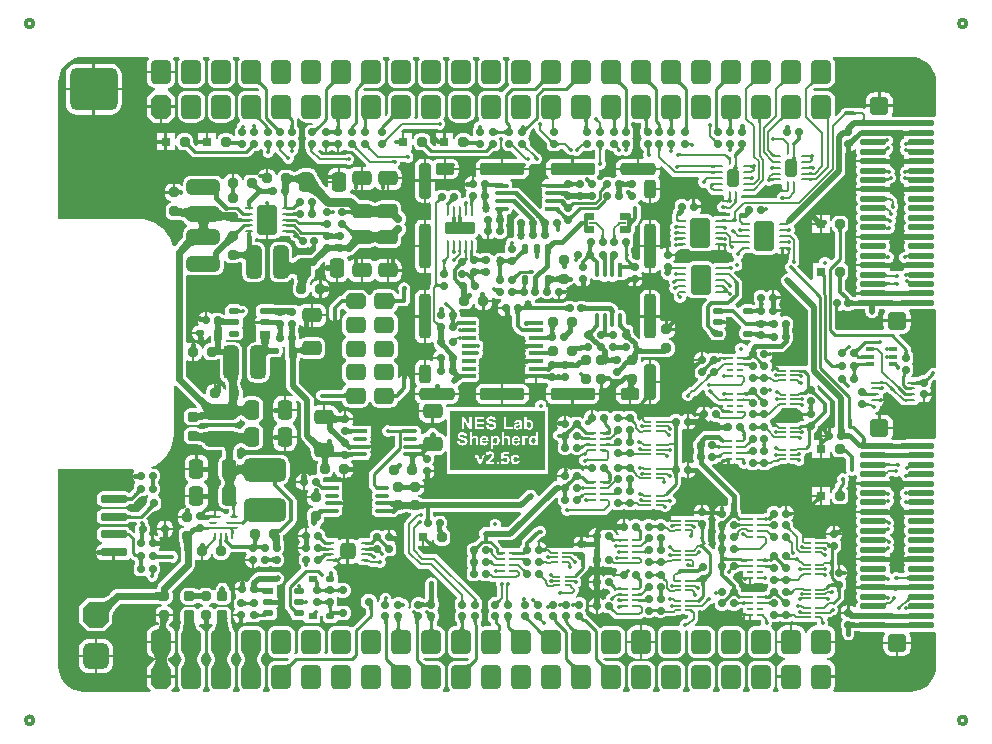
<source format=gbr>
%TF.GenerationSoftware,Altium Limited,Altium Designer,25.3.3 (18)*%
G04 Layer_Physical_Order=1*
G04 Layer_Color=255*
%FSLAX45Y45*%
%MOMM*%
%TF.SameCoordinates,95E4F6BA-DA47-4B25-BB43-2529A7C35442*%
%TF.FilePolarity,Positive*%
%TF.FileFunction,Copper,L1,Top,Signal*%
%TF.Part,CustomerPanel*%
G01*
G75*
%TA.AperFunction,NonConductor*%
%ADD10C,0.34000*%
%TA.AperFunction,SMDPad,CuDef*%
%ADD11R,0.52000X0.15000*%
G04:AMPARAMS|DCode=12|XSize=0.15mm|YSize=0.52mm|CornerRadius=0.0375mm|HoleSize=0mm|Usage=FLASHONLY|Rotation=90.000|XOffset=0mm|YOffset=0mm|HoleType=Round|Shape=RoundedRectangle|*
%AMROUNDEDRECTD12*
21,1,0.15000,0.44500,0,0,90.0*
21,1,0.07500,0.52000,0,0,90.0*
1,1,0.07500,0.22250,0.03750*
1,1,0.07500,0.22250,-0.03750*
1,1,0.07500,-0.22250,-0.03750*
1,1,0.07500,-0.22250,0.03750*
%
%ADD12ROUNDEDRECTD12*%
G04:AMPARAMS|DCode=13|XSize=0.23mm|YSize=0.7mm|CornerRadius=0.0575mm|HoleSize=0mm|Usage=FLASHONLY|Rotation=90.000|XOffset=0mm|YOffset=0mm|HoleType=Round|Shape=RoundedRectangle|*
%AMROUNDEDRECTD13*
21,1,0.23000,0.58500,0,0,90.0*
21,1,0.11500,0.70000,0,0,90.0*
1,1,0.11500,0.29250,0.05750*
1,1,0.11500,0.29250,-0.05750*
1,1,0.11500,-0.29250,-0.05750*
1,1,0.11500,-0.29250,0.05750*
%
%ADD13ROUNDEDRECTD13*%
G04:AMPARAMS|DCode=14|XSize=2.5mm|YSize=1.65mm|CornerRadius=0.165mm|HoleSize=0mm|Usage=FLASHONLY|Rotation=90.000|XOffset=0mm|YOffset=0mm|HoleType=Round|Shape=RoundedRectangle|*
%AMROUNDEDRECTD14*
21,1,2.50000,1.32000,0,0,90.0*
21,1,2.17000,1.65000,0,0,90.0*
1,1,0.33000,0.66000,1.08500*
1,1,0.33000,0.66000,-1.08500*
1,1,0.33000,-0.66000,-1.08500*
1,1,0.33000,-0.66000,1.08500*
%
%ADD14ROUNDEDRECTD14*%
%ADD15R,0.70000X0.23000*%
G04:AMPARAMS|DCode=16|XSize=0.55mm|YSize=0.8mm|CornerRadius=0.1375mm|HoleSize=0mm|Usage=FLASHONLY|Rotation=0.000|XOffset=0mm|YOffset=0mm|HoleType=Round|Shape=RoundedRectangle|*
%AMROUNDEDRECTD16*
21,1,0.55000,0.52500,0,0,0.0*
21,1,0.27500,0.80000,0,0,0.0*
1,1,0.27500,0.13750,-0.26250*
1,1,0.27500,-0.13750,-0.26250*
1,1,0.27500,-0.13750,0.26250*
1,1,0.27500,0.13750,0.26250*
%
%ADD16ROUNDEDRECTD16*%
G04:AMPARAMS|DCode=17|XSize=0.23mm|YSize=0.67mm|CornerRadius=0.0575mm|HoleSize=0mm|Usage=FLASHONLY|Rotation=90.000|XOffset=0mm|YOffset=0mm|HoleType=Round|Shape=RoundedRectangle|*
%AMROUNDEDRECTD17*
21,1,0.23000,0.55500,0,0,90.0*
21,1,0.11500,0.67000,0,0,90.0*
1,1,0.11500,0.27750,0.05750*
1,1,0.11500,0.27750,-0.05750*
1,1,0.11500,-0.27750,-0.05750*
1,1,0.11500,-0.27750,0.05750*
%
%ADD17ROUNDEDRECTD17*%
G04:AMPARAMS|DCode=18|XSize=0.23mm|YSize=0.67mm|CornerRadius=0.0575mm|HoleSize=0mm|Usage=FLASHONLY|Rotation=0.000|XOffset=0mm|YOffset=0mm|HoleType=Round|Shape=RoundedRectangle|*
%AMROUNDEDRECTD18*
21,1,0.23000,0.55500,0,0,0.0*
21,1,0.11500,0.67000,0,0,0.0*
1,1,0.11500,0.05750,-0.27750*
1,1,0.11500,-0.05750,-0.27750*
1,1,0.11500,-0.05750,0.27750*
1,1,0.11500,0.05750,0.27750*
%
%ADD18ROUNDEDRECTD18*%
G04:AMPARAMS|DCode=19|XSize=1mm|YSize=1.5mm|CornerRadius=0.25mm|HoleSize=0mm|Usage=FLASHONLY|Rotation=0.000|XOffset=0mm|YOffset=0mm|HoleType=Round|Shape=RoundedRectangle|*
%AMROUNDEDRECTD19*
21,1,1.00000,1.00000,0,0,0.0*
21,1,0.50000,1.50000,0,0,0.0*
1,1,0.50000,0.25000,-0.50000*
1,1,0.50000,-0.25000,-0.50000*
1,1,0.50000,-0.25000,0.50000*
1,1,0.50000,0.25000,0.50000*
%
%ADD19ROUNDEDRECTD19*%
G04:AMPARAMS|DCode=20|XSize=0.22mm|YSize=0.58mm|CornerRadius=0.055mm|HoleSize=0mm|Usage=FLASHONLY|Rotation=90.000|XOffset=0mm|YOffset=0mm|HoleType=Round|Shape=RoundedRectangle|*
%AMROUNDEDRECTD20*
21,1,0.22000,0.47000,0,0,90.0*
21,1,0.11000,0.58000,0,0,90.0*
1,1,0.11000,0.23500,0.05500*
1,1,0.11000,0.23500,-0.05500*
1,1,0.11000,-0.23500,-0.05500*
1,1,0.11000,-0.23500,0.05500*
%
%ADD20ROUNDEDRECTD20*%
%ADD21R,0.58000X0.22000*%
G04:AMPARAMS|DCode=22|XSize=0.35mm|YSize=1.15mm|CornerRadius=0.0875mm|HoleSize=0mm|Usage=FLASHONLY|Rotation=90.000|XOffset=0mm|YOffset=0mm|HoleType=Round|Shape=RoundedRectangle|*
%AMROUNDEDRECTD22*
21,1,0.35000,0.97500,0,0,90.0*
21,1,0.17500,1.15000,0,0,90.0*
1,1,0.17500,0.48750,0.08750*
1,1,0.17500,0.48750,-0.08750*
1,1,0.17500,-0.48750,-0.08750*
1,1,0.17500,-0.48750,0.08750*
%
%ADD22ROUNDEDRECTD22*%
%ADD23R,1.15000X0.35000*%
G04:AMPARAMS|DCode=24|XSize=0.55mm|YSize=0.9mm|CornerRadius=0.1375mm|HoleSize=0mm|Usage=FLASHONLY|Rotation=270.000|XOffset=0mm|YOffset=0mm|HoleType=Round|Shape=RoundedRectangle|*
%AMROUNDEDRECTD24*
21,1,0.55000,0.62500,0,0,270.0*
21,1,0.27500,0.90000,0,0,270.0*
1,1,0.27500,-0.31250,-0.13750*
1,1,0.27500,-0.31250,0.13750*
1,1,0.27500,0.31250,0.13750*
1,1,0.27500,0.31250,-0.13750*
%
%ADD24ROUNDEDRECTD24*%
%ADD25R,0.90000X0.55000*%
G04:AMPARAMS|DCode=26|XSize=1.4mm|YSize=1.3mm|CornerRadius=0.325mm|HoleSize=0mm|Usage=FLASHONLY|Rotation=90.000|XOffset=0mm|YOffset=0mm|HoleType=Round|Shape=RoundedRectangle|*
%AMROUNDEDRECTD26*
21,1,1.40000,0.65000,0,0,90.0*
21,1,0.75000,1.30000,0,0,90.0*
1,1,0.65000,0.32500,0.37500*
1,1,0.65000,0.32500,-0.37500*
1,1,0.65000,-0.32500,-0.37500*
1,1,0.65000,-0.32500,0.37500*
%
%ADD26ROUNDEDRECTD26*%
%ADD27R,0.70000X0.33000*%
G04:AMPARAMS|DCode=28|XSize=0.33mm|YSize=0.7mm|CornerRadius=0.0825mm|HoleSize=0mm|Usage=FLASHONLY|Rotation=270.000|XOffset=0mm|YOffset=0mm|HoleType=Round|Shape=RoundedRectangle|*
%AMROUNDEDRECTD28*
21,1,0.33000,0.53500,0,0,270.0*
21,1,0.16500,0.70000,0,0,270.0*
1,1,0.16500,-0.26750,-0.08250*
1,1,0.16500,-0.26750,0.08250*
1,1,0.16500,0.26750,0.08250*
1,1,0.16500,0.26750,-0.08250*
%
%ADD28ROUNDEDRECTD28*%
G04:AMPARAMS|DCode=29|XSize=0.25mm|YSize=0.7mm|CornerRadius=0.0625mm|HoleSize=0mm|Usage=FLASHONLY|Rotation=90.000|XOffset=0mm|YOffset=0mm|HoleType=Round|Shape=RoundedRectangle|*
%AMROUNDEDRECTD29*
21,1,0.25000,0.57500,0,0,90.0*
21,1,0.12500,0.70000,0,0,90.0*
1,1,0.12500,0.28750,0.06250*
1,1,0.12500,0.28750,-0.06250*
1,1,0.12500,-0.28750,-0.06250*
1,1,0.12500,-0.28750,0.06250*
%
%ADD29ROUNDEDRECTD29*%
%ADD30R,0.70000X0.25000*%
G04:AMPARAMS|DCode=31|XSize=0.55mm|YSize=0.8mm|CornerRadius=0.1375mm|HoleSize=0mm|Usage=FLASHONLY|Rotation=90.000|XOffset=0mm|YOffset=0mm|HoleType=Round|Shape=RoundedRectangle|*
%AMROUNDEDRECTD31*
21,1,0.55000,0.52500,0,0,90.0*
21,1,0.27500,0.80000,0,0,90.0*
1,1,0.27500,0.26250,0.13750*
1,1,0.27500,0.26250,-0.13750*
1,1,0.27500,-0.26250,-0.13750*
1,1,0.27500,-0.26250,0.13750*
%
%ADD31ROUNDEDRECTD31*%
G04:AMPARAMS|DCode=32|XSize=0.22mm|YSize=0.55mm|CornerRadius=0.055mm|HoleSize=0mm|Usage=FLASHONLY|Rotation=180.000|XOffset=0mm|YOffset=0mm|HoleType=Round|Shape=RoundedRectangle|*
%AMROUNDEDRECTD32*
21,1,0.22000,0.44000,0,0,180.0*
21,1,0.11000,0.55000,0,0,180.0*
1,1,0.11000,-0.05500,0.22000*
1,1,0.11000,0.05500,0.22000*
1,1,0.11000,0.05500,-0.22000*
1,1,0.11000,-0.05500,-0.22000*
%
%ADD32ROUNDEDRECTD32*%
G04:AMPARAMS|DCode=33|XSize=0.2mm|YSize=1mm|CornerRadius=0.05mm|HoleSize=0mm|Usage=FLASHONLY|Rotation=270.000|XOffset=0mm|YOffset=0mm|HoleType=Round|Shape=RoundedRectangle|*
%AMROUNDEDRECTD33*
21,1,0.20000,0.90000,0,0,270.0*
21,1,0.10000,1.00000,0,0,270.0*
1,1,0.10000,-0.45000,-0.05000*
1,1,0.10000,-0.45000,0.05000*
1,1,0.10000,0.45000,0.05000*
1,1,0.10000,0.45000,-0.05000*
%
%ADD33ROUNDEDRECTD33*%
G04:AMPARAMS|DCode=34|XSize=0.2mm|YSize=0.65mm|CornerRadius=0.05mm|HoleSize=0mm|Usage=FLASHONLY|Rotation=270.000|XOffset=0mm|YOffset=0mm|HoleType=Round|Shape=RoundedRectangle|*
%AMROUNDEDRECTD34*
21,1,0.20000,0.55000,0,0,270.0*
21,1,0.10000,0.65000,0,0,270.0*
1,1,0.10000,-0.27500,-0.05000*
1,1,0.10000,-0.27500,0.05000*
1,1,0.10000,0.27500,0.05000*
1,1,0.10000,0.27500,-0.05000*
%
%ADD34ROUNDEDRECTD34*%
%ADD35R,1.20000X0.35000*%
G04:AMPARAMS|DCode=36|XSize=0.35mm|YSize=1.2mm|CornerRadius=0.0875mm|HoleSize=0mm|Usage=FLASHONLY|Rotation=270.000|XOffset=0mm|YOffset=0mm|HoleType=Round|Shape=RoundedRectangle|*
%AMROUNDEDRECTD36*
21,1,0.35000,1.02500,0,0,270.0*
21,1,0.17500,1.20000,0,0,270.0*
1,1,0.17500,-0.51250,-0.08750*
1,1,0.17500,-0.51250,0.08750*
1,1,0.17500,0.51250,0.08750*
1,1,0.17500,0.51250,-0.08750*
%
%ADD36ROUNDEDRECTD36*%
G04:AMPARAMS|DCode=37|XSize=0.35mm|YSize=1.15mm|CornerRadius=0.0875mm|HoleSize=0mm|Usage=FLASHONLY|Rotation=0.000|XOffset=0mm|YOffset=0mm|HoleType=Round|Shape=RoundedRectangle|*
%AMROUNDEDRECTD37*
21,1,0.35000,0.97500,0,0,0.0*
21,1,0.17500,1.15000,0,0,0.0*
1,1,0.17500,0.08750,-0.48750*
1,1,0.17500,-0.08750,-0.48750*
1,1,0.17500,-0.08750,0.48750*
1,1,0.17500,0.08750,0.48750*
%
%ADD37ROUNDEDRECTD37*%
%ADD38R,0.35000X1.15000*%
G04:AMPARAMS|DCode=39|XSize=2.55mm|YSize=1.1mm|CornerRadius=0.275mm|HoleSize=0mm|Usage=FLASHONLY|Rotation=0.000|XOffset=0mm|YOffset=0mm|HoleType=Round|Shape=RoundedRectangle|*
%AMROUNDEDRECTD39*
21,1,2.55000,0.55000,0,0,0.0*
21,1,2.00000,1.10000,0,0,0.0*
1,1,0.55000,1.00000,-0.27500*
1,1,0.55000,-1.00000,-0.27500*
1,1,0.55000,-1.00000,0.27500*
1,1,0.55000,1.00000,0.27500*
%
%ADD39ROUNDEDRECTD39*%
G04:AMPARAMS|DCode=40|XSize=0.23mm|YSize=0.85mm|CornerRadius=0.0575mm|HoleSize=0mm|Usage=FLASHONLY|Rotation=0.000|XOffset=0mm|YOffset=0mm|HoleType=Round|Shape=RoundedRectangle|*
%AMROUNDEDRECTD40*
21,1,0.23000,0.73500,0,0,0.0*
21,1,0.11500,0.85000,0,0,0.0*
1,1,0.11500,0.05750,-0.36750*
1,1,0.11500,-0.05750,-0.36750*
1,1,0.11500,-0.05750,0.36750*
1,1,0.11500,0.05750,0.36750*
%
%ADD40ROUNDEDRECTD40*%
%ADD41R,0.23000X0.85000*%
%ADD42O,0.60000X0.80000*%
G04:AMPARAMS|DCode=43|XSize=0.6mm|YSize=0.7mm|CornerRadius=0.15mm|HoleSize=0mm|Usage=FLASHONLY|Rotation=180.000|XOffset=0mm|YOffset=0mm|HoleType=Round|Shape=RoundedRectangle|*
%AMROUNDEDRECTD43*
21,1,0.60000,0.40000,0,0,180.0*
21,1,0.30000,0.70000,0,0,180.0*
1,1,0.30000,-0.15000,0.20000*
1,1,0.30000,0.15000,0.20000*
1,1,0.30000,0.15000,-0.20000*
1,1,0.30000,-0.15000,-0.20000*
%
%ADD43ROUNDEDRECTD43*%
G04:AMPARAMS|DCode=44|XSize=0.6mm|YSize=0.7mm|CornerRadius=0.15mm|HoleSize=0mm|Usage=FLASHONLY|Rotation=90.000|XOffset=0mm|YOffset=0mm|HoleType=Round|Shape=RoundedRectangle|*
%AMROUNDEDRECTD44*
21,1,0.60000,0.40000,0,0,90.0*
21,1,0.30000,0.70000,0,0,90.0*
1,1,0.30000,0.20000,0.15000*
1,1,0.30000,0.20000,-0.15000*
1,1,0.30000,-0.20000,-0.15000*
1,1,0.30000,-0.20000,0.15000*
%
%ADD44ROUNDEDRECTD44*%
G04:AMPARAMS|DCode=45|XSize=0.6mm|YSize=0.6mm|CornerRadius=0.15mm|HoleSize=0mm|Usage=FLASHONLY|Rotation=0.000|XOffset=0mm|YOffset=0mm|HoleType=Round|Shape=RoundedRectangle|*
%AMROUNDEDRECTD45*
21,1,0.60000,0.30000,0,0,0.0*
21,1,0.30000,0.60000,0,0,0.0*
1,1,0.30000,0.15000,-0.15000*
1,1,0.30000,-0.15000,-0.15000*
1,1,0.30000,-0.15000,0.15000*
1,1,0.30000,0.15000,0.15000*
%
%ADD45ROUNDEDRECTD45*%
G04:AMPARAMS|DCode=46|XSize=0.6mm|YSize=0.6mm|CornerRadius=0.15mm|HoleSize=0mm|Usage=FLASHONLY|Rotation=270.000|XOffset=0mm|YOffset=0mm|HoleType=Round|Shape=RoundedRectangle|*
%AMROUNDEDRECTD46*
21,1,0.60000,0.30000,0,0,270.0*
21,1,0.30000,0.60000,0,0,270.0*
1,1,0.30000,-0.15000,-0.15000*
1,1,0.30000,-0.15000,0.15000*
1,1,0.30000,0.15000,0.15000*
1,1,0.30000,0.15000,-0.15000*
%
%ADD46ROUNDEDRECTD46*%
G04:AMPARAMS|DCode=47|XSize=0.9mm|YSize=0.8mm|CornerRadius=0.2mm|HoleSize=0mm|Usage=FLASHONLY|Rotation=180.000|XOffset=0mm|YOffset=0mm|HoleType=Round|Shape=RoundedRectangle|*
%AMROUNDEDRECTD47*
21,1,0.90000,0.40000,0,0,180.0*
21,1,0.50000,0.80000,0,0,180.0*
1,1,0.40000,-0.25000,0.20000*
1,1,0.40000,0.25000,0.20000*
1,1,0.40000,0.25000,-0.20000*
1,1,0.40000,-0.25000,-0.20000*
%
%ADD47ROUNDEDRECTD47*%
%ADD48R,0.70000X0.24000*%
%ADD49O,0.30000X1.70000*%
G04:AMPARAMS|DCode=50|XSize=2.2mm|YSize=0.5mm|CornerRadius=0.125mm|HoleSize=0mm|Usage=FLASHONLY|Rotation=180.000|XOffset=0mm|YOffset=0mm|HoleType=Round|Shape=RoundedRectangle|*
%AMROUNDEDRECTD50*
21,1,2.20000,0.25000,0,0,180.0*
21,1,1.95000,0.50000,0,0,180.0*
1,1,0.25000,-0.97500,0.12500*
1,1,0.25000,0.97500,0.12500*
1,1,0.25000,0.97500,-0.12500*
1,1,0.25000,-0.97500,-0.12500*
%
%ADD50ROUNDEDRECTD50*%
G04:AMPARAMS|DCode=51|XSize=2.2mm|YSize=0.7mm|CornerRadius=0.175mm|HoleSize=0mm|Usage=FLASHONLY|Rotation=180.000|XOffset=0mm|YOffset=0mm|HoleType=Round|Shape=RoundedRectangle|*
%AMROUNDEDRECTD51*
21,1,2.20000,0.35000,0,0,180.0*
21,1,1.85000,0.70000,0,0,180.0*
1,1,0.35000,-0.92500,0.17500*
1,1,0.35000,0.92500,0.17500*
1,1,0.35000,0.92500,-0.17500*
1,1,0.35000,-0.92500,-0.17500*
%
%ADD51ROUNDEDRECTD51*%
%TA.AperFunction,SMDPad,SMDef*%
%ADD52C,0.30000*%
%TA.AperFunction,SMDPad,CuDef*%
G04:AMPARAMS|DCode=53|XSize=3mm|YSize=1mm|CornerRadius=0.25mm|HoleSize=0mm|Usage=FLASHONLY|Rotation=90.000|XOffset=0mm|YOffset=0mm|HoleType=Round|Shape=RoundedRectangle|*
%AMROUNDEDRECTD53*
21,1,3.00000,0.50000,0,0,90.0*
21,1,2.50000,1.00000,0,0,90.0*
1,1,0.50000,0.25000,1.25000*
1,1,0.50000,0.25000,-1.25000*
1,1,0.50000,-0.25000,-1.25000*
1,1,0.50000,-0.25000,1.25000*
%
%ADD53ROUNDEDRECTD53*%
%TA.AperFunction,SMDPad,SMDef*%
G04:AMPARAMS|DCode=54|XSize=3.8mm|YSize=1mm|CornerRadius=0.25mm|HoleSize=0mm|Usage=FLASHONLY|Rotation=90.000|XOffset=0mm|YOffset=0mm|HoleType=Round|Shape=RoundedRectangle|*
%AMROUNDEDRECTD54*
21,1,3.80000,0.50000,0,0,90.0*
21,1,3.30000,1.00000,0,0,90.0*
1,1,0.50000,0.25000,1.65000*
1,1,0.50000,0.25000,-1.65000*
1,1,0.50000,-0.25000,-1.65000*
1,1,0.50000,-0.25000,1.65000*
%
%ADD54ROUNDEDRECTD54*%
%TA.AperFunction,SMDPad,CuDef*%
G04:AMPARAMS|DCode=55|XSize=1.6mm|YSize=1mm|CornerRadius=0.25mm|HoleSize=0mm|Usage=FLASHONLY|Rotation=180.000|XOffset=0mm|YOffset=0mm|HoleType=Round|Shape=RoundedRectangle|*
%AMROUNDEDRECTD55*
21,1,1.60000,0.50000,0,0,180.0*
21,1,1.10000,1.00000,0,0,180.0*
1,1,0.50000,-0.55000,0.25000*
1,1,0.50000,0.55000,0.25000*
1,1,0.50000,0.55000,-0.25000*
1,1,0.50000,-0.55000,-0.25000*
%
%ADD55ROUNDEDRECTD55*%
G04:AMPARAMS|DCode=56|XSize=3mm|YSize=1mm|CornerRadius=0.25mm|HoleSize=0mm|Usage=FLASHONLY|Rotation=0.000|XOffset=0mm|YOffset=0mm|HoleType=Round|Shape=RoundedRectangle|*
%AMROUNDEDRECTD56*
21,1,3.00000,0.50000,0,0,0.0*
21,1,2.50000,1.00000,0,0,0.0*
1,1,0.50000,1.25000,-0.25000*
1,1,0.50000,-1.25000,-0.25000*
1,1,0.50000,-1.25000,0.25000*
1,1,0.50000,1.25000,0.25000*
%
%ADD56ROUNDEDRECTD56*%
%TA.AperFunction,SMDPad,SMDef*%
G04:AMPARAMS|DCode=57|XSize=3.8mm|YSize=1mm|CornerRadius=0.25mm|HoleSize=0mm|Usage=FLASHONLY|Rotation=0.000|XOffset=0mm|YOffset=0mm|HoleType=Round|Shape=RoundedRectangle|*
%AMROUNDEDRECTD57*
21,1,3.80000,0.50000,0,0,0.0*
21,1,3.30000,1.00000,0,0,0.0*
1,1,0.50000,1.65000,-0.25000*
1,1,0.50000,-1.65000,-0.25000*
1,1,0.50000,-1.65000,0.25000*
1,1,0.50000,1.65000,0.25000*
%
%ADD57ROUNDEDRECTD57*%
%TA.AperFunction,SMDPad,CuDef*%
G04:AMPARAMS|DCode=58|XSize=1.6mm|YSize=1mm|CornerRadius=0.25mm|HoleSize=0mm|Usage=FLASHONLY|Rotation=90.000|XOffset=0mm|YOffset=0mm|HoleType=Round|Shape=RoundedRectangle|*
%AMROUNDEDRECTD58*
21,1,1.60000,0.50000,0,0,90.0*
21,1,1.10000,1.00000,0,0,90.0*
1,1,0.50000,0.25000,0.55000*
1,1,0.50000,0.25000,-0.55000*
1,1,0.50000,-0.25000,-0.55000*
1,1,0.50000,-0.25000,0.55000*
%
%ADD58ROUNDEDRECTD58*%
G04:AMPARAMS|DCode=59|XSize=2.8mm|YSize=1.3mm|CornerRadius=0.325mm|HoleSize=0mm|Usage=FLASHONLY|Rotation=90.000|XOffset=0mm|YOffset=0mm|HoleType=Round|Shape=RoundedRectangle|*
%AMROUNDEDRECTD59*
21,1,2.80000,0.65000,0,0,90.0*
21,1,2.15000,1.30000,0,0,90.0*
1,1,0.65000,0.32500,1.07500*
1,1,0.65000,0.32500,-1.07500*
1,1,0.65000,-0.32500,-1.07500*
1,1,0.65000,-0.32500,1.07500*
%
%ADD59ROUNDEDRECTD59*%
G04:AMPARAMS|DCode=60|XSize=2.8mm|YSize=1.3mm|CornerRadius=0.325mm|HoleSize=0mm|Usage=FLASHONLY|Rotation=0.000|XOffset=0mm|YOffset=0mm|HoleType=Round|Shape=RoundedRectangle|*
%AMROUNDEDRECTD60*
21,1,2.80000,0.65000,0,0,0.0*
21,1,2.15000,1.30000,0,0,0.0*
1,1,0.65000,1.07500,-0.32500*
1,1,0.65000,-1.07500,-0.32500*
1,1,0.65000,-1.07500,0.32500*
1,1,0.65000,1.07500,0.32500*
%
%ADD60ROUNDEDRECTD60*%
G04:AMPARAMS|DCode=61|XSize=3.6mm|YSize=2mm|CornerRadius=0.5mm|HoleSize=0mm|Usage=FLASHONLY|Rotation=180.000|XOffset=0mm|YOffset=0mm|HoleType=Round|Shape=RoundedRectangle|*
%AMROUNDEDRECTD61*
21,1,3.60000,1.00000,0,0,180.0*
21,1,2.60000,2.00000,0,0,180.0*
1,1,1.00000,-1.30000,0.50000*
1,1,1.00000,1.30000,0.50000*
1,1,1.00000,1.30000,-0.50000*
1,1,1.00000,-1.30000,-0.50000*
%
%ADD61ROUNDEDRECTD61*%
%ADD62R,0.80000X0.80000*%
G04:AMPARAMS|DCode=63|XSize=0.8mm|YSize=0.8mm|CornerRadius=0.2mm|HoleSize=0mm|Usage=FLASHONLY|Rotation=90.000|XOffset=0mm|YOffset=0mm|HoleType=Round|Shape=RoundedRectangle|*
%AMROUNDEDRECTD63*
21,1,0.80000,0.40000,0,0,90.0*
21,1,0.40000,0.80000,0,0,90.0*
1,1,0.40000,0.20000,0.20000*
1,1,0.40000,0.20000,-0.20000*
1,1,0.40000,-0.20000,-0.20000*
1,1,0.40000,-0.20000,0.20000*
%
%ADD63ROUNDEDRECTD63*%
%ADD64R,0.70000X0.50000*%
G04:AMPARAMS|DCode=65|XSize=0.5mm|YSize=0.7mm|CornerRadius=0.125mm|HoleSize=0mm|Usage=FLASHONLY|Rotation=90.000|XOffset=0mm|YOffset=0mm|HoleType=Round|Shape=RoundedRectangle|*
%AMROUNDEDRECTD65*
21,1,0.50000,0.45000,0,0,90.0*
21,1,0.25000,0.70000,0,0,90.0*
1,1,0.25000,0.22500,0.12500*
1,1,0.25000,0.22500,-0.12500*
1,1,0.25000,-0.22500,-0.12500*
1,1,0.25000,-0.22500,0.12500*
%
%ADD65ROUNDEDRECTD65*%
G04:AMPARAMS|DCode=66|XSize=0.8mm|YSize=0.8mm|CornerRadius=0.2mm|HoleSize=0mm|Usage=FLASHONLY|Rotation=180.000|XOffset=0mm|YOffset=0mm|HoleType=Round|Shape=RoundedRectangle|*
%AMROUNDEDRECTD66*
21,1,0.80000,0.40000,0,0,180.0*
21,1,0.40000,0.80000,0,0,180.0*
1,1,0.40000,-0.20000,0.20000*
1,1,0.40000,0.20000,0.20000*
1,1,0.40000,0.20000,-0.20000*
1,1,0.40000,-0.20000,-0.20000*
%
%ADD66ROUNDEDRECTD66*%
G04:AMPARAMS|DCode=67|XSize=1.65mm|YSize=1.25mm|CornerRadius=0.3125mm|HoleSize=0mm|Usage=FLASHONLY|Rotation=0.000|XOffset=0mm|YOffset=0mm|HoleType=Round|Shape=RoundedRectangle|*
%AMROUNDEDRECTD67*
21,1,1.65000,0.62500,0,0,0.0*
21,1,1.02500,1.25000,0,0,0.0*
1,1,0.62500,0.51250,-0.31250*
1,1,0.62500,-0.51250,-0.31250*
1,1,0.62500,-0.51250,0.31250*
1,1,0.62500,0.51250,0.31250*
%
%ADD67ROUNDEDRECTD67*%
G04:AMPARAMS|DCode=68|XSize=1.65mm|YSize=1.25mm|CornerRadius=0.3125mm|HoleSize=0mm|Usage=FLASHONLY|Rotation=270.000|XOffset=0mm|YOffset=0mm|HoleType=Round|Shape=RoundedRectangle|*
%AMROUNDEDRECTD68*
21,1,1.65000,0.62500,0,0,270.0*
21,1,1.02500,1.25000,0,0,270.0*
1,1,0.62500,-0.31250,-0.51250*
1,1,0.62500,-0.31250,0.51250*
1,1,0.62500,0.31250,0.51250*
1,1,0.62500,0.31250,-0.51250*
%
%ADD68ROUNDEDRECTD68*%
%TA.AperFunction,Conductor*%
%ADD69C,0.40000*%
%ADD70C,0.30000*%
%ADD71C,0.25000*%
%TA.AperFunction,NonConductor*%
%ADD72C,0.30000*%
%TA.AperFunction,Conductor*%
%ADD73C,0.15000*%
%ADD74C,0.20000*%
%ADD75C,0.50000*%
%ADD76C,0.35000*%
%ADD77C,0.60000*%
%ADD78C,0.80000*%
%ADD79C,0.22000*%
%ADD80C,0.23000*%
%ADD81C,0.70000*%
%TA.AperFunction,ComponentPad*%
G04:AMPARAMS|DCode=82|XSize=1.55mm|YSize=1.6mm|CornerRadius=0.3875mm|HoleSize=0mm|Usage=FLASHONLY|Rotation=270.000|XOffset=0mm|YOffset=0mm|HoleType=Round|Shape=RoundedRectangle|*
%AMROUNDEDRECTD82*
21,1,1.55000,0.82500,0,0,270.0*
21,1,0.77500,1.60000,0,0,270.0*
1,1,0.77500,-0.41250,-0.38750*
1,1,0.77500,-0.41250,0.38750*
1,1,0.77500,0.41250,0.38750*
1,1,0.77500,0.41250,-0.38750*
%
%ADD82ROUNDEDRECTD82*%
G04:AMPARAMS|DCode=83|XSize=1.7mm|YSize=2.1mm|CornerRadius=0mm|HoleSize=0mm|Usage=FLASHONLY|Rotation=0.000|XOffset=0mm|YOffset=0mm|HoleType=Round|Shape=Octagon|*
%AMOCTAGOND83*
4,1,8,-0.42500,1.05000,0.42500,1.05000,0.85000,0.62500,0.85000,-0.62500,0.42500,-1.05000,-0.42500,-1.05000,-0.85000,-0.62500,-0.85000,0.62500,-0.42500,1.05000,0.0*
%
%ADD83OCTAGOND83*%

G04:AMPARAMS|DCode=84|XSize=1.7mm|YSize=2.1mm|CornerRadius=0.425mm|HoleSize=0mm|Usage=FLASHONLY|Rotation=0.000|XOffset=0mm|YOffset=0mm|HoleType=Round|Shape=RoundedRectangle|*
%AMROUNDEDRECTD84*
21,1,1.70000,1.25001,0,0,0.0*
21,1,0.85000,2.10000,0,0,0.0*
1,1,0.85000,0.42500,-0.62500*
1,1,0.85000,-0.42500,-0.62500*
1,1,0.85000,-0.42500,0.62500*
1,1,0.85000,0.42500,0.62500*
%
%ADD84ROUNDEDRECTD84*%
G04:AMPARAMS|DCode=85|XSize=1.4mm|YSize=1.7mm|CornerRadius=0.35mm|HoleSize=0mm|Usage=FLASHONLY|Rotation=270.000|XOffset=0mm|YOffset=0mm|HoleType=Round|Shape=RoundedRectangle|*
%AMROUNDEDRECTD85*
21,1,1.40000,1.00000,0,0,270.0*
21,1,0.70000,1.70000,0,0,270.0*
1,1,0.70000,-0.50000,-0.35000*
1,1,0.70000,-0.50000,0.35000*
1,1,0.70000,0.50000,0.35000*
1,1,0.70000,0.50000,-0.35000*
%
%ADD85ROUNDEDRECTD85*%
G04:AMPARAMS|DCode=86|XSize=1.4mm|YSize=1.7mm|CornerRadius=0mm|HoleSize=0mm|Usage=FLASHONLY|Rotation=270.000|XOffset=0mm|YOffset=0mm|HoleType=Round|Shape=Octagon|*
%AMOCTAGOND86*
4,1,8,0.85000,0.35000,0.85000,-0.35000,0.50000,-0.70000,-0.50000,-0.70000,-0.85000,-0.35000,-0.85000,0.35000,-0.50000,0.70000,0.50000,0.70000,0.85000,0.35000,0.0*
%
%ADD86OCTAGOND86*%

G04:AMPARAMS|DCode=87|XSize=4mm|YSize=3.6mm|CornerRadius=0.54mm|HoleSize=0mm|Usage=FLASHONLY|Rotation=0.000|XOffset=0mm|YOffset=0mm|HoleType=Round|Shape=RoundedRectangle|*
%AMROUNDEDRECTD87*
21,1,4.00000,2.52000,0,0,0.0*
21,1,2.92000,3.60000,0,0,0.0*
1,1,1.08000,1.46000,-1.26000*
1,1,1.08000,-1.46000,-1.26000*
1,1,1.08000,-1.46000,1.26000*
1,1,1.08000,1.46000,1.26000*
%
%ADD87ROUNDEDRECTD87*%
G04:AMPARAMS|DCode=88|XSize=2.2mm|YSize=2.2mm|CornerRadius=0.55mm|HoleSize=0mm|Usage=FLASHONLY|Rotation=270.000|XOffset=0mm|YOffset=0mm|HoleType=Round|Shape=RoundedRectangle|*
%AMROUNDEDRECTD88*
21,1,2.20000,1.10000,0,0,270.0*
21,1,1.10000,2.20000,0,0,270.0*
1,1,1.10000,-0.55000,-0.55000*
1,1,1.10000,-0.55000,0.55000*
1,1,1.10000,0.55000,0.55000*
1,1,1.10000,0.55000,-0.55000*
%
%ADD88ROUNDEDRECTD88*%
G04:AMPARAMS|DCode=89|XSize=2.2mm|YSize=2.2mm|CornerRadius=0mm|HoleSize=0mm|Usage=FLASHONLY|Rotation=270.000|XOffset=0mm|YOffset=0mm|HoleType=Round|Shape=Octagon|*
%AMOCTAGOND89*
4,1,8,-0.55000,-1.10000,0.55000,-1.10000,1.10000,-0.55000,1.10000,0.55000,0.55000,1.10000,-0.55000,1.10000,-1.10000,0.55000,-1.10000,-0.55000,-0.55000,-1.10000,0.0*
%
%ADD89OCTAGOND89*%

%TA.AperFunction,ViaPad*%
%ADD90C,0.35000*%
%ADD91C,0.60000*%
G36*
X5157107Y6189477D02*
X5154633Y6190338D01*
X5151878Y6190567D01*
X5148841Y6190163D01*
X5145523Y6189126D01*
X5141923Y6187457D01*
X5138041Y6185155D01*
X5133877Y6182220D01*
X5129432Y6178653D01*
X5119697Y6169620D01*
X5106296Y6191574D01*
X5111088Y6196539D01*
X5119178Y6206019D01*
X5122476Y6210533D01*
X5125276Y6214897D01*
X5127578Y6219110D01*
X5129382Y6223172D01*
X5130688Y6227084D01*
X5131496Y6230845D01*
X5131806Y6234456D01*
X5157107Y6189477D01*
D02*
G37*
G36*
X7447858Y6187877D02*
X7445578Y6188245D01*
X7443113Y6188149D01*
X7440462Y6187590D01*
X7437626Y6186566D01*
X7434605Y6185078D01*
X7431399Y6183127D01*
X7428008Y6180711D01*
X7424432Y6177832D01*
X7416724Y6170682D01*
X7402582Y6184824D01*
X7406389Y6188770D01*
X7412612Y6196108D01*
X7415027Y6199499D01*
X7416978Y6202705D01*
X7418466Y6205726D01*
X7419490Y6208562D01*
X7420049Y6211212D01*
X7420145Y6213678D01*
X7419777Y6215958D01*
X7447858Y6187877D01*
D02*
G37*
G36*
X7193858D02*
X7191578Y6188245D01*
X7189113Y6188149D01*
X7186462Y6187590D01*
X7183626Y6186566D01*
X7180605Y6185078D01*
X7177399Y6183127D01*
X7174008Y6180711D01*
X7170432Y6177832D01*
X7162724Y6170682D01*
X7148582Y6184824D01*
X7152389Y6188770D01*
X7158612Y6196108D01*
X7161027Y6199499D01*
X7162978Y6202705D01*
X7164466Y6205726D01*
X7165490Y6208562D01*
X7166049Y6211212D01*
X7166145Y6213678D01*
X7165777Y6215958D01*
X7193858Y6187877D01*
D02*
G37*
G36*
X6939858D02*
X6937578Y6188245D01*
X6935113Y6188149D01*
X6932462Y6187590D01*
X6929626Y6186566D01*
X6926605Y6185078D01*
X6923399Y6183127D01*
X6920008Y6180711D01*
X6916432Y6177832D01*
X6908724Y6170682D01*
X6894582Y6184824D01*
X6898389Y6188770D01*
X6904612Y6196108D01*
X6907027Y6199499D01*
X6908978Y6202705D01*
X6910466Y6205726D01*
X6911490Y6208562D01*
X6912049Y6211212D01*
X6912145Y6213678D01*
X6911777Y6215958D01*
X6939858Y6187877D01*
D02*
G37*
G36*
X6691517Y6186535D02*
X6688218Y6186542D01*
X6684766Y6186050D01*
X6681164Y6185058D01*
X6677412Y6183568D01*
X6673508Y6181579D01*
X6669453Y6179091D01*
X6665247Y6176103D01*
X6660891Y6172617D01*
X6651725Y6164147D01*
X6634047Y6181824D01*
X6638532Y6186483D01*
X6646003Y6195347D01*
X6648991Y6199553D01*
X6651479Y6203608D01*
X6653469Y6207511D01*
X6654959Y6211264D01*
X6655950Y6214866D01*
X6656442Y6218317D01*
X6656436Y6221617D01*
X6691517Y6186535D01*
D02*
G37*
G36*
X5421517D02*
X5418218Y6186542D01*
X5414766Y6186050D01*
X5411164Y6185058D01*
X5407412Y6183568D01*
X5403508Y6181579D01*
X5399453Y6179091D01*
X5395247Y6176103D01*
X5390891Y6172617D01*
X5381725Y6164147D01*
X5364047Y6181824D01*
X5368532Y6186483D01*
X5376003Y6195347D01*
X5378991Y6199553D01*
X5381479Y6203608D01*
X5383469Y6207511D01*
X5384959Y6211264D01*
X5385950Y6214866D01*
X5386442Y6218317D01*
X5386436Y6221617D01*
X5421517Y6186535D01*
D02*
G37*
G36*
X3643517D02*
X3640218Y6186542D01*
X3636766Y6186050D01*
X3633164Y6185058D01*
X3629412Y6183568D01*
X3625508Y6181579D01*
X3621453Y6179091D01*
X3617247Y6176103D01*
X3612891Y6172617D01*
X3603725Y6164147D01*
X3586047Y6181824D01*
X3590532Y6186483D01*
X3598003Y6195347D01*
X3600991Y6199553D01*
X3603479Y6203608D01*
X3605469Y6207511D01*
X3606959Y6211264D01*
X3607950Y6214866D01*
X3608442Y6218317D01*
X3608436Y6221617D01*
X3643517Y6186535D01*
D02*
G37*
G36*
X3389517D02*
X3386218Y6186542D01*
X3382766Y6186050D01*
X3379164Y6185058D01*
X3375412Y6183568D01*
X3371508Y6181579D01*
X3367453Y6179091D01*
X3363247Y6176103D01*
X3358891Y6172617D01*
X3349725Y6164147D01*
X3332047Y6181824D01*
X3336532Y6186483D01*
X3344003Y6195347D01*
X3346991Y6199553D01*
X3349479Y6203608D01*
X3351469Y6207511D01*
X3352959Y6211264D01*
X3353950Y6214866D01*
X3354442Y6218317D01*
X3354436Y6221617D01*
X3389517Y6186535D01*
D02*
G37*
G36*
X6316358Y6218317D02*
X6316850Y6214866D01*
X6317841Y6211264D01*
X6319332Y6207511D01*
X6321321Y6203608D01*
X6323809Y6199553D01*
X6326797Y6195347D01*
X6330283Y6190990D01*
X6338753Y6181824D01*
X6321075Y6164147D01*
X6316417Y6168631D01*
X6307553Y6176103D01*
X6303347Y6179091D01*
X6299292Y6181579D01*
X6295388Y6183568D01*
X6291636Y6185058D01*
X6288034Y6186050D01*
X6284583Y6186542D01*
X6281283Y6186535D01*
X6316365Y6221617D01*
X6316358Y6218317D01*
D02*
G37*
G36*
X6062358D02*
X6062850Y6214866D01*
X6063841Y6211264D01*
X6065332Y6207511D01*
X6067321Y6203608D01*
X6069809Y6199553D01*
X6072797Y6195347D01*
X6076283Y6190990D01*
X6084753Y6181824D01*
X6067075Y6164147D01*
X6062417Y6168631D01*
X6053553Y6176103D01*
X6049347Y6179091D01*
X6045292Y6181579D01*
X6041388Y6183568D01*
X6037636Y6185058D01*
X6034034Y6186050D01*
X6030583Y6186542D01*
X6027283Y6186535D01*
X6062365Y6221617D01*
X6062358Y6218317D01*
D02*
G37*
G36*
X5808358D02*
X5808850Y6214866D01*
X5809841Y6211264D01*
X5811332Y6207511D01*
X5813321Y6203608D01*
X5815809Y6199553D01*
X5818797Y6195347D01*
X5822283Y6190990D01*
X5830753Y6181824D01*
X5813075Y6164147D01*
X5808417Y6168631D01*
X5799553Y6176103D01*
X5795347Y6179091D01*
X5791292Y6181579D01*
X5787388Y6183568D01*
X5783636Y6185058D01*
X5780034Y6186050D01*
X5776583Y6186542D01*
X5773283Y6186535D01*
X5808365Y6221617D01*
X5808358Y6218317D01*
D02*
G37*
G36*
X2760358D02*
X2760850Y6214866D01*
X2761841Y6211264D01*
X2763332Y6207511D01*
X2765321Y6203608D01*
X2767809Y6199553D01*
X2770797Y6195347D01*
X2774283Y6190990D01*
X2782753Y6181824D01*
X2765075Y6164147D01*
X2760417Y6168631D01*
X2751553Y6176103D01*
X2747347Y6179091D01*
X2743292Y6181579D01*
X2739388Y6183568D01*
X2735636Y6185058D01*
X2732034Y6186050D01*
X2728583Y6186542D01*
X2725283Y6186535D01*
X2760365Y6221617D01*
X2760358Y6218317D01*
D02*
G37*
G36*
X8295106Y6414943D02*
X8327466Y6407174D01*
X8358213Y6394438D01*
X8386588Y6377050D01*
X8411894Y6355436D01*
X8433508Y6330130D01*
X8450896Y6301755D01*
X8463632Y6271008D01*
X8471401Y6238648D01*
X8472853Y6220198D01*
X8473513Y6205471D01*
X8473516Y6205460D01*
X8473516Y6190471D01*
X8473524Y5916824D01*
X8458524Y5908321D01*
X8445900Y5910832D01*
X8250900D01*
X8249099Y5910474D01*
X8105718D01*
X8098321Y5925474D01*
X8101070Y5929057D01*
X8108501Y5946998D01*
X8111036Y5966250D01*
Y5995000D01*
X7879764D01*
Y5986491D01*
X7865534Y5978262D01*
X7864764Y5978324D01*
X7852400Y5980784D01*
X7852399Y5980784D01*
X7792361D01*
X7789958Y5982389D01*
X7785526Y5983271D01*
X7781351Y5985000D01*
X7776832D01*
X7772400Y5985882D01*
X7712400D01*
X7707968Y5985000D01*
X7703449D01*
X7699274Y5983271D01*
X7694842Y5982389D01*
X7691084Y5979878D01*
X7686910Y5978149D01*
X7683715Y5974954D01*
X7679957Y5972443D01*
X7677446Y5968686D01*
X7674251Y5965490D01*
X7672522Y5961316D01*
X7670011Y5957558D01*
X7669533Y5955153D01*
X7661133Y5946409D01*
X7630794Y5916071D01*
X7616588Y5923078D01*
X7618025Y5934000D01*
Y6059000D01*
X7615534Y6077927D01*
X7608228Y6095563D01*
X7596608Y6110708D01*
X7581463Y6122329D01*
X7563826Y6129634D01*
X7544900Y6132126D01*
X7459900D01*
X7440974Y6129634D01*
X7440035Y6129245D01*
X7431538Y6141962D01*
X7441774Y6152197D01*
X7444448Y6154678D01*
X7446488Y6156320D01*
X7446867Y6156590D01*
X7459900Y6154874D01*
X7544900D01*
X7563826Y6157366D01*
X7581463Y6164671D01*
X7596608Y6176292D01*
X7608228Y6191437D01*
X7615534Y6209073D01*
X7618025Y6228000D01*
Y6353000D01*
X7615534Y6371927D01*
X7608228Y6389563D01*
X7598643Y6402056D01*
X7601372Y6411590D01*
X7605156Y6417056D01*
X8261931D01*
X8263725Y6417413D01*
X8295106Y6414943D01*
D02*
G37*
G36*
X4863428Y6411590D02*
X4866157Y6402056D01*
X4856572Y6389563D01*
X4849266Y6371927D01*
X4846775Y6353000D01*
Y6228000D01*
X4849266Y6209073D01*
X4856572Y6191437D01*
X4855259Y6174141D01*
X4806756Y6125637D01*
X4804851Y6122786D01*
X4790051Y6120342D01*
X4787463Y6122329D01*
X4769826Y6129634D01*
X4750900Y6132126D01*
X4665900D01*
X4646974Y6129634D01*
X4629337Y6122329D01*
X4614192Y6110708D01*
X4602572Y6095563D01*
X4595266Y6077927D01*
X4592775Y6059000D01*
Y5934000D01*
X4595266Y5915074D01*
X4602572Y5897437D01*
X4608243Y5890046D01*
X4606523Y5883729D01*
X4601645Y5874004D01*
X4586701Y5867814D01*
X4573339Y5854452D01*
X4566107Y5836994D01*
Y5828212D01*
X4564957Y5827443D01*
X4555011Y5812558D01*
X4551519Y5795000D01*
Y5765000D01*
X4552500Y5760068D01*
X4543218Y5746380D01*
X4539665Y5745453D01*
X4534382Y5747168D01*
X4528448Y5756048D01*
X4511909Y5767099D01*
X4492400Y5770980D01*
X4452400D01*
X4432891Y5767099D01*
X4416352Y5756048D01*
X4405301Y5739509D01*
X4402400Y5724923D01*
X4387400Y5726400D01*
Y5775000D01*
X4322400D01*
Y5700000D01*
X4312400D01*
Y5690000D01*
X4237400D01*
Y5663332D01*
X4220349D01*
X4204940Y5678741D01*
X4199045Y5685609D01*
X4196814Y5688630D01*
X4194966Y5691467D01*
X4193694Y5693755D01*
X4193380Y5694446D01*
Y5720000D01*
X4189499Y5739509D01*
X4178448Y5756048D01*
X4161909Y5767099D01*
X4142400Y5770980D01*
X4102400D01*
X4082891Y5767099D01*
X4066352Y5756048D01*
X4055301Y5739509D01*
X4052400Y5724923D01*
X4037400Y5726400D01*
Y5775000D01*
X3972400D01*
Y5700000D01*
X3952400D01*
Y5780492D01*
X3948934Y5788858D01*
X3969293Y5809216D01*
X4246737D01*
X4250026Y5807854D01*
X4250186Y5807747D01*
X4250375Y5807710D01*
X4262952Y5802500D01*
X4281848D01*
X4299307Y5809732D01*
X4312669Y5823094D01*
X4319900Y5840552D01*
Y5859448D01*
X4312669Y5876906D01*
X4300111Y5889464D01*
X4306228Y5897437D01*
X4313534Y5915074D01*
X4316025Y5934000D01*
Y6059000D01*
X4313534Y6077927D01*
X4306228Y6095563D01*
X4294608Y6110708D01*
X4279463Y6122329D01*
X4261826Y6129634D01*
X4242900Y6132126D01*
X4157900D01*
X4138974Y6129634D01*
X4121337Y6122329D01*
X4106192Y6110708D01*
X4094572Y6095563D01*
X4087266Y6077927D01*
X4084775Y6059000D01*
Y5934000D01*
X4087266Y5915074D01*
X4091114Y5905784D01*
X4081627Y5890783D01*
X4065173D01*
X4055686Y5905784D01*
X4059534Y5915074D01*
X4062025Y5934000D01*
Y6059000D01*
X4059534Y6077927D01*
X4052228Y6095563D01*
X4040608Y6110708D01*
X4025463Y6122329D01*
X4007826Y6129634D01*
X3988900Y6132126D01*
X3903900D01*
X3884974Y6129634D01*
X3867337Y6122329D01*
X3852192Y6110708D01*
X3840572Y6095563D01*
X3833266Y6077927D01*
X3830775Y6059000D01*
Y5934000D01*
X3830784Y5933931D01*
X3830206Y5932589D01*
X3829143Y5930593D01*
X3827589Y5928121D01*
X3825734Y5925542D01*
X3821361Y5920374D01*
X3819303Y5920281D01*
X3807134Y5927228D01*
X3808025Y5934000D01*
Y6059000D01*
X3805534Y6077927D01*
X3798228Y6095563D01*
X3786608Y6110708D01*
X3771463Y6122329D01*
X3753826Y6129634D01*
X3734900Y6132126D01*
X3649900D01*
X3634491Y6130097D01*
X3627794Y6139881D01*
X3626673Y6143492D01*
X3629479Y6146298D01*
X3632850Y6149413D01*
X3635675Y6151674D01*
X3638328Y6153558D01*
X3640475Y6154876D01*
X3642026Y6155666D01*
X3642489Y6155850D01*
X3649900Y6154874D01*
X3734900D01*
X3753826Y6157366D01*
X3771463Y6164671D01*
X3786608Y6176292D01*
X3798228Y6191437D01*
X3805534Y6209073D01*
X3808025Y6228000D01*
Y6353000D01*
X3805534Y6371927D01*
X3798228Y6389563D01*
X3788643Y6402056D01*
X3791372Y6411590D01*
X3795156Y6417056D01*
X3843644D01*
X3847428Y6411590D01*
X3850157Y6402056D01*
X3840572Y6389563D01*
X3833266Y6371927D01*
X3830775Y6353000D01*
Y6228000D01*
X3833266Y6209073D01*
X3840572Y6191437D01*
X3852192Y6176292D01*
X3867337Y6164671D01*
X3884974Y6157366D01*
X3903900Y6154874D01*
X3988900D01*
X4007826Y6157366D01*
X4025463Y6164671D01*
X4040608Y6176292D01*
X4052228Y6191437D01*
X4059534Y6209073D01*
X4062025Y6228000D01*
Y6353000D01*
X4059534Y6371927D01*
X4052228Y6389563D01*
X4042643Y6402056D01*
X4045372Y6411590D01*
X4049156Y6417056D01*
X4097644D01*
X4101428Y6411590D01*
X4104157Y6402056D01*
X4094572Y6389563D01*
X4087266Y6371927D01*
X4084775Y6353000D01*
Y6228000D01*
X4087266Y6209073D01*
X4094572Y6191437D01*
X4106192Y6176292D01*
X4121337Y6164671D01*
X4138974Y6157366D01*
X4157900Y6154874D01*
X4242900D01*
X4261826Y6157366D01*
X4279463Y6164671D01*
X4294608Y6176292D01*
X4306228Y6191437D01*
X4313534Y6209073D01*
X4316025Y6228000D01*
Y6353000D01*
X4313534Y6371927D01*
X4306228Y6389563D01*
X4296643Y6402056D01*
X4299372Y6411590D01*
X4303156Y6417056D01*
X4351644D01*
X4355428Y6411590D01*
X4358157Y6402056D01*
X4348572Y6389563D01*
X4341266Y6371927D01*
X4338775Y6353000D01*
Y6228000D01*
X4341266Y6209073D01*
X4348572Y6191437D01*
X4360192Y6176292D01*
X4375337Y6164671D01*
X4392974Y6157366D01*
X4411900Y6154874D01*
X4496900D01*
X4515826Y6157366D01*
X4533463Y6164671D01*
X4548608Y6176292D01*
X4560228Y6191437D01*
X4567534Y6209073D01*
X4570025Y6228000D01*
Y6353000D01*
X4567534Y6371927D01*
X4560228Y6389563D01*
X4550643Y6402056D01*
X4553372Y6411590D01*
X4557156Y6417056D01*
X4605644D01*
X4609428Y6411590D01*
X4612157Y6402056D01*
X4602572Y6389563D01*
X4595266Y6371927D01*
X4592775Y6353000D01*
Y6228000D01*
X4595266Y6209073D01*
X4602572Y6191437D01*
X4614192Y6176292D01*
X4629337Y6164671D01*
X4646974Y6157366D01*
X4665900Y6154874D01*
X4750900D01*
X4769826Y6157366D01*
X4787463Y6164671D01*
X4802608Y6176292D01*
X4814228Y6191437D01*
X4821534Y6209073D01*
X4824025Y6228000D01*
Y6353000D01*
X4821534Y6371927D01*
X4814228Y6389563D01*
X4804643Y6402056D01*
X4807372Y6411590D01*
X4811156Y6417056D01*
X4859644D01*
X4863428Y6411590D01*
D02*
G37*
G36*
X2577428D02*
X2580157Y6402056D01*
X2570572Y6389563D01*
X2563266Y6371927D01*
X2560775Y6353000D01*
Y6228000D01*
X2563266Y6209073D01*
X2570572Y6191437D01*
X2582192Y6176292D01*
X2597337Y6164671D01*
X2614974Y6157366D01*
X2633900Y6154874D01*
X2718900D01*
X2726311Y6155850D01*
X2726774Y6155667D01*
X2728323Y6154877D01*
X2730474Y6153557D01*
X2732807Y6151900D01*
X2738615Y6147004D01*
X2742127Y6143492D01*
X2741006Y6139881D01*
X2734309Y6130097D01*
X2718900Y6132126D01*
X2633900D01*
X2614974Y6129634D01*
X2597337Y6122329D01*
X2582192Y6110708D01*
X2570572Y6095563D01*
X2563266Y6077927D01*
X2560775Y6059000D01*
Y5934000D01*
X2563266Y5915074D01*
X2570572Y5897437D01*
X2579799Y5885411D01*
X2578393Y5869770D01*
X2576641Y5867645D01*
X2563657Y5854662D01*
X2556426Y5837204D01*
Y5828425D01*
X2554957Y5827443D01*
X2545011Y5812558D01*
X2541518Y5795000D01*
Y5765000D01*
X2542748Y5758820D01*
X2530684Y5744590D01*
X2525891Y5744909D01*
X2518448Y5756048D01*
X2501909Y5767099D01*
X2482400Y5770980D01*
X2442400D01*
X2422891Y5767099D01*
X2406352Y5756048D01*
X2395301Y5739509D01*
X2392400Y5724923D01*
X2377400Y5726400D01*
Y5775000D01*
X2312399D01*
Y5700000D01*
X2302400D01*
Y5690000D01*
X2263009D01*
Y5684336D01*
X2262717Y5684462D01*
X2261960Y5684575D01*
X2260739Y5684675D01*
X2251219Y5684940D01*
X2239208Y5685000D01*
Y5690000D01*
X2227400D01*
Y5667495D01*
X2212400Y5661282D01*
X2194940Y5678741D01*
X2189045Y5685609D01*
X2186814Y5688630D01*
X2184966Y5691467D01*
X2183694Y5693755D01*
X2183380Y5694446D01*
Y5720000D01*
X2179499Y5739509D01*
X2168448Y5756048D01*
X2151909Y5767099D01*
X2132400Y5770980D01*
X2092400D01*
X2072891Y5767099D01*
X2056352Y5756048D01*
X2045301Y5739509D01*
X2042400Y5724923D01*
X2027400Y5726400D01*
Y5775000D01*
X1962400D01*
Y5700000D01*
Y5625000D01*
X2027400D01*
Y5673600D01*
X2042400Y5675077D01*
X2045301Y5660491D01*
X2056352Y5643952D01*
X2072891Y5632901D01*
X2092400Y5629020D01*
X2117954D01*
X2118644Y5628707D01*
X2120933Y5627434D01*
X2123770Y5625587D01*
X2126792Y5623355D01*
X2133659Y5617460D01*
X2171760Y5579359D01*
X2185818Y5569966D01*
X2202400Y5566668D01*
X2632400D01*
X2648983Y5569966D01*
X2663040Y5579359D01*
X2690994Y5607313D01*
X2697950Y5613293D01*
X2701015Y5615562D01*
X2703889Y5617439D01*
X2706209Y5618735D01*
X2707049Y5619119D01*
X2717400D01*
X2734958Y5622611D01*
X2749843Y5632557D01*
X2751904Y5635641D01*
X2767110Y5635840D01*
X2775437Y5624514D01*
X2773264Y5619267D01*
Y5600371D01*
X2780496Y5582913D01*
X2793858Y5569551D01*
X2811316Y5562319D01*
X2830212D01*
X2847670Y5569551D01*
X2861032Y5582913D01*
X2868264Y5600371D01*
Y5603757D01*
X2883264Y5614840D01*
X2884305Y5614520D01*
X2885302Y5613523D01*
X2893562Y5601162D01*
X2945415Y5549308D01*
X2946777Y5546021D01*
X2946815Y5545830D01*
X2946923Y5545669D01*
X2952132Y5533094D01*
X2965493Y5519732D01*
X2982952Y5512500D01*
X3001848D01*
X3019306Y5519732D01*
X3032668Y5533094D01*
X3039900Y5550552D01*
Y5569448D01*
X3036144Y5578516D01*
X3048782Y5583751D01*
X3062144Y5597113D01*
X3069375Y5614571D01*
Y5632244D01*
X3069843Y5632557D01*
X3079789Y5647442D01*
X3083282Y5665000D01*
Y5695000D01*
X3079789Y5712558D01*
X3075815Y5718506D01*
X3070930Y5730000D01*
X3075815Y5741494D01*
X3079789Y5747442D01*
X3083282Y5765000D01*
Y5795000D01*
X3079789Y5812558D01*
X3069843Y5827443D01*
X3067568Y5828963D01*
X3067326Y5829669D01*
X3066793Y5831780D01*
X3066355Y5834236D01*
X3065733Y5841178D01*
Y5884500D01*
X3063920Y5893613D01*
X3078344Y5897988D01*
X3078572Y5897437D01*
X3090192Y5882292D01*
X3105337Y5870672D01*
X3122974Y5863366D01*
X3141900Y5860874D01*
X3189788D01*
X3196724Y5845875D01*
X3192479Y5840881D01*
X3177400D01*
X3159842Y5837389D01*
X3144957Y5827443D01*
X3135011Y5812558D01*
X3131519Y5795000D01*
Y5765000D01*
X3135011Y5747442D01*
X3138985Y5741494D01*
X3143870Y5730000D01*
X3138985Y5718506D01*
X3135011Y5712558D01*
X3131519Y5695000D01*
Y5665000D01*
X3135011Y5647442D01*
X3141416Y5637857D01*
X3141798Y5637178D01*
X3142291Y5636121D01*
X3142789Y5634809D01*
X3143276Y5633203D01*
X3143725Y5631292D01*
X3144045Y5629445D01*
X3144486Y5624655D01*
Y5620001D01*
X3144486Y5620000D01*
X3147591Y5604393D01*
X3156432Y5591162D01*
X3226431Y5521162D01*
X3239663Y5512321D01*
X3255270Y5509217D01*
X3476737D01*
X3480026Y5507854D01*
X3480186Y5507747D01*
X3480375Y5507710D01*
X3492952Y5502500D01*
X3511848D01*
X3529307Y5509732D01*
X3542669Y5523094D01*
X3549900Y5540552D01*
Y5559448D01*
X3542669Y5576907D01*
X3529307Y5590268D01*
X3511848Y5597500D01*
X3492952D01*
X3480375Y5592290D01*
X3480186Y5592253D01*
X3480026Y5592146D01*
X3476737Y5590784D01*
X3272163D01*
X3244597Y5618350D01*
X3246816Y5623708D01*
X3251721Y5625477D01*
X3264385Y5626926D01*
X3277891Y5617901D01*
X3297400Y5614021D01*
X3302400D01*
Y5680000D01*
X3322400D01*
Y5614021D01*
X3327400D01*
X3346909Y5617901D01*
X3362400Y5628252D01*
X3377891Y5617901D01*
X3397400Y5614021D01*
X3402400D01*
Y5680000D01*
X3422400D01*
Y5614021D01*
X3427400D01*
X3446909Y5617901D01*
X3463448Y5628952D01*
X3466387Y5633350D01*
X3484427Y5633350D01*
X3484957Y5632557D01*
X3499842Y5622611D01*
X3517400Y5619119D01*
X3533390D01*
X3533969Y5618795D01*
X3535937Y5617508D01*
X3538062Y5615934D01*
X3543254Y5611470D01*
X3651652Y5503072D01*
X3650257Y5495324D01*
X3646153Y5488072D01*
X3622400D01*
Y5390000D01*
Y5291928D01*
X3663650D01*
X3680945Y5294205D01*
X3697061Y5300881D01*
X3710900Y5311500D01*
X3712946Y5314167D01*
X3731854D01*
X3733900Y5311500D01*
X3747739Y5300881D01*
X3763855Y5294205D01*
X3781150Y5291928D01*
X3822400D01*
Y5390000D01*
X3832400D01*
Y5400000D01*
X3950472D01*
Y5421250D01*
X3948195Y5438545D01*
X3941519Y5454661D01*
X3930900Y5468500D01*
X3922607Y5474863D01*
X3921610Y5479358D01*
X3921760Y5490885D01*
X3922625Y5493050D01*
X3932669Y5503094D01*
X3939900Y5520552D01*
Y5531717D01*
X3973508D01*
X3975493Y5529732D01*
X3992952Y5522500D01*
X4011848D01*
X4029306Y5529732D01*
X4042668Y5543094D01*
X4049900Y5560552D01*
Y5579448D01*
X4042668Y5596907D01*
X4029575Y5610000D01*
X4029613Y5611512D01*
X4032938Y5625000D01*
X4037400D01*
Y5673600D01*
X4052400Y5675077D01*
X4055301Y5660491D01*
X4066352Y5643952D01*
X4082891Y5632901D01*
X4102400Y5629020D01*
X4127954D01*
X4128644Y5628707D01*
X4130933Y5627434D01*
X4133770Y5625587D01*
X4136792Y5623355D01*
X4143659Y5617460D01*
X4171760Y5589359D01*
X4185818Y5579966D01*
X4202400Y5576668D01*
X4662400D01*
X4678983Y5579966D01*
X4693041Y5589359D01*
X4710994Y5607313D01*
X4717951Y5613293D01*
X4721015Y5615562D01*
X4723889Y5617439D01*
X4726209Y5618735D01*
X4727049Y5619119D01*
X4737400D01*
X4754958Y5622611D01*
X4769843Y5632557D01*
X4779789Y5647442D01*
X4783282Y5665000D01*
Y5695000D01*
X4779789Y5712558D01*
X4775815Y5718506D01*
X4774311Y5722044D01*
X4774293Y5723959D01*
X4774515Y5725107D01*
X4781290Y5736462D01*
X4783578Y5736667D01*
X4800342D01*
X4803614Y5736532D01*
X4806187Y5733448D01*
X4809830Y5726733D01*
X4810505Y5723674D01*
X4810489Y5722045D01*
X4808985Y5718506D01*
X4805011Y5712558D01*
X4801518Y5695000D01*
Y5665000D01*
X4805011Y5647442D01*
X4814957Y5632557D01*
X4829842Y5622611D01*
X4847400Y5619119D01*
X4877400D01*
X4880258Y5619687D01*
X4930570Y5569375D01*
X4924829Y5555517D01*
X4812400D01*
Y5480000D01*
X5027918D01*
Y5495000D01*
X5027788Y5495983D01*
X5033256Y5502218D01*
X5050714Y5509449D01*
X5060724Y5519459D01*
X5065433Y5514750D01*
X5082891Y5507519D01*
X5101788D01*
X5119246Y5514750D01*
X5132608Y5528112D01*
X5139839Y5545570D01*
Y5564467D01*
X5132608Y5581925D01*
X5119246Y5595287D01*
X5110400Y5598951D01*
X5109899Y5599349D01*
X5108405Y5599777D01*
X5107335Y5600221D01*
X5040715Y5666841D01*
X5036350Y5671928D01*
X5034820Y5674000D01*
X5033571Y5675920D01*
X5033282Y5676440D01*
Y5695000D01*
X5029789Y5712558D01*
X5025815Y5718506D01*
X5020930Y5730000D01*
X5025815Y5741494D01*
X5029789Y5747442D01*
X5033282Y5765000D01*
Y5775351D01*
X5033665Y5776192D01*
X5034962Y5778512D01*
X5036837Y5781382D01*
X5039108Y5784450D01*
X5045087Y5791405D01*
X5066616Y5812935D01*
X5081616Y5806722D01*
Y5800001D01*
X5081616Y5800000D01*
X5084721Y5784393D01*
X5093562Y5771162D01*
X5173870Y5690853D01*
X5178333Y5685662D01*
X5179906Y5683539D01*
X5181194Y5681570D01*
X5181518Y5680990D01*
Y5665000D01*
X5185011Y5647442D01*
X5194957Y5632557D01*
X5209842Y5622611D01*
X5227400Y5619119D01*
X5257400D01*
X5274958Y5622611D01*
X5289843Y5632557D01*
X5294102Y5638931D01*
X5297328Y5639217D01*
X5315507D01*
X5336776Y5617947D01*
X5337355Y5616550D01*
X5337713Y5615233D01*
X5338116Y5614712D01*
X5341994Y5605349D01*
X5355356Y5591988D01*
X5372814Y5584756D01*
X5391711D01*
X5404975Y5590250D01*
X5405494Y5589732D01*
X5422952Y5582500D01*
X5441848D01*
X5459307Y5589732D01*
X5472669Y5603093D01*
X5476945Y5613417D01*
X5489842Y5622611D01*
X5507400Y5619119D01*
X5537400D01*
X5554958Y5622611D01*
X5569843Y5632557D01*
X5583459Y5629771D01*
X5591616Y5623453D01*
Y5561341D01*
X5581432Y5554536D01*
X5576616Y5553646D01*
X5562400Y5555517D01*
X5407400D01*
Y5470000D01*
X5397400D01*
Y5460000D01*
X5171883D01*
Y5445000D01*
X5173945Y5429337D01*
X5179991Y5414741D01*
X5189608Y5402208D01*
X5197884Y5395857D01*
X5192793Y5380857D01*
X5176150D01*
X5159080Y5377461D01*
X5144608Y5367792D01*
X5134939Y5353321D01*
X5131792Y5337500D01*
X5224900D01*
Y5317500D01*
X5131792D01*
X5134939Y5301680D01*
X5142409Y5290500D01*
X5139649Y5286369D01*
X5136641Y5271250D01*
Y5253750D01*
X5139649Y5238631D01*
X5145415Y5230000D01*
X5139649Y5221370D01*
X5136641Y5206250D01*
Y5188750D01*
X5138190Y5180962D01*
X5137400Y5180000D01*
X5137400D01*
Y5136376D01*
X5123542Y5130636D01*
X4955630Y5298548D01*
X4939091Y5309599D01*
X4919582Y5313480D01*
X4906767Y5310930D01*
X4894577D01*
X4888160Y5318750D01*
Y5336250D01*
X4885152Y5351370D01*
X4876588Y5364187D01*
X4868663Y5369483D01*
X4873213Y5384483D01*
X4967400D01*
X4983063Y5386544D01*
X4997659Y5392590D01*
X5010193Y5402208D01*
X5019810Y5414741D01*
X5025856Y5429337D01*
X5027918Y5445000D01*
Y5460000D01*
X4576883D01*
Y5445000D01*
X4578945Y5429337D01*
X4583622Y5418047D01*
X4578410Y5408853D01*
X4573781Y5404710D01*
X4567400Y5405980D01*
X4562400D01*
Y5340000D01*
X4552400D01*
Y5330000D01*
X4486421D01*
Y5325000D01*
X4490301Y5305491D01*
X4501352Y5288952D01*
X4504542Y5286821D01*
X4495011Y5272558D01*
X4491519Y5255000D01*
Y5227500D01*
X4482952D01*
X4468282Y5221423D01*
X4458302Y5225569D01*
X4453282Y5229270D01*
Y5245000D01*
X4449789Y5262558D01*
X4439843Y5277443D01*
X4424958Y5287389D01*
X4407400Y5290881D01*
X4377400D01*
X4359842Y5287389D01*
X4353894Y5283415D01*
X4342400Y5278530D01*
X4330907Y5283415D01*
X4324958Y5287389D01*
X4307400Y5290881D01*
X4277400D01*
X4259842Y5287389D01*
X4247918Y5279421D01*
X4237310Y5282920D01*
X4232918Y5286066D01*
Y5360000D01*
X4157400D01*
Y5184482D01*
X4172400D01*
X4188063Y5186544D01*
X4192614Y5184347D01*
X4201616Y5175922D01*
Y5046341D01*
X4191432Y5039536D01*
X4186616Y5038646D01*
X4172400Y5040517D01*
X4157400D01*
Y4815000D01*
Y4589483D01*
X4172400D01*
X4186616Y4591354D01*
X4191432Y4590464D01*
X4201616Y4583659D01*
Y4500913D01*
X4201572Y4500456D01*
X4201334Y4499034D01*
X4201048Y4497866D01*
X4200736Y4496921D01*
X4200405Y4496142D01*
X4200057Y4495484D01*
X4199786Y4495063D01*
X4198562Y4493839D01*
X4197951Y4492925D01*
X4197817Y4492779D01*
X4197436Y4492154D01*
X4189721Y4480608D01*
X4186617Y4465001D01*
X4186617Y4464999D01*
Y4455021D01*
X4175339Y4445131D01*
X4172400Y4445518D01*
X4157400D01*
Y4220000D01*
Y3994483D01*
X4172400D01*
X4188063Y3996545D01*
X4202659Y4002591D01*
X4206519Y4005552D01*
X4221519Y3998155D01*
Y3985000D01*
X4225011Y3967442D01*
X4234957Y3952557D01*
X4244261Y3946341D01*
X4245560Y3941246D01*
X4245738Y3938890D01*
X4245709Y3937091D01*
X4244167Y3929610D01*
X4231352Y3921048D01*
X4220301Y3904509D01*
X4216421Y3885000D01*
Y3880000D01*
X4282400D01*
Y3860000D01*
X4216421D01*
Y3855000D01*
X4217417Y3849993D01*
X4203806Y3841529D01*
X4202659Y3842410D01*
X4188063Y3848456D01*
X4172400Y3850518D01*
X4157400D01*
Y3735000D01*
X4147400D01*
Y3725000D01*
X4061883D01*
Y3680000D01*
X4063945Y3664337D01*
X4069991Y3649741D01*
X4079608Y3637208D01*
Y3632792D01*
X4069991Y3620259D01*
X4063945Y3605663D01*
X4061883Y3590000D01*
Y3575000D01*
X4432918D01*
Y3590000D01*
X4430856Y3605663D01*
X4424810Y3620259D01*
X4422258Y3623585D01*
X4431626Y3630774D01*
X4464922Y3664070D01*
X4517400D01*
X4518262Y3664241D01*
X4568651D01*
X4583770Y3667248D01*
X4596587Y3675813D01*
X4605152Y3688631D01*
X4608159Y3703750D01*
Y3721250D01*
X4605152Y3736369D01*
X4599385Y3745000D01*
X4605152Y3753631D01*
X4608159Y3768750D01*
Y3786250D01*
X4605152Y3801370D01*
X4599385Y3810000D01*
X4605152Y3818631D01*
X4608159Y3833750D01*
Y3851250D01*
X4606077Y3861717D01*
X4618842Y3867004D01*
X4632204Y3880366D01*
X4639436Y3897825D01*
Y3916721D01*
X4632204Y3934179D01*
X4628255Y3938129D01*
X4636266Y3946140D01*
X4643498Y3963598D01*
Y3982494D01*
X4636266Y3999953D01*
X4622904Y4013315D01*
X4606445Y4020132D01*
X4608159Y4028750D01*
Y4046250D01*
X4605152Y4061370D01*
X4599385Y4070000D01*
X4605152Y4078631D01*
X4608159Y4093750D01*
Y4111250D01*
X4605152Y4126369D01*
X4599385Y4135000D01*
X4605152Y4143631D01*
X4608159Y4158750D01*
Y4176250D01*
X4605152Y4191370D01*
X4596587Y4204187D01*
X4583770Y4212752D01*
X4568651Y4215759D01*
X4466150D01*
X4460601Y4214656D01*
X4460320Y4214688D01*
X4459317Y4214400D01*
X4457918Y4214122D01*
X4445179Y4222930D01*
X4443282Y4226834D01*
Y4245000D01*
X4439789Y4262558D01*
X4434508Y4270462D01*
X4440434Y4279255D01*
X4444443Y4282592D01*
X4462400Y4279020D01*
X4502400D01*
X4521909Y4282901D01*
X4538448Y4293952D01*
X4549499Y4310491D01*
X4552427Y4325211D01*
X4567622Y4324713D01*
X4568816Y4315642D01*
X4574358Y4302263D01*
X4583174Y4290774D01*
X4594663Y4281958D01*
X4608042Y4276416D01*
X4622400Y4274526D01*
X4632400D01*
Y4350000D01*
X4642400D01*
Y4360000D01*
X4717874D01*
Y4370000D01*
X4717526Y4372646D01*
X4729275Y4378005D01*
X4731871Y4378606D01*
X4747891Y4367901D01*
X4767400Y4364021D01*
X4788734D01*
X4793285Y4349021D01*
X4781353Y4341048D01*
X4770302Y4324509D01*
X4766421Y4305000D01*
Y4300000D01*
X4832401D01*
Y4290000D01*
X4842401D01*
Y4224021D01*
X4847401D01*
X4866909Y4227901D01*
X4870793Y4230496D01*
X4871401Y4230529D01*
X4886518Y4222963D01*
X4886519Y4222952D01*
Y4140000D01*
X4890011Y4122442D01*
X4899957Y4107557D01*
X4937457Y4070057D01*
X4952342Y4060111D01*
X4969900Y4056619D01*
X4988132D01*
X4996641Y4046250D01*
Y4028750D01*
X4999649Y4013631D01*
X5002409Y4009500D01*
X4994939Y3998320D01*
X4991792Y3982500D01*
X5087401D01*
Y3962500D01*
X4991792D01*
X4994939Y3946680D01*
X5002409Y3935500D01*
X4999649Y3931370D01*
X4996641Y3916250D01*
Y3898750D01*
X4999649Y3883631D01*
X5002409Y3879500D01*
X4994939Y3868320D01*
X4991792Y3852500D01*
X5087401D01*
Y3832500D01*
X4991792D01*
X4994939Y3816680D01*
X5002409Y3805500D01*
X4999649Y3801370D01*
X4996641Y3786250D01*
Y3768750D01*
X4993563Y3765000D01*
X4992400D01*
Y3722500D01*
X5087401D01*
Y3712500D01*
X5097401D01*
Y3660000D01*
X5170652D01*
X5171353Y3658952D01*
X5186163Y3649056D01*
X5188995Y3638182D01*
X5189608Y3632792D01*
X5179991Y3620259D01*
X5173945Y3605663D01*
X5171883Y3590000D01*
Y3575000D01*
X5622918D01*
Y3590000D01*
X5621621Y3599848D01*
X5630151Y3612219D01*
X5632399Y3613805D01*
Y3690000D01*
X5652399D01*
Y3614526D01*
X5662400D01*
X5676758Y3616416D01*
X5690137Y3621958D01*
X5701626Y3630774D01*
X5710442Y3642263D01*
X5715984Y3655642D01*
X5717874Y3670000D01*
Y3689249D01*
X5732874Y3697267D01*
X5739842Y3692611D01*
X5757400Y3689119D01*
X5787400D01*
X5804958Y3692611D01*
X5811926Y3697267D01*
X5826926Y3689249D01*
Y3670000D01*
X5827516Y3665517D01*
X5827509Y3664666D01*
X5817082Y3649792D01*
X5815359Y3648932D01*
X5811737Y3648455D01*
X5797142Y3642410D01*
X5784608Y3632792D01*
X5774991Y3620259D01*
X5768945Y3605663D01*
X5766883Y3590000D01*
Y3575000D01*
X5882400D01*
Y3565000D01*
X5892400D01*
Y3479483D01*
X5937400D01*
X5953063Y3481544D01*
X5967659Y3487590D01*
X5980192Y3497208D01*
X5984608D01*
X5993612Y3490299D01*
X5976817Y3507094D01*
X5981698Y3512149D01*
X5989938Y3521779D01*
X5993298Y3526355D01*
X5996149Y3530770D01*
X5998494Y3535025D01*
X6000330Y3539121D01*
X6001660Y3543056D01*
X6002482Y3546832D01*
X6002797Y3550447D01*
X6037847Y3515397D01*
X6034232Y3515082D01*
X6030456Y3514260D01*
X6026521Y3512930D01*
X6022425Y3511094D01*
X6018170Y3508749D01*
X6013755Y3505897D01*
X6009179Y3502538D01*
X5999549Y3494298D01*
X5994613Y3489531D01*
X5997141Y3487590D01*
X6011737Y3481544D01*
X6027400Y3479483D01*
X6042400D01*
Y3665000D01*
Y3850518D01*
X6027400D01*
X6011737Y3848456D01*
X5997141Y3842410D01*
X5988379Y3835687D01*
X5975935Y3840145D01*
X5973379Y3842312D01*
Y3869999D01*
X5973380Y3870000D01*
Y3878520D01*
X5974022Y3878668D01*
X5974992Y3878733D01*
X6148968D01*
X6150410Y3879020D01*
X6172400D01*
X6172401Y3879020D01*
X6212400D01*
X6231909Y3882901D01*
X6248448Y3893952D01*
X6259499Y3910491D01*
X6263380Y3930000D01*
Y3970000D01*
X6259499Y3989509D01*
X6248448Y4006048D01*
X6231909Y4017099D01*
X6217189Y4020027D01*
X6217687Y4035222D01*
X6226758Y4036416D01*
X6240137Y4041958D01*
X6251626Y4050774D01*
X6260442Y4062263D01*
X6265984Y4075642D01*
X6267874Y4090000D01*
Y4100000D01*
X6192400D01*
Y4110000D01*
X6182400D01*
Y4185474D01*
X6172400D01*
X6158042Y4183584D01*
X6152918Y4181462D01*
X6137918Y4190896D01*
Y4210000D01*
X5966883D01*
Y4055000D01*
X5968945Y4039337D01*
X5969935Y4036946D01*
X5958313Y4028045D01*
X5938775Y4047583D01*
X5931597Y4055829D01*
X5927738Y4060791D01*
X5919887Y4072196D01*
X5916899Y4077155D01*
X5913380Y4083925D01*
Y4100000D01*
X5909499Y4119509D01*
X5898448Y4136048D01*
X5881909Y4147099D01*
X5862400Y4150980D01*
X5861087Y4150718D01*
X5854522Y4158459D01*
X5851487Y4162527D01*
X5849178Y4166008D01*
X5848331Y4167505D01*
Y4187500D01*
X5848159Y4188362D01*
Y4236250D01*
X5845152Y4251370D01*
X5836587Y4264187D01*
X5823770Y4272752D01*
X5808650Y4275759D01*
X5791150D01*
X5784791Y4274494D01*
X5781999Y4288531D01*
X5770948Y4305070D01*
X5749970Y4326048D01*
X5733431Y4337099D01*
X5713922Y4340980D01*
X5547558D01*
X5529852Y4341979D01*
X5524335Y4342617D01*
X5513193Y4344534D01*
X5509271Y4345487D01*
X5506596Y4346295D01*
X5504958Y4347389D01*
X5487400Y4350882D01*
X5457400D01*
X5439842Y4347389D01*
X5433894Y4343415D01*
X5422400Y4338530D01*
X5410906Y4343415D01*
X5404958Y4347389D01*
X5387400Y4350882D01*
X5357400D01*
X5339842Y4347389D01*
X5334525Y4343836D01*
X5332621Y4343014D01*
X5330286Y4341403D01*
X5328809Y4340580D01*
X5326826Y4339691D01*
X5324301Y4338789D01*
X5321213Y4337926D01*
X5317570Y4337152D01*
X5313711Y4336555D01*
X5305352Y4335882D01*
X5082144D01*
X5080856Y4345663D01*
X5077354Y4354118D01*
X5085549Y4369119D01*
X5097400D01*
X5114958Y4372611D01*
X5129843Y4382557D01*
X5134957D01*
X5149842Y4372611D01*
X5167400Y4369119D01*
X5197400D01*
X5214958Y4372611D01*
X5229221Y4382141D01*
X5231352Y4378952D01*
X5247891Y4367901D01*
X5267400Y4364020D01*
X5272400D01*
Y4430000D01*
X5282400D01*
Y4440000D01*
X5311913D01*
Y4445012D01*
X5334800Y4445000D01*
Y4440000D01*
X5348380D01*
Y4445000D01*
X5344499Y4464509D01*
X5357148Y4471954D01*
X5361909Y4472901D01*
X5378448Y4483952D01*
X5382631Y4490213D01*
X5396148Y4492901D01*
X5407139Y4500245D01*
X5414368Y4503126D01*
X5421981Y4499384D01*
X5426167Y4496713D01*
X5431352Y4488952D01*
X5447891Y4477901D01*
X5467400Y4474021D01*
X5472400D01*
Y4540000D01*
X5492400D01*
Y4474021D01*
X5497400D01*
X5516909Y4477901D01*
X5533448Y4488952D01*
X5544499Y4505491D01*
X5548380Y4525000D01*
Y4538496D01*
X5563380Y4543046D01*
X5568213Y4535813D01*
X5581031Y4527248D01*
X5596150Y4524241D01*
X5613650D01*
X5628201Y4527135D01*
X5642129Y4517829D01*
X5661150Y4514045D01*
X5678650D01*
X5697672Y4517829D01*
X5702400Y4520988D01*
X5707129Y4517829D01*
X5726150Y4514045D01*
X5743650D01*
X5762671Y4517829D01*
X5773404Y4525000D01*
X5847400D01*
X5858361Y4515248D01*
X5860301Y4505491D01*
X5871352Y4488952D01*
X5887891Y4477901D01*
X5907400Y4474021D01*
X5912400D01*
Y4540000D01*
X5922400D01*
Y4550000D01*
X5988380D01*
Y4555000D01*
X5984499Y4574509D01*
X5978259Y4583848D01*
X5981766Y4592168D01*
X5997142Y4597590D01*
X6011737Y4591545D01*
X6027400Y4589483D01*
X6042400D01*
Y4805000D01*
X5966883D01*
Y4706089D01*
X5951882Y4698001D01*
X5937400Y4700881D01*
X5927049D01*
X5926209Y4701265D01*
X5923888Y4702562D01*
X5921018Y4704436D01*
X5917950Y4706708D01*
X5910995Y4712687D01*
X5900022Y4723659D01*
X5902125Y4728736D01*
Y4747632D01*
X5895733Y4763065D01*
Y4787944D01*
X5895907Y4792135D01*
X5896283Y4795360D01*
X5896793Y4798220D01*
X5897326Y4800330D01*
X5897568Y4801036D01*
X5899843Y4802557D01*
X5909789Y4817442D01*
X5913282Y4835000D01*
Y4865000D01*
X5909789Y4882558D01*
X5906591Y4887344D01*
X5909747Y4907493D01*
X5909843Y4907557D01*
X5919789Y4922442D01*
X5923282Y4940000D01*
Y4973200D01*
X5923651Y4974104D01*
X5925440Y4977508D01*
X5928186Y4981895D01*
X5931543Y4986597D01*
X5947771Y5005485D01*
X5962565Y5020279D01*
X5972511Y5035164D01*
X5976004Y5052722D01*
X5973185Y5066894D01*
Y5122434D01*
X5974803Y5126341D01*
Y5145237D01*
X5967572Y5162696D01*
X5956989Y5173278D01*
X5954736Y5183253D01*
X5955362Y5191816D01*
X5964499Y5205491D01*
X5980266Y5207866D01*
X5984608Y5202208D01*
X5997141Y5192591D01*
X6011737Y5186545D01*
X6027400Y5184483D01*
X6042400D01*
Y5300000D01*
X6052400D01*
Y5310000D01*
X6137918D01*
Y5355000D01*
X6135856Y5370663D01*
X6129810Y5385259D01*
X6127191Y5388671D01*
X6121334Y5400000D01*
X6127191Y5411329D01*
X6129810Y5414741D01*
X6135856Y5429337D01*
X6137918Y5445000D01*
Y5460000D01*
X5766883D01*
Y5445000D01*
X5768945Y5429337D01*
X5774990Y5414742D01*
X5768133Y5399038D01*
X5759842Y5397389D01*
X5753894Y5393415D01*
X5742400Y5388530D01*
X5730906Y5393415D01*
X5724958Y5397389D01*
X5707400Y5400882D01*
X5677400D01*
X5659842Y5397389D01*
X5644957Y5387443D01*
X5635067Y5372641D01*
X5634634Y5372558D01*
X5620167D01*
X5619734Y5372641D01*
X5609844Y5387443D01*
X5608681Y5388220D01*
X5608431Y5406428D01*
X5614810Y5414741D01*
X5620856Y5429337D01*
X5622918Y5445000D01*
Y5462478D01*
X5622952Y5462500D01*
X5641848D01*
X5659306Y5469732D01*
X5672668Y5483094D01*
X5679900Y5500552D01*
Y5519448D01*
X5674690Y5532026D01*
X5674653Y5532214D01*
X5674546Y5532374D01*
X5673183Y5535663D01*
Y5625895D01*
X5673271Y5627287D01*
X5673382Y5628240D01*
X5679843Y5632557D01*
X5683380Y5637850D01*
X5701420D01*
X5704957Y5632557D01*
X5719842Y5622611D01*
X5737400Y5619119D01*
X5743891D01*
Y5617084D01*
X5751123Y5599626D01*
X5764485Y5586264D01*
X5781943Y5579033D01*
X5800839D01*
X5818297Y5586264D01*
X5821108Y5589074D01*
X5824547Y5585635D01*
X5842006Y5578404D01*
X5860902D01*
X5878360Y5585635D01*
X5891722Y5598997D01*
X5898954Y5616455D01*
Y5631963D01*
X5899843Y5632557D01*
X5909789Y5647442D01*
X5913282Y5665000D01*
Y5695000D01*
X5909789Y5712558D01*
X5905815Y5718506D01*
X5900930Y5730000D01*
X5905815Y5741494D01*
X5909789Y5747442D01*
X5913282Y5765000D01*
Y5795000D01*
X5909789Y5812558D01*
X5899843Y5827443D01*
X5897568Y5828963D01*
X5897326Y5829669D01*
X5896793Y5831780D01*
X5896355Y5834236D01*
X5895732Y5841178D01*
Y5855929D01*
X5910733Y5865951D01*
X5916974Y5863366D01*
X5935900Y5860874D01*
X5977068D01*
Y5833927D01*
X5976908Y5827281D01*
X5976277Y5819227D01*
X5975412Y5813158D01*
X5975011Y5812558D01*
X5974390Y5809438D01*
X5974304Y5809197D01*
X5974183Y5808397D01*
X5973601Y5805469D01*
X5972818Y5803270D01*
X5972889Y5801889D01*
X5971518Y5795000D01*
Y5765000D01*
X5975011Y5747442D01*
X5978985Y5741494D01*
X5983870Y5730000D01*
X5978985Y5718506D01*
X5975011Y5712558D01*
X5971518Y5695000D01*
Y5665000D01*
X5975011Y5647442D01*
X5984957Y5632557D01*
X5998747Y5623343D01*
Y5608784D01*
X5998739Y5608714D01*
X5998698Y5608617D01*
X5997835Y5606855D01*
X5997811Y5606476D01*
X5994900Y5599448D01*
Y5580552D01*
X5999057Y5570518D01*
X5990109Y5555517D01*
X5962400D01*
Y5480000D01*
X6137918D01*
Y5485593D01*
X6152918Y5491806D01*
X6233561Y5411162D01*
X6233562Y5411162D01*
X6246793Y5402321D01*
X6262400Y5399217D01*
X6459409D01*
X6466356Y5384950D01*
X6459125Y5367492D01*
Y5348596D01*
X6466356Y5331137D01*
X6479718Y5317775D01*
X6497176Y5310544D01*
X6516073D01*
X6532207Y5300991D01*
X6533221Y5295893D01*
X6542062Y5282662D01*
X6563561Y5261162D01*
X6563562Y5261162D01*
X6576793Y5252321D01*
X6592400Y5249216D01*
X6592401Y5249217D01*
X6599530D01*
X6606650Y5247800D01*
X6662150D01*
X6665102Y5248388D01*
X6680102Y5236582D01*
Y5219250D01*
X6682102Y5209195D01*
X6673388Y5196732D01*
X6670804Y5195000D01*
X6661262D01*
X6643804Y5187768D01*
X6630442Y5174406D01*
X6623210Y5156948D01*
Y5138052D01*
X6630442Y5120594D01*
X6643804Y5107232D01*
X6661262Y5100000D01*
X6680158D01*
X6687187Y5102911D01*
X6687565Y5102935D01*
X6689278Y5103774D01*
X6689621Y5103847D01*
X6690320D01*
X6692603Y5102321D01*
X6708211Y5099217D01*
X6729753D01*
Y5072284D01*
X6636900D01*
X6636480Y5072200D01*
X6606150D01*
X6592201Y5069425D01*
X6584915Y5064557D01*
X6579925Y5072025D01*
X6564543Y5082302D01*
X6546400Y5085911D01*
X6480930D01*
X6476989Y5092780D01*
X6474757Y5100911D01*
X6484499Y5115491D01*
X6488379Y5135000D01*
Y5140000D01*
X6422400D01*
Y5150000D01*
X6412400D01*
Y5215979D01*
X6407400D01*
X6387891Y5212099D01*
X6371352Y5201048D01*
X6369221Y5197859D01*
X6354958Y5207389D01*
X6337400Y5210881D01*
X6307400D01*
X6289842Y5207389D01*
X6274957Y5197443D01*
X6265011Y5182558D01*
X6261519Y5165000D01*
Y5140493D01*
X6261421Y5140000D01*
Y5136566D01*
X6251026Y5121009D01*
X6247145Y5101500D01*
Y5097174D01*
X6242925Y5090858D01*
X6239820Y5075251D01*
X6239821Y5075249D01*
Y5043217D01*
X6239820Y5043216D01*
X6242925Y5027609D01*
X6246923Y5021625D01*
X6246294Y5019551D01*
X6232932Y5006189D01*
X6225701Y4988731D01*
Y4969834D01*
X6231722Y4955297D01*
X6231564Y4955139D01*
X6224332Y4937681D01*
Y4918784D01*
X6230634Y4903571D01*
X6224053Y4887682D01*
Y4868785D01*
X6231284Y4851327D01*
X6234881Y4847730D01*
X6234783Y4847633D01*
X6227551Y4830174D01*
Y4819254D01*
X6218931Y4807982D01*
X6213693Y4805979D01*
X6212400D01*
Y4750000D01*
X6268380D01*
Y4755000D01*
X6267738Y4758226D01*
X6280048Y4773226D01*
X6284499D01*
X6301958Y4780458D01*
X6309216Y4787716D01*
X6323899D01*
X6323900Y4787716D01*
X6324321Y4787800D01*
X6354650D01*
X6368599Y4790575D01*
X6375885Y4795443D01*
X6380875Y4787975D01*
X6396257Y4777698D01*
X6414400Y4774089D01*
X6546400D01*
X6564543Y4777698D01*
X6579925Y4787975D01*
X6582137Y4791286D01*
X6590250Y4785864D01*
X6606150Y4782702D01*
X6625400D01*
Y4830000D01*
X6645400D01*
Y4782702D01*
X6664650D01*
X6680550Y4785864D01*
X6683376Y4787753D01*
X6701945Y4782120D01*
X6703663Y4777973D01*
X6717025Y4764611D01*
X6734483Y4757379D01*
X6747557D01*
X6748822Y4755485D01*
Y4736589D01*
X6756054Y4719131D01*
X6762709Y4712475D01*
X6761938Y4696242D01*
X6760798Y4694788D01*
X6748561Y4682552D01*
X6747492Y4679971D01*
X6730452D01*
X6712993Y4672740D01*
X6712273Y4672019D01*
X6667559D01*
X6666650Y4672200D01*
X6608150D01*
X6594201Y4669426D01*
X6586915Y4664557D01*
X6581925Y4672025D01*
X6566543Y4682302D01*
X6548400Y4685911D01*
X6416400D01*
X6398257Y4682302D01*
X6382875Y4672025D01*
X6382525Y4671500D01*
X6329842D01*
X6325900Y4672284D01*
X6325899Y4672284D01*
X6259844D01*
X6259789Y4672558D01*
X6250259Y4686821D01*
X6253448Y4688952D01*
X6264499Y4705491D01*
X6268380Y4725000D01*
Y4730000D01*
X6202400D01*
Y4740000D01*
X6192400D01*
Y4805979D01*
X6187400D01*
X6167891Y4802099D01*
X6152918Y4792094D01*
X6145814Y4793890D01*
X6137918Y4797941D01*
Y4805000D01*
X6062400D01*
Y4589483D01*
X6077400D01*
X6093063Y4591545D01*
X6107659Y4597590D01*
X6120192Y4607208D01*
X6127793Y4617113D01*
X6137429Y4616626D01*
X6143694Y4614064D01*
X6145011Y4607442D01*
X6146926Y4604577D01*
Y4596381D01*
X6145545Y4585892D01*
X6147435Y4571534D01*
X6152977Y4558155D01*
X6161793Y4546666D01*
X6173282Y4537850D01*
X6186661Y4532308D01*
X6200288Y4530514D01*
X6201112Y4530326D01*
X6206123Y4525342D01*
X6211972Y4516730D01*
Y4500628D01*
X6219203Y4483170D01*
X6220632Y4481742D01*
X6214813Y4467692D01*
Y4448795D01*
X6222044Y4431337D01*
X6235406Y4417975D01*
X6252864Y4410744D01*
X6253286Y4398266D01*
X6256391Y4382659D01*
X6260015Y4377235D01*
Y4371314D01*
X6267247Y4353856D01*
X6280608Y4340494D01*
X6298067Y4333263D01*
X6316963D01*
X6334421Y4340494D01*
X6347783Y4353856D01*
X6355015Y4371314D01*
Y4387800D01*
X6356650D01*
X6370599Y4390575D01*
X6377885Y4395443D01*
X6382875Y4387975D01*
X6398257Y4377698D01*
X6416400Y4374089D01*
X6527977D01*
X6534190Y4359089D01*
X6509443Y4334342D01*
X6499497Y4319457D01*
X6496004Y4301898D01*
Y4142849D01*
X6499497Y4125291D01*
X6509443Y4110406D01*
X6534573Y4085276D01*
X6536797Y4082790D01*
X6538954Y4079984D01*
X6544674Y4071446D01*
X6547022Y4067469D01*
X6555766Y4050169D01*
X6556647Y4048158D01*
X6557438Y4044180D01*
X6567108Y4029708D01*
X6581580Y4020039D01*
X6598650Y4016643D01*
X6651150D01*
X6668220Y4020039D01*
X6682692Y4029708D01*
X6692361Y4044180D01*
X6695757Y4061250D01*
Y4088750D01*
X6692361Y4105820D01*
X6683430Y4119188D01*
X6686297Y4121103D01*
X6697071Y4137229D01*
X6700855Y4156250D01*
Y4160000D01*
X6672790D01*
X6672679Y4155779D01*
X6672170Y4156106D01*
X6671499Y4156399D01*
X6670667Y4156657D01*
X6669673Y4156880D01*
X6668519Y4157070D01*
X6665725Y4157345D01*
X6662287Y4157483D01*
X6660326Y4157500D01*
X6660443Y4160000D01*
X6624900D01*
Y4180000D01*
X6661376D01*
X6661492Y4182500D01*
X6663473Y4182511D01*
X6671673Y4183056D01*
X6672427Y4183226D01*
X6673005Y4183419D01*
X6673408Y4183634D01*
X6673313Y4180000D01*
X6700855D01*
Y4183750D01*
X6697071Y4202771D01*
X6696463Y4203681D01*
X6699367Y4213222D01*
X6704189Y4219118D01*
X6738395D01*
X6820354Y4137160D01*
X6822108Y4120291D01*
X6812438Y4105820D01*
X6809043Y4088750D01*
Y4061250D01*
X6812438Y4044180D01*
X6822108Y4029708D01*
X6836580Y4020039D01*
X6853650Y4016643D01*
X6899166D01*
X6905380Y4001643D01*
X6886353Y3982616D01*
X6879656Y3972593D01*
X6862777Y3974145D01*
X6862669Y3974407D01*
X6849307Y3987769D01*
X6831848Y3995000D01*
X6812952D01*
X6795494Y3987769D01*
X6782132Y3974407D01*
X6774900Y3956948D01*
Y3938052D01*
X6782132Y3920594D01*
X6775512Y3906000D01*
X6702128D01*
X6700705Y3906283D01*
X6700352Y3906213D01*
X6699997Y3906275D01*
X6688137Y3906000D01*
X6670401D01*
X6670401Y3906001D01*
Y3906000D01*
X6655684Y3906685D01*
X6647400Y3908332D01*
X6630818Y3905034D01*
X6629650Y3904254D01*
X6624959Y3907389D01*
X6607401Y3910882D01*
X6577401D01*
X6559843Y3907389D01*
X6545579Y3897859D01*
X6543449Y3901048D01*
X6526910Y3912099D01*
X6507401Y3915980D01*
X6502401D01*
Y3850000D01*
X6492401D01*
Y3840000D01*
X6426421D01*
Y3835000D01*
X6430302Y3815491D01*
X6441353Y3798952D01*
X6444542Y3796821D01*
X6435012Y3782558D01*
X6431519Y3765000D01*
Y3735000D01*
X6435012Y3717442D01*
X6444958Y3702557D01*
X6456940Y3694551D01*
X6461712Y3678109D01*
X6408994Y3625392D01*
X6407010D01*
X6407008Y3625392D01*
X6391401Y3622287D01*
X6378170Y3613447D01*
X6378169Y3613446D01*
X6361708Y3596985D01*
X6358421Y3595623D01*
X6358230Y3595585D01*
X6358069Y3595477D01*
X6345494Y3590268D01*
X6332132Y3576906D01*
X6324900Y3559448D01*
Y3540552D01*
X6332132Y3523094D01*
X6345494Y3509732D01*
X6362952Y3502500D01*
X6381848D01*
X6399306Y3509732D01*
X6412668Y3523094D01*
X6417877Y3535669D01*
X6417985Y3535830D01*
X6418023Y3536021D01*
X6419385Y3539308D01*
X6423901Y3543825D01*
X6425886D01*
X6425887Y3543825D01*
X6441495Y3546929D01*
X6454726Y3555770D01*
X6494753Y3595797D01*
X6513260Y3594720D01*
X6517371Y3590262D01*
Y3575801D01*
X6524602Y3558343D01*
X6537964Y3544981D01*
X6550540Y3539772D01*
X6550701Y3539664D01*
X6550892Y3539626D01*
X6554178Y3538265D01*
X6606281Y3486162D01*
X6619512Y3477321D01*
X6635120Y3474217D01*
X6635121Y3474217D01*
X6666655D01*
X6669705Y3470500D01*
Y3459500D01*
X6672019Y3447865D01*
X6664836Y3442469D01*
X6665920Y3441433D01*
X6668491Y3439314D01*
X6669782Y3438418D01*
X6671077Y3437631D01*
X6672377Y3436953D01*
X6673680Y3436384D01*
X6674987Y3435924D01*
X6676298Y3435574D01*
X6677613Y3435332D01*
X6657823Y3415542D01*
X6657581Y3416857D01*
X6657230Y3418167D01*
X6656770Y3419474D01*
X6656201Y3420778D01*
X6655523Y3422077D01*
X6654736Y3423372D01*
X6653840Y3424664D01*
X6652835Y3425951D01*
X6650498Y3428514D01*
X6663296Y3441312D01*
X6662353Y3440604D01*
X6659607Y3439233D01*
X6654314Y3441138D01*
X6644959Y3447389D01*
X6627401Y3450882D01*
X6597401D01*
X6579843Y3447389D01*
X6565579Y3437859D01*
X6563449Y3441048D01*
X6546910Y3452099D01*
X6527401Y3455980D01*
X6522400D01*
Y3390000D01*
Y3375736D01*
X6526543Y3375858D01*
X6523813Y3372562D01*
X6522400Y3369853D01*
Y3355061D01*
X6523405Y3352355D01*
X6525971Y3347568D01*
X6529421Y3342533D01*
X6533754Y3337249D01*
X6538969Y3331716D01*
X6532235Y3324982D01*
X6546910Y3327901D01*
X6563449Y3338952D01*
X6565579Y3342141D01*
X6579843Y3332611D01*
X6597401Y3329119D01*
X6619326D01*
X6629499Y3322321D01*
X6637413Y3320747D01*
X6645620Y3316775D01*
X6648254Y3304216D01*
X6647640Y3301129D01*
X6664819Y3302330D01*
X6671569Y3303355D01*
X6683567Y3305963D01*
X6688816Y3307547D01*
X6693564Y3309317D01*
Y3290001D01*
X6712401D01*
Y3270001D01*
X6693564D01*
Y3250684D01*
X6688816Y3252454D01*
X6683567Y3254038D01*
X6677818Y3255435D01*
X6664819Y3257671D01*
X6657569Y3258510D01*
X6645710Y3259179D01*
X6636662Y3250132D01*
X6632400Y3250980D01*
X6522400D01*
X6502891Y3247099D01*
X6486352Y3236048D01*
X6456352Y3206048D01*
X6445301Y3189509D01*
X6444119Y3183565D01*
X6434957Y3177444D01*
X6425012Y3162559D01*
X6421519Y3145001D01*
Y3115001D01*
X6425012Y3097443D01*
X6426106Y3095805D01*
X6426805Y3093489D01*
X6428952Y3083615D01*
X6429477Y3080155D01*
X6427866Y3070793D01*
X6426913Y3066872D01*
X6426106Y3064196D01*
X6425012Y3062559D01*
X6421519Y3045001D01*
Y3015001D01*
X6425012Y2997443D01*
X6429579Y2990606D01*
X6426921Y2985501D01*
X6408958Y2980730D01*
X6406909Y2982099D01*
X6387400Y2985980D01*
X6382401D01*
Y2930000D01*
X6438380D01*
Y2930711D01*
X6449223Y2936732D01*
X6452973Y2937331D01*
X6711420Y2678884D01*
Y2625158D01*
X6711164Y2620615D01*
X6697561Y2612489D01*
X6695673Y2612345D01*
X6677400Y2615980D01*
X6672400D01*
Y2550000D01*
X6662400D01*
Y2540000D01*
X6637692D01*
X6636792Y2525186D01*
X6634185Y2528001D01*
X6631064Y2530519D01*
X6627428Y2532741D01*
X6623278Y2534667D01*
X6618614Y2536297D01*
X6613435Y2537630D01*
X6607742Y2538667D01*
X6601535Y2539408D01*
X6596421Y2539746D01*
Y2535000D01*
X6600301Y2515491D01*
X6611352Y2498952D01*
X6614542Y2496821D01*
X6605011Y2482558D01*
X6601519Y2465000D01*
Y2435000D01*
X6605011Y2417442D01*
X6608564Y2412125D01*
X6609386Y2410220D01*
X6610997Y2407885D01*
X6611820Y2406409D01*
X6612709Y2404426D01*
X6613611Y2401901D01*
X6614142Y2400000D01*
X6613610Y2398097D01*
X6612709Y2395574D01*
X6611820Y2393592D01*
X6610996Y2392114D01*
X6609386Y2389780D01*
X6608564Y2387875D01*
X6605011Y2382558D01*
X6601519Y2365000D01*
Y2335000D01*
X6605011Y2317442D01*
X6608564Y2312125D01*
X6609386Y2310220D01*
X6610997Y2307885D01*
X6611820Y2306409D01*
X6612709Y2304426D01*
X6613611Y2301901D01*
X6614142Y2300000D01*
X6613610Y2298098D01*
X6612709Y2295574D01*
X6611820Y2293592D01*
X6610996Y2292114D01*
X6609386Y2289780D01*
X6608564Y2287875D01*
X6605011Y2282558D01*
X6601519Y2265000D01*
Y2253207D01*
X6586519Y2247162D01*
X6545822Y2287859D01*
X6546691Y2289160D01*
X6549989Y2305743D01*
X6546691Y2322325D01*
X6543387Y2327270D01*
X6544900Y2330922D01*
Y2349818D01*
X6540732Y2359879D01*
Y2399796D01*
X6541253Y2406743D01*
X6541706Y2409865D01*
X6542288Y2412767D01*
X6542909Y2415103D01*
X6543513Y2416871D01*
X6544031Y2418065D01*
X6544389Y2418721D01*
X6545481Y2420318D01*
X6546283Y2422195D01*
X6549789Y2427442D01*
X6553282Y2445000D01*
Y2475000D01*
X6549789Y2492558D01*
X6540259Y2506821D01*
X6543448Y2508952D01*
X6554499Y2525491D01*
X6557355Y2539852D01*
X6532774Y2538041D01*
X6527941Y2537179D01*
X6523729Y2536161D01*
X6520136Y2534985D01*
X6517164Y2533653D01*
X6514811Y2532164D01*
X6515894Y2550000D01*
X6426420D01*
Y2545000D01*
X6427847Y2537829D01*
X6418331Y2526234D01*
X6376400D01*
X6376031Y2526161D01*
X6354150D01*
X6349400Y2530059D01*
Y2530500D01*
X6227400D01*
Y2505798D01*
X6239182Y2493825D01*
X6229097Y2482697D01*
X6228107Y2483572D01*
X6227051Y2484284D01*
X6225928Y2484833D01*
X6224739Y2485219D01*
X6223483Y2485442D01*
X6222161Y2485503D01*
X6220772Y2485400D01*
X6219317Y2485134D01*
X6217795Y2484706D01*
X6216207Y2484114D01*
X6216677Y2485399D01*
X6213841Y2484224D01*
X6209693Y2480076D01*
X6192711Y2483151D01*
X6189843Y2487443D01*
X6174958Y2497389D01*
X6157400Y2500882D01*
X6127400D01*
X6109842Y2497389D01*
X6103893Y2493415D01*
X6092400Y2488530D01*
X6080906Y2493415D01*
X6074958Y2497389D01*
X6057400Y2500882D01*
X6027400D01*
X6009842Y2497389D01*
X5994957Y2487443D01*
X5994900Y2487358D01*
X5979900D01*
X5979843Y2487443D01*
X5964958Y2497389D01*
X5947400Y2500882D01*
X5917400D01*
X5899842Y2497389D01*
X5885579Y2487859D01*
X5883448Y2491048D01*
X5866909Y2502099D01*
X5847400Y2505980D01*
X5842400D01*
Y2440000D01*
X5832400D01*
Y2430000D01*
X5813564D01*
Y2410683D01*
X5808815Y2412453D01*
X5803566Y2414037D01*
X5797817Y2415435D01*
X5784818Y2417671D01*
X5777568Y2418510D01*
X5767599Y2419072D01*
X5770301Y2405491D01*
X5781352Y2388952D01*
X5793253Y2381000D01*
X5788702Y2366000D01*
X5780400D01*
Y2365784D01*
X5763281D01*
Y2375000D01*
X5759789Y2392558D01*
X5749843Y2407443D01*
X5734958Y2417389D01*
X5717400Y2420882D01*
X5687400D01*
X5669842Y2417389D01*
X5655578Y2407859D01*
X5653448Y2411048D01*
X5636909Y2422099D01*
X5617400Y2425980D01*
X5612400D01*
Y2360000D01*
X5602400D01*
Y2350000D01*
X5536420D01*
Y2348633D01*
X5527192Y2343237D01*
X5521732Y2342194D01*
X5506909Y2352099D01*
X5487400Y2355980D01*
X5482400D01*
Y2290000D01*
X5472400D01*
Y2280000D01*
X5406420D01*
Y2275000D01*
X5407347Y2270344D01*
X5405890Y2266890D01*
X5394859Y2256234D01*
X5336400D01*
X5336031Y2256161D01*
X5314150D01*
X5309400Y2260059D01*
Y2260500D01*
X5187401D01*
X5175701Y2268468D01*
X5174499Y2274509D01*
X5163448Y2291048D01*
X5146909Y2302099D01*
X5127400Y2305980D01*
X5122400D01*
Y2240000D01*
X5102400D01*
Y2311000D01*
X5098266Y2320980D01*
X5127894Y2350608D01*
X5136878D01*
X5154336Y2357839D01*
X5167698Y2371201D01*
X5174930Y2388659D01*
Y2407556D01*
X5167698Y2425014D01*
X5154336Y2438376D01*
X5136878Y2445608D01*
X5117982D01*
X5114075Y2443989D01*
X5110508D01*
X5092950Y2440497D01*
X5078065Y2430551D01*
X4979957Y2332443D01*
X4970011Y2317558D01*
X4966519Y2300000D01*
Y2289199D01*
X4966466Y2288451D01*
X4964957Y2287443D01*
X4955011Y2272558D01*
X4951878Y2256803D01*
X4885400D01*
X4884859Y2256696D01*
X4861901D01*
X4858402Y2256000D01*
X4858400Y2256001D01*
Y2256000D01*
X4803438D01*
X4799401Y2256803D01*
X4798976D01*
X4795689Y2273327D01*
X4786296Y2287385D01*
X4763013Y2310668D01*
X4768753Y2324526D01*
X4871409D01*
X4885767Y2326416D01*
X4899146Y2331958D01*
X4910635Y2340774D01*
X5256970Y2687108D01*
X5259811Y2686696D01*
X5271519Y2680444D01*
Y2655000D01*
X5275012Y2637442D01*
X5284957Y2622557D01*
X5299842Y2612611D01*
X5301273Y2610596D01*
X5305235Y2596245D01*
X5304774Y2595554D01*
X5303552Y2589411D01*
X5303071Y2588250D01*
Y2586993D01*
X5301669Y2579947D01*
X5303071Y2572901D01*
Y2569353D01*
X5304429Y2566075D01*
X5304774Y2564340D01*
X5305756Y2562869D01*
X5310302Y2551895D01*
X5323664Y2538533D01*
X5341122Y2531302D01*
X5360019D01*
X5377477Y2538533D01*
X5378107Y2539164D01*
X5550387D01*
X5550388Y2539163D01*
X5550655Y2539216D01*
X5662399D01*
X5662400Y2539216D01*
X5678007Y2542321D01*
X5691238Y2551162D01*
X5723573Y2583496D01*
X5734958Y2592557D01*
X5749842Y2582611D01*
X5767400Y2579119D01*
X5797400D01*
X5814958Y2582611D01*
X5829843Y2592557D01*
X5834958D01*
X5849843Y2582611D01*
X5867401Y2579119D01*
X5897400D01*
X5914958Y2582611D01*
X5929843Y2592557D01*
X5931641Y2591163D01*
X5931642Y2591161D01*
X5940483Y2585254D01*
X5944874Y2582321D01*
X5960481Y2579216D01*
X5960482Y2579217D01*
X5962400D01*
X5978007Y2582321D01*
X5980170Y2583766D01*
X6038400D01*
X6038769Y2583839D01*
X6060650D01*
X6073819Y2586459D01*
X6082400Y2592192D01*
X6090981Y2586459D01*
X6104150Y2583839D01*
X6126031D01*
X6126400Y2583766D01*
X6141853D01*
X6142132Y2583094D01*
X6155494Y2569732D01*
X6172952Y2562500D01*
X6191848D01*
X6209307Y2569732D01*
X6222669Y2583094D01*
X6229900Y2600552D01*
Y2612500D01*
X6231848D01*
X6249307Y2619732D01*
X6262668Y2633094D01*
X6269900Y2650552D01*
Y2669448D01*
X6262668Y2686906D01*
X6252235Y2697340D01*
X6248697Y2715016D01*
X6300538Y2766857D01*
X6309932Y2780915D01*
X6313230Y2797498D01*
Y2856339D01*
X6321009Y2862794D01*
X6325685Y2863927D01*
X6328866Y2863872D01*
X6328991Y2863848D01*
X6337892Y2857901D01*
X6357401Y2854021D01*
X6362401D01*
Y2920001D01*
Y2985980D01*
X6357401D01*
X6337892Y2982099D01*
X6335703Y2980637D01*
X6335393Y2980687D01*
X6329339Y2983192D01*
X6321772Y2989369D01*
Y3005220D01*
X6320154Y3009127D01*
Y3140000D01*
Y3261713D01*
X6329428Y3268594D01*
X6335541Y3269472D01*
X6337892Y3267901D01*
X6357401Y3264021D01*
X6362401D01*
Y3330000D01*
Y3395980D01*
X6357401D01*
X6337892Y3392099D01*
X6321353Y3381048D01*
X6319222Y3377859D01*
X6304959Y3387389D01*
X6287401Y3390882D01*
X6257401D01*
X6239843Y3387389D01*
X6224958Y3377443D01*
X6217468Y3366234D01*
X6126400D01*
X6126031Y3366161D01*
X6104150D01*
X6099400Y3370059D01*
Y3370500D01*
X5977400D01*
Y3342224D01*
X5962400Y3337677D01*
X5950930Y3349147D01*
X5946466Y3354338D01*
X5944894Y3356462D01*
X5943606Y3358431D01*
X5943281Y3359011D01*
Y3375001D01*
X5939789Y3392559D01*
X5929843Y3407444D01*
X5914958Y3417390D01*
X5897400Y3420882D01*
X5867400D01*
X5849842Y3417390D01*
X5834957Y3407444D01*
X5829843D01*
X5814958Y3417390D01*
X5797400Y3420882D01*
X5767400D01*
X5749842Y3417390D01*
X5734957Y3407444D01*
X5731420Y3402151D01*
X5713380D01*
X5709844Y3407443D01*
X5694958Y3417389D01*
X5677400Y3420882D01*
X5647400D01*
X5629842Y3417389D01*
X5615579Y3407859D01*
X5613449Y3411048D01*
X5596910Y3422099D01*
X5577401Y3425980D01*
X5572401D01*
Y3360000D01*
X5552401D01*
Y3425980D01*
X5547401D01*
X5527892Y3422099D01*
X5511353Y3411048D01*
X5500302Y3394509D01*
X5496421Y3375000D01*
Y3359633D01*
X5481421Y3355082D01*
X5479843Y3357444D01*
X5464958Y3367390D01*
X5447400Y3370882D01*
X5417400D01*
X5399842Y3367390D01*
X5385579Y3357859D01*
X5383448Y3361048D01*
X5366909Y3372099D01*
X5347400Y3375980D01*
X5342400D01*
Y3310000D01*
X5332400D01*
Y3300001D01*
X5266421D01*
Y3295001D01*
X5270301Y3275492D01*
X5272420Y3272321D01*
X5272533Y3271319D01*
X5266141Y3254719D01*
X5256576Y3250758D01*
X5243214Y3237396D01*
X5235983Y3219937D01*
Y3201041D01*
X5243214Y3183583D01*
X5256576Y3170221D01*
X5271362Y3164096D01*
X5276805Y3153967D01*
X5278640Y3147989D01*
X5275011Y3142558D01*
X5271519Y3125000D01*
Y3095000D01*
X5275011Y3077442D01*
X5284957Y3062557D01*
X5299842Y3052611D01*
X5317400Y3049119D01*
X5347400D01*
X5364958Y3052611D01*
X5379843Y3062557D01*
X5384957D01*
X5399842Y3052611D01*
X5417400Y3049119D01*
X5447400D01*
X5464958Y3052611D01*
X5479843Y3062557D01*
X5480212Y3063109D01*
X5494953Y3063829D01*
X5495578Y3062500D01*
X5495034Y3059392D01*
X5487181Y3045109D01*
X5475493Y3040268D01*
X5462132Y3026907D01*
X5454900Y3009448D01*
Y2990552D01*
X5462132Y2973094D01*
X5475493Y2959732D01*
X5492952Y2952500D01*
X5496421D01*
Y2950000D01*
X5516970D01*
Y2951810D01*
X5526682Y2952058D01*
X5527052Y2956459D01*
X5528096Y2955576D01*
X5529221Y2954786D01*
X5530427Y2954088D01*
X5531713Y2953484D01*
X5533080Y2952973D01*
X5534528Y2952554D01*
X5536056Y2952229D01*
X5537665Y2951996D01*
X5539355Y2951857D01*
X5541126Y2951810D01*
X5540895Y2950000D01*
X5562401D01*
Y2930000D01*
X5526691D01*
X5526682Y2929996D01*
X5525660Y2929515D01*
X5524742Y2928976D01*
X5524828Y2930000D01*
X5496421D01*
Y2925000D01*
X5497941Y2917357D01*
X5483811Y2911505D01*
X5479843Y2917443D01*
X5464958Y2927389D01*
X5447400Y2930882D01*
X5417400D01*
X5399842Y2927389D01*
X5385579Y2917859D01*
X5383448Y2921048D01*
X5366910Y2932099D01*
X5347401Y2935980D01*
X5342401D01*
Y2906138D01*
X5358210Y2904015D01*
X5357268Y2903024D01*
X5356425Y2901946D01*
X5355681Y2900781D01*
X5355037Y2899529D01*
X5354491Y2898189D01*
X5354045Y2896763D01*
X5353698Y2895250D01*
X5353450Y2893649D01*
X5353301Y2891962D01*
X5353252Y2890187D01*
X5342401Y2892424D01*
Y2870000D01*
X5332401D01*
Y2860000D01*
X5266421D01*
Y2855000D01*
X5269141Y2841325D01*
X5265342Y2833044D01*
X5261820Y2828448D01*
X5258699Y2825856D01*
X5247901Y2824435D01*
X5234522Y2818893D01*
X5223033Y2810077D01*
X5112377Y2699421D01*
X5110833Y2699482D01*
X5097161Y2705418D01*
X5095984Y2714358D01*
X5090442Y2727737D01*
X5081626Y2739226D01*
X5070137Y2748042D01*
X5056758Y2753584D01*
X5042400Y2755474D01*
X5028042Y2753584D01*
X5014663Y2748042D01*
X5003174Y2739226D01*
X4939422Y2675474D01*
X4173236D01*
X4172702Y2675586D01*
X4160883Y2675703D01*
X4140586Y2676612D01*
X4124649Y2678346D01*
X4119066Y2679342D01*
X4114581Y2680427D01*
X4111668Y2681380D01*
X4110504Y2681902D01*
X4108691Y2683049D01*
X4106986Y2683706D01*
X4101909Y2687099D01*
X4087189Y2690027D01*
X4087687Y2705221D01*
X4096758Y2706416D01*
X4110137Y2711957D01*
X4121626Y2720774D01*
X4130442Y2732263D01*
X4135984Y2745642D01*
X4137874Y2760000D01*
Y2770000D01*
X4062400D01*
Y2790000D01*
X4137874D01*
Y2800000D01*
X4135984Y2814358D01*
X4130442Y2827737D01*
X4126491Y2832886D01*
X4134955Y2846496D01*
X4147400Y2844020D01*
X4152400D01*
Y2910000D01*
X4162400D01*
Y2920000D01*
X4228380D01*
Y2925000D01*
X4224499Y2944509D01*
X4213448Y2961048D01*
X4210259Y2963179D01*
X4219789Y2977442D01*
X4223282Y2995000D01*
Y3025000D01*
X4221895Y3031971D01*
X4233507Y3046972D01*
X4263650D01*
X4279639Y3049077D01*
X4294539Y3055248D01*
X4307334Y3065066D01*
X4317152Y3077861D01*
X4317400Y3078460D01*
X4332400Y3075477D01*
Y2890000D01*
X5192400D01*
Y3450000D01*
X5179763D01*
X5176025Y3455593D01*
Y3474489D01*
X5168794Y3491948D01*
X5155432Y3505309D01*
X5137974Y3512541D01*
X5119077D01*
X5101619Y3505309D01*
X5088257Y3491948D01*
X5081026Y3474489D01*
Y3463452D01*
X5068342Y3450000D01*
X4344483D01*
X4333709Y3450961D01*
X4328793Y3464586D01*
X4337882Y3479483D01*
X4372400D01*
X4388063Y3481544D01*
X4402659Y3487590D01*
X4415193Y3497208D01*
X4424810Y3509741D01*
X4430856Y3524337D01*
X4432918Y3540000D01*
Y3555000D01*
X4061883D01*
Y3540000D01*
X4063945Y3524337D01*
X4069991Y3509741D01*
X4079608Y3497208D01*
X4092141Y3487590D01*
X4102685Y3483223D01*
X4096605Y3468545D01*
X4094328Y3451250D01*
Y3430000D01*
X4212400D01*
Y3420000D01*
X4222400D01*
Y3321928D01*
X4263650D01*
X4280945Y3324205D01*
X4297061Y3330881D01*
X4310900Y3341500D01*
X4317400Y3349971D01*
X4332400Y3344879D01*
Y3204523D01*
X4317400Y3201540D01*
X4317152Y3202139D01*
X4307334Y3214934D01*
X4294539Y3224752D01*
X4279639Y3230923D01*
X4266203Y3232692D01*
X4265984Y3234358D01*
X4260442Y3247737D01*
X4251626Y3259226D01*
X4240137Y3268042D01*
X4226758Y3273584D01*
X4212400Y3275474D01*
X4198042Y3273584D01*
X4184663Y3268042D01*
X4173174Y3259226D01*
X4164358Y3247737D01*
X4158816Y3234358D01*
X4158597Y3232692D01*
X4145161Y3230923D01*
X4130261Y3224752D01*
X4124735Y3220512D01*
X4111232Y3229058D01*
X4113160Y3238751D01*
Y3256251D01*
X4110153Y3271370D01*
X4101588Y3284188D01*
X4088770Y3292752D01*
X4073651Y3295760D01*
X3976151D01*
X3971029Y3294741D01*
X3941754Y3293333D01*
X3851909D01*
X3841848Y3297500D01*
X3822952D01*
X3805494Y3290269D01*
X3792132Y3276907D01*
X3784900Y3259448D01*
Y3240552D01*
X3792132Y3223094D01*
X3805494Y3209732D01*
X3822952Y3202500D01*
X3841848D01*
X3851909Y3206668D01*
X3894824D01*
Y3123706D01*
X3686662Y2915543D01*
X3677269Y2901485D01*
X3673970Y2884903D01*
Y2795097D01*
X3677269Y2778514D01*
X3686662Y2764456D01*
X3697701Y2753417D01*
X3699648Y2743630D01*
X3705415Y2735000D01*
X3699648Y2726369D01*
X3696641Y2711250D01*
Y2693750D01*
X3699648Y2678630D01*
X3705415Y2670000D01*
X3699648Y2661369D01*
X3696641Y2646250D01*
Y2628750D01*
X3699648Y2613630D01*
X3705415Y2605000D01*
X3699648Y2596369D01*
X3696641Y2581250D01*
Y2563750D01*
X3699648Y2548630D01*
X3708213Y2535813D01*
X3721030Y2527248D01*
X3736149Y2524241D01*
X3784038D01*
X3784900Y2524069D01*
X3862084D01*
X3874900Y2521520D01*
X3894409Y2525401D01*
X3910948Y2536452D01*
X3923516Y2549020D01*
X3942400D01*
X3961909Y2552901D01*
X3966905Y2556239D01*
X3968558Y2556867D01*
X3970345Y2557985D01*
X3971538Y2558505D01*
X3974657Y2559489D01*
X3979469Y2560603D01*
X3984982Y2561539D01*
X3994032Y2562169D01*
X3999316Y2561625D01*
X4005334Y2560602D01*
X4010143Y2559489D01*
X4013262Y2558505D01*
X4014455Y2557985D01*
X4016241Y2556867D01*
X4017894Y2556239D01*
X4022891Y2552901D01*
X4025827Y2552317D01*
X4030764Y2536041D01*
X3983562Y2488839D01*
X3974721Y2475607D01*
X3971616Y2460000D01*
X3971617Y2459999D01*
Y2220001D01*
X3971616Y2220000D01*
X3974721Y2204393D01*
X3983562Y2191162D01*
X4083561Y2091162D01*
X4083562Y2091162D01*
X4096793Y2082321D01*
X4112400Y2079217D01*
X4185507D01*
X4419262Y1845461D01*
X4418118Y1829556D01*
X4414957Y1827443D01*
X4405011Y1812558D01*
X4401519Y1795000D01*
Y1765000D01*
X4405011Y1747442D01*
X4408985Y1741494D01*
X4413870Y1730000D01*
X4408985Y1718506D01*
X4405011Y1712558D01*
X4401519Y1695000D01*
Y1665000D01*
X4405011Y1647442D01*
X4414957Y1632557D01*
X4417232Y1631037D01*
X4417475Y1630331D01*
X4418007Y1628221D01*
X4418445Y1625764D01*
X4419068Y1618822D01*
Y1600853D01*
X4419041Y1600126D01*
X4411900D01*
X4392974Y1597634D01*
X4375337Y1590329D01*
X4360192Y1578708D01*
X4348572Y1563563D01*
X4341266Y1545927D01*
X4338775Y1527000D01*
Y1402000D01*
X4341266Y1383073D01*
X4348572Y1365437D01*
X4360192Y1350292D01*
X4375337Y1338671D01*
X4392974Y1331366D01*
X4411900Y1328874D01*
X4496900D01*
X4512308Y1330903D01*
X4519006Y1321118D01*
X4520127Y1317508D01*
X4517318Y1314700D01*
X4513950Y1311587D01*
X4511125Y1309326D01*
X4508472Y1307442D01*
X4506325Y1306124D01*
X4504774Y1305334D01*
X4504311Y1305150D01*
X4496900Y1306126D01*
X4411900D01*
X4392974Y1303634D01*
X4375337Y1296329D01*
X4360192Y1284708D01*
X4348572Y1269563D01*
X4341266Y1251927D01*
X4338775Y1233000D01*
Y1108000D01*
X4341266Y1089074D01*
X4348572Y1071437D01*
X4358157Y1058944D01*
X4355428Y1049410D01*
X4351644Y1043944D01*
X4303156D01*
X4299372Y1049410D01*
X4296643Y1058944D01*
X4306228Y1071437D01*
X4313534Y1089074D01*
X4316025Y1108000D01*
Y1233000D01*
X4313534Y1251927D01*
X4306228Y1269563D01*
X4294608Y1284708D01*
X4279463Y1296329D01*
X4261826Y1303634D01*
X4242900Y1306126D01*
X4157900D01*
X4150489Y1305150D01*
X4150026Y1305333D01*
X4148477Y1306123D01*
X4146326Y1307443D01*
X4143993Y1309100D01*
X4138185Y1313996D01*
X4134673Y1317508D01*
X4135794Y1321119D01*
X4142491Y1330903D01*
X4157900Y1328874D01*
X4242900D01*
X4261826Y1331366D01*
X4279463Y1338671D01*
X4294608Y1350292D01*
X4306228Y1365437D01*
X4313534Y1383073D01*
X4316025Y1402000D01*
Y1527000D01*
X4313534Y1545927D01*
X4306228Y1563563D01*
X4294608Y1578708D01*
X4279463Y1590329D01*
X4261826Y1597634D01*
X4245732Y1599753D01*
Y1618945D01*
X4245906Y1623135D01*
X4246283Y1626361D01*
X4246793Y1629221D01*
X4247326Y1631330D01*
X4247568Y1632037D01*
X4249843Y1633557D01*
X4259789Y1648442D01*
X4263282Y1666000D01*
Y1696000D01*
X4259789Y1713558D01*
X4255815Y1719506D01*
X4250930Y1731000D01*
X4255815Y1742494D01*
X4259789Y1748442D01*
X4263282Y1766000D01*
Y1796000D01*
X4259789Y1813558D01*
X4257792Y1816547D01*
X4257710Y1816857D01*
X4256882Y1817943D01*
X4256417Y1819227D01*
X4256171Y1819635D01*
X4255728Y1821198D01*
X4255265Y1823470D01*
X4252880Y1856215D01*
Y1959500D01*
X4248999Y1979009D01*
X4237948Y1995548D01*
X4221409Y2006599D01*
X4201900Y2010480D01*
X4182391Y2006599D01*
X4165852Y1995548D01*
X4154801Y1979009D01*
X4150921Y1959500D01*
Y1855259D01*
X4150215Y1841915D01*
X4148329Y1838382D01*
X4145660Y1835471D01*
X4144833Y1834858D01*
X4137622Y1831751D01*
X4137379Y1831679D01*
X4134275Y1831577D01*
X4132111Y1833061D01*
X4130226Y1833869D01*
X4124958Y1837389D01*
X4107400Y1840882D01*
X4077400D01*
X4059842Y1837389D01*
X4044957Y1827443D01*
X4035011Y1812558D01*
X4031518Y1795000D01*
Y1765000D01*
X4032703Y1759046D01*
X4031364Y1758491D01*
X4018002Y1745130D01*
X4006180Y1752906D01*
X4013401Y1770340D01*
Y1789236D01*
X4006170Y1806694D01*
X3992808Y1820056D01*
X3975350Y1827288D01*
X3969947D01*
X3969843Y1827443D01*
X3954958Y1837389D01*
X3937400Y1840882D01*
X3907400D01*
X3889842Y1837389D01*
X3877442Y1829104D01*
X3875103Y1828679D01*
X3869757Y1829980D01*
X3861352Y1834081D01*
Y1842021D01*
X3854121Y1859480D01*
X3840759Y1872842D01*
X3823300Y1880073D01*
X3804404D01*
X3786946Y1872842D01*
X3773584Y1859480D01*
X3766352Y1842021D01*
Y1829376D01*
X3764957Y1828443D01*
X3755011Y1813558D01*
X3753282Y1804863D01*
X3738282Y1806341D01*
Y1820000D01*
X3734789Y1837558D01*
X3724843Y1852443D01*
X3709958Y1862389D01*
X3692400Y1865881D01*
X3652400D01*
X3634842Y1862389D01*
X3619957Y1852443D01*
X3610011Y1837558D01*
X3606519Y1820000D01*
Y1790000D01*
X3610011Y1772442D01*
X3619957Y1757557D01*
X3634842Y1747611D01*
X3647209Y1745151D01*
X3647223Y1744974D01*
Y1704819D01*
X3536756Y1594351D01*
X3534535Y1591028D01*
X3519736Y1588584D01*
X3517463Y1590329D01*
X3499826Y1597634D01*
X3480900Y1600126D01*
X3395900D01*
X3376974Y1597634D01*
X3359337Y1590329D01*
X3344192Y1578708D01*
X3332572Y1563563D01*
X3325266Y1545927D01*
X3322775Y1527000D01*
Y1402000D01*
X3325266Y1383073D01*
X3328741Y1374686D01*
X3318724Y1359686D01*
X3304076D01*
X3294059Y1374686D01*
X3297534Y1383073D01*
X3300025Y1402000D01*
Y1527000D01*
X3297534Y1545927D01*
X3290228Y1563563D01*
X3278608Y1578708D01*
X3263463Y1590329D01*
X3245826Y1597634D01*
X3226900Y1600126D01*
X3141900D01*
X3122974Y1597634D01*
X3105337Y1590329D01*
X3090192Y1578708D01*
X3078572Y1563563D01*
X3071266Y1545927D01*
X3068775Y1527000D01*
Y1402000D01*
X3071266Y1383073D01*
X3074741Y1374686D01*
X3064724Y1359686D01*
X3056253D01*
X3048628Y1358169D01*
X3048454Y1358271D01*
X3038738Y1371496D01*
X3043534Y1383073D01*
X3046025Y1402000D01*
Y1527000D01*
X3043534Y1545927D01*
X3036228Y1563563D01*
X3024608Y1578708D01*
X3009463Y1590329D01*
X2991826Y1597634D01*
X2972900Y1600126D01*
X2887900D01*
X2868974Y1597634D01*
X2851337Y1590329D01*
X2836192Y1578708D01*
X2824572Y1563563D01*
X2817266Y1545927D01*
X2814775Y1527000D01*
Y1402000D01*
X2817266Y1383073D01*
X2824572Y1365437D01*
X2836192Y1350292D01*
X2851337Y1338671D01*
X2868974Y1331366D01*
X2887900Y1328874D01*
X2972900D01*
X2988308Y1330903D01*
X2995006Y1321118D01*
X2996127Y1317508D01*
X2993318Y1314700D01*
X2989950Y1311587D01*
X2987125Y1309326D01*
X2984472Y1307442D01*
X2982325Y1306124D01*
X2980774Y1305334D01*
X2980311Y1305150D01*
X2972900Y1306126D01*
X2887900D01*
X2868974Y1303634D01*
X2851337Y1296329D01*
X2836192Y1284708D01*
X2824572Y1269563D01*
X2817266Y1251927D01*
X2814775Y1233000D01*
Y1108000D01*
X2817266Y1089074D01*
X2824572Y1071437D01*
X2834157Y1058944D01*
X2831428Y1049410D01*
X2827644Y1043944D01*
X2779156D01*
X2775372Y1049410D01*
X2772643Y1058944D01*
X2782228Y1071437D01*
X2789534Y1089074D01*
X2792025Y1108000D01*
Y1233000D01*
X2789534Y1251927D01*
X2782228Y1269563D01*
X2779515Y1273100D01*
X2778720Y1274780D01*
X2772405Y1283292D01*
X2767429Y1291514D01*
X2762909Y1300728D01*
X2758875Y1310986D01*
X2756858Y1317500D01*
X2758875Y1324013D01*
X2762909Y1334272D01*
X2767429Y1343486D01*
X2772404Y1351706D01*
X2778720Y1360220D01*
X2779515Y1361901D01*
X2782228Y1365437D01*
X2789534Y1383073D01*
X2792025Y1402000D01*
Y1527000D01*
X2789534Y1545927D01*
X2782228Y1563563D01*
X2770608Y1578708D01*
X2755463Y1590329D01*
X2737826Y1597634D01*
X2718900Y1600126D01*
X2633900D01*
X2614974Y1597634D01*
X2597337Y1590329D01*
X2582192Y1578708D01*
X2570572Y1563563D01*
X2563266Y1545927D01*
X2560775Y1527000D01*
Y1402000D01*
X2563266Y1383073D01*
X2570572Y1365437D01*
X2573285Y1361901D01*
X2574080Y1360220D01*
X2580395Y1351708D01*
X2585371Y1343486D01*
X2589891Y1334272D01*
X2593925Y1324014D01*
X2595942Y1317500D01*
X2593925Y1310987D01*
X2589891Y1300728D01*
X2585371Y1291514D01*
X2580396Y1283294D01*
X2574080Y1274780D01*
X2573285Y1273100D01*
X2570572Y1269563D01*
X2563266Y1251927D01*
X2560775Y1233000D01*
Y1108000D01*
X2563266Y1089074D01*
X2570572Y1071437D01*
X2580157Y1058944D01*
X2577428Y1049410D01*
X2573644Y1043944D01*
X2525156D01*
X2521372Y1049410D01*
X2518643Y1058944D01*
X2528228Y1071437D01*
X2535534Y1089074D01*
X2538025Y1108000D01*
Y1233000D01*
X2535534Y1251927D01*
X2528228Y1269563D01*
X2525515Y1273100D01*
X2524720Y1274780D01*
X2518405Y1283292D01*
X2513429Y1291514D01*
X2508909Y1300728D01*
X2504875Y1310986D01*
X2502858Y1317500D01*
X2504875Y1324013D01*
X2508909Y1334272D01*
X2513429Y1343486D01*
X2518404Y1351706D01*
X2524720Y1360220D01*
X2525515Y1361901D01*
X2528228Y1365437D01*
X2535534Y1383073D01*
X2538025Y1402000D01*
Y1527000D01*
X2535534Y1545927D01*
X2533484Y1550876D01*
X2533379Y1551983D01*
X2532154Y1554299D01*
X2531468Y1556829D01*
X2528750Y1562304D01*
X2528228Y1563563D01*
X2527935Y1563946D01*
X2525850Y1568144D01*
X2521156Y1579179D01*
X2516980Y1590780D01*
X2513439Y1602594D01*
X2507586Y1629469D01*
X2505667Y1642760D01*
X2505200Y1648707D01*
X2505525Y1653397D01*
X2505862Y1655878D01*
X2506213Y1657246D01*
X2506356Y1659827D01*
X2508380Y1670000D01*
Y1710000D01*
X2504499Y1729509D01*
X2493448Y1746048D01*
X2476909Y1757099D01*
X2457400Y1760979D01*
X2407400D01*
X2387891Y1757099D01*
X2371352Y1746048D01*
X2353662Y1746573D01*
X2351626Y1749226D01*
X2340137Y1758042D01*
X2326758Y1763584D01*
X2317686Y1764778D01*
X2317189Y1779973D01*
X2331909Y1782901D01*
X2348448Y1793952D01*
X2350880Y1797592D01*
X2368920D01*
X2371352Y1793952D01*
X2387891Y1782901D01*
X2407400Y1779021D01*
X2457400D01*
X2476909Y1782901D01*
X2493448Y1793952D01*
X2504499Y1810491D01*
X2508380Y1830000D01*
Y1870000D01*
X2504499Y1889509D01*
X2493448Y1906048D01*
X2488129Y1909602D01*
X2488306Y1910944D01*
X2486416Y1925302D01*
X2480874Y1938681D01*
X2472058Y1950170D01*
X2460569Y1958986D01*
X2447190Y1964528D01*
X2432832Y1966418D01*
X2418474Y1964528D01*
X2405095Y1958986D01*
X2393605Y1950170D01*
X2393174Y1949738D01*
X2384358Y1938249D01*
X2378816Y1924870D01*
X2376926Y1910512D01*
Y1909772D01*
X2371352Y1906048D01*
X2368920Y1902408D01*
X2350880D01*
X2348448Y1906048D01*
X2331909Y1917099D01*
X2312400Y1920980D01*
X2272400D01*
X2252891Y1917099D01*
X2238718Y1907629D01*
X2229869Y1910000D01*
X2214070D01*
X2209405Y1908750D01*
X2196909Y1917099D01*
X2177400Y1920980D01*
X2127400D01*
X2107891Y1917099D01*
X2091352Y1906048D01*
X2080301Y1889509D01*
X2076421Y1870000D01*
Y1830000D01*
X2080301Y1810491D01*
X2091352Y1793952D01*
X2107891Y1782901D01*
X2127400Y1779021D01*
X2177400D01*
X2196909Y1782901D01*
X2209405Y1791250D01*
X2214070Y1790000D01*
X2229869D01*
X2238718Y1792371D01*
X2252891Y1782901D01*
X2267611Y1779973D01*
X2267114Y1764778D01*
X2258042Y1763584D01*
X2244663Y1758042D01*
X2233174Y1749226D01*
X2231138Y1746573D01*
X2213448Y1746048D01*
X2196909Y1757099D01*
X2177400Y1760979D01*
X2127400D01*
X2107891Y1757099D01*
X2091352Y1746048D01*
X2080301Y1729509D01*
X2076421Y1710000D01*
Y1670000D01*
X2077656Y1663786D01*
X2077646Y1663718D01*
X2079007Y1627233D01*
X2078533Y1623169D01*
X2073663Y1596488D01*
X2070767Y1585447D01*
X2067408Y1575123D01*
X2063720Y1565874D01*
X2062643Y1563657D01*
X2062572Y1563563D01*
X2062418Y1563192D01*
X2059209Y1556580D01*
X2058465Y1553728D01*
X2057167Y1551084D01*
X2057124Y1550412D01*
X2055266Y1545927D01*
X2052775Y1527000D01*
Y1402000D01*
X2055266Y1383073D01*
X2062572Y1365437D01*
X2065285Y1361901D01*
X2066080Y1360220D01*
X2072395Y1351708D01*
X2077371Y1343486D01*
X2081891Y1334272D01*
X2085925Y1324014D01*
X2087942Y1317500D01*
X2085925Y1310987D01*
X2081891Y1300728D01*
X2077371Y1291514D01*
X2072396Y1283294D01*
X2066080Y1274780D01*
X2065285Y1273100D01*
X2062572Y1269563D01*
X2055266Y1251927D01*
X2052775Y1233000D01*
Y1108000D01*
X2055266Y1089074D01*
X2062572Y1071437D01*
X2072157Y1058944D01*
X2069428Y1049410D01*
X2065644Y1043944D01*
X2007442D01*
X2001702Y1057802D01*
X2034400Y1090500D01*
Y1160500D01*
X1794400D01*
Y1090500D01*
X1827098Y1057802D01*
X1821358Y1043944D01*
X1254000D01*
X1252223Y1043591D01*
X1221063Y1046043D01*
X1188937Y1053756D01*
X1158413Y1066399D01*
X1130242Y1083662D01*
X1105119Y1105119D01*
X1083662Y1130242D01*
X1066399Y1158413D01*
X1053756Y1188937D01*
X1046043Y1221063D01*
X1043591Y1252223D01*
X1043944Y1254000D01*
Y2924556D01*
X1675655D01*
X1683673Y2909556D01*
X1680301Y2904509D01*
X1676420Y2885000D01*
Y2880000D01*
X1742400D01*
Y2860000D01*
X1676420D01*
Y2855000D01*
X1680301Y2835491D01*
X1689447Y2821803D01*
X1694957Y2807443D01*
X1685011Y2792558D01*
X1681518Y2775000D01*
Y2764649D01*
X1681135Y2763808D01*
X1679838Y2761488D01*
X1677963Y2758618D01*
X1675692Y2755550D01*
X1669712Y2748594D01*
X1647083Y2725964D01*
X1639145Y2726746D01*
X1623434Y2737244D01*
X1604900Y2740931D01*
X1419900D01*
X1401367Y2737244D01*
X1385655Y2726745D01*
X1375156Y2711033D01*
X1371469Y2692500D01*
Y2657500D01*
X1375156Y2638967D01*
X1385655Y2623255D01*
X1401367Y2612756D01*
X1419900Y2609069D01*
X1604900D01*
X1623434Y2612756D01*
X1639146Y2623255D01*
X1644403Y2631123D01*
X1644549Y2631148D01*
X1650893Y2631668D01*
X1657400D01*
X1673982Y2634966D01*
X1688040Y2644359D01*
X1730993Y2687313D01*
X1737950Y2693293D01*
X1741015Y2695562D01*
X1743889Y2697439D01*
X1746209Y2698735D01*
X1747049Y2699119D01*
X1757400D01*
X1774958Y2702611D01*
X1787992Y2711320D01*
X1799728Y2706735D01*
X1804398Y2692026D01*
X1803462Y2690206D01*
X1795011Y2677558D01*
X1791519Y2660000D01*
Y2639649D01*
X1791135Y2638808D01*
X1789838Y2636488D01*
X1787964Y2633618D01*
X1785692Y2630550D01*
X1779712Y2623593D01*
X1724452Y2568332D01*
X1654169D01*
X1649579Y2568514D01*
X1646282Y2568892D01*
X1644135Y2569278D01*
X1639146Y2576745D01*
X1623434Y2587244D01*
X1604900Y2590931D01*
X1419900D01*
X1401367Y2587244D01*
X1385655Y2576745D01*
X1375156Y2561033D01*
X1371469Y2542500D01*
Y2507500D01*
X1375156Y2488967D01*
X1385655Y2473255D01*
X1401367Y2462756D01*
X1419900Y2459070D01*
X1604900D01*
X1623434Y2462756D01*
X1639146Y2473255D01*
X1644135Y2480722D01*
X1645874Y2481034D01*
X1653140Y2481668D01*
X1702484D01*
X1706098Y2466668D01*
X1700011Y2457558D01*
X1696519Y2440000D01*
Y2400000D01*
X1696922Y2397973D01*
X1683098Y2390584D01*
X1668041Y2405641D01*
X1653983Y2415034D01*
X1645896Y2416643D01*
X1639146Y2426745D01*
X1623434Y2437244D01*
X1604900Y2440931D01*
X1419900D01*
X1401367Y2437244D01*
X1385655Y2426745D01*
X1375156Y2411034D01*
X1371469Y2392500D01*
Y2357500D01*
X1375156Y2338967D01*
X1385655Y2323255D01*
X1401367Y2312756D01*
X1415323Y2309980D01*
X1414826Y2294785D01*
X1406195Y2293649D01*
X1393424Y2288359D01*
X1382456Y2279944D01*
X1374041Y2268976D01*
X1368751Y2256205D01*
X1366947Y2242500D01*
Y2235000D01*
X1512400D01*
Y2225000D01*
X1522400D01*
Y2154547D01*
X1604900D01*
X1618605Y2156352D01*
X1631376Y2161642D01*
X1642343Y2170057D01*
X1654885Y2170879D01*
X1659260Y2166504D01*
X1673318Y2157110D01*
X1687059Y2154377D01*
X1694907Y2142631D01*
X1694957Y2142314D01*
Y2127443D01*
X1685011Y2112558D01*
X1681519Y2095000D01*
Y2065000D01*
X1685011Y2047442D01*
X1694957Y2032557D01*
X1709842Y2022611D01*
X1727400Y2019119D01*
X1757400D01*
X1774958Y2022611D01*
X1776683Y2023764D01*
X1791683Y2015746D01*
Y2012021D01*
X1798914Y1994563D01*
X1812276Y1981201D01*
X1829734Y1973969D01*
X1848631D01*
X1866089Y1981201D01*
X1879451Y1994563D01*
X1886682Y2012021D01*
Y2030445D01*
X1889843Y2032557D01*
X1899789Y2047442D01*
X1903281Y2065000D01*
Y2095000D01*
X1899789Y2112558D01*
X1893256Y2122336D01*
X1899181Y2137320D01*
X1899609Y2137772D01*
X1905189Y2138129D01*
X1993815D01*
X2000032Y2135554D01*
X2018928D01*
X2036386Y2142785D01*
X2049748Y2156147D01*
X2056980Y2173606D01*
Y2192502D01*
X2049748Y2209960D01*
X2036386Y2223322D01*
X2018928Y2230554D01*
X2000032D01*
X1998434Y2229892D01*
X1908998D01*
X1906416Y2230066D01*
X1902081Y2230593D01*
X1899995Y2230980D01*
X1895830Y2238193D01*
X1893333Y2244632D01*
X1893090Y2245905D01*
X1895353Y2251802D01*
X1904499Y2265491D01*
X1908379Y2285000D01*
Y2290000D01*
X1842400D01*
Y2300000D01*
X1832400D01*
Y2365980D01*
X1827400D01*
X1820976Y2364702D01*
X1811956Y2378201D01*
X1814789Y2382442D01*
X1818282Y2400000D01*
Y2440000D01*
X1814789Y2457558D01*
X1804843Y2472443D01*
X1802000Y2474343D01*
Y2484223D01*
X1794769Y2501681D01*
X1787566Y2508884D01*
X1840997Y2562315D01*
X1847951Y2568293D01*
X1851015Y2570562D01*
X1853889Y2572439D01*
X1856209Y2573735D01*
X1857049Y2574119D01*
X1867400D01*
X1884958Y2577611D01*
X1899843Y2587557D01*
X1909789Y2602442D01*
X1913282Y2620000D01*
Y2660000D01*
X1909789Y2677558D01*
X1899843Y2692443D01*
X1893292Y2696821D01*
X1889946Y2712088D01*
X1891337Y2714794D01*
X1899789Y2727442D01*
X1903281Y2745000D01*
Y2775000D01*
X1899789Y2792558D01*
X1889843Y2807443D01*
X1889725Y2807522D01*
X1889899Y2807943D01*
Y2822642D01*
X1899789Y2837442D01*
X1903281Y2855000D01*
Y2885000D01*
X1899789Y2902558D01*
X1889843Y2917443D01*
X1874958Y2927389D01*
X1857400Y2930882D01*
X1835428D01*
X1832444Y2945882D01*
X1859198Y2956963D01*
X1899071Y2981398D01*
X1934631Y3011769D01*
X1965002Y3047329D01*
X1989437Y3087202D01*
X2007333Y3130407D01*
X2018250Y3175880D01*
X2021919Y3222500D01*
X2021844D01*
Y3628766D01*
X2036844Y3634979D01*
X2196747Y3475077D01*
X2196914Y3474817D01*
X2208381Y3462951D01*
X2214759Y3455518D01*
X2211060Y3444499D01*
X2207484Y3440963D01*
X2207400Y3440980D01*
X2157400D01*
X2137891Y3437099D01*
X2121352Y3426048D01*
X2110301Y3409509D01*
X2106420Y3390000D01*
Y3350000D01*
X2110301Y3330491D01*
X2121352Y3313952D01*
X2137891Y3302901D01*
X2157400Y3299021D01*
X2207400D01*
X2226909Y3302901D01*
X2243448Y3313952D01*
X2247143Y3319483D01*
X2252400D01*
X2264121Y3321026D01*
X2303016D01*
X2314900Y3319461D01*
X2529900D01*
X2546216Y3321609D01*
X2561420Y3327906D01*
X2574475Y3337925D01*
X2578258Y3342854D01*
X2580958Y3345661D01*
X2583326Y3347536D01*
X2583726Y3347545D01*
X2598947Y3346168D01*
X2607466Y3335066D01*
X2620260Y3325248D01*
X2625403Y3323118D01*
Y3306882D01*
X2620261Y3304752D01*
X2607466Y3294934D01*
X2597648Y3282139D01*
X2591476Y3267240D01*
X2576138Y3265654D01*
X2572915Y3266842D01*
X2564658Y3270406D01*
X2561687Y3271889D01*
X2561420Y3272094D01*
X2560576Y3272443D01*
X2555938Y3274757D01*
X2553274Y3275485D01*
X2550824Y3276758D01*
X2549981Y3276832D01*
X2546216Y3278391D01*
X2529900Y3280539D01*
X2314900D01*
X2298584Y3278391D01*
X2295585Y3277149D01*
X2295431Y3277143D01*
X2294126Y3276544D01*
X2292036Y3275679D01*
X2289357Y3274999D01*
X2283556Y3272233D01*
X2277940Y3270099D01*
X2271589Y3268178D01*
X2256265Y3264947D01*
X2251058Y3265991D01*
X2244854Y3267655D01*
X2240250Y3269296D01*
X2237339Y3270684D01*
X2233989Y3272859D01*
X2232262Y3273547D01*
X2230784Y3274675D01*
X2230375Y3274783D01*
X2226909Y3277099D01*
X2207400Y3280979D01*
X2157400D01*
X2137891Y3277099D01*
X2121352Y3266048D01*
X2110301Y3249509D01*
X2106420Y3230000D01*
Y3190000D01*
X2110301Y3170491D01*
X2121352Y3153952D01*
X2137891Y3142901D01*
X2157400Y3139020D01*
X2207400D01*
X2207459Y3139032D01*
X2217877Y3138340D01*
X2228344Y3137069D01*
X2237255Y3135389D01*
X2244544Y3133407D01*
X2250167Y3131278D01*
X2254129Y3129221D01*
X2256566Y3127481D01*
X2257811Y3126233D01*
X2258627Y3125035D01*
X2260306Y3120980D01*
X2270325Y3107925D01*
X2283380Y3097906D01*
X2298584Y3091609D01*
X2314900Y3089461D01*
X2427489D01*
X2428713Y3084487D01*
X2430043Y3076287D01*
X2431861Y3052167D01*
X2432069Y3039073D01*
X2431882Y3037656D01*
Y3035423D01*
X2430261Y3034752D01*
X2417466Y3024934D01*
X2407648Y3012139D01*
X2401477Y2997239D01*
X2399371Y2981250D01*
Y2878750D01*
X2401477Y2862761D01*
X2407648Y2847861D01*
X2409962Y2844846D01*
X2410678Y2843321D01*
X2414934Y2837549D01*
X2418062Y2832296D01*
X2420984Y2826190D01*
X2423654Y2819183D01*
X2424900Y2815000D01*
X2423654Y2810818D01*
X2420984Y2803808D01*
X2418062Y2797705D01*
X2414933Y2792450D01*
X2410678Y2786679D01*
X2409961Y2785153D01*
X2407648Y2782139D01*
X2401477Y2767239D01*
X2399371Y2751250D01*
Y2648750D01*
X2401477Y2632761D01*
X2407648Y2617861D01*
X2417466Y2605066D01*
X2430261Y2595248D01*
X2445160Y2589077D01*
X2461150Y2586971D01*
X2487275D01*
X2488340Y2562699D01*
X2477166Y2555234D01*
X2470456Y2545190D01*
X2463583Y2544681D01*
X2454652Y2546246D01*
X2446238Y2558838D01*
X2433007Y2567679D01*
X2417400Y2570784D01*
X2382400D01*
Y2525000D01*
X2372400D01*
Y2515000D01*
X2314639Y2512982D01*
Y2514216D01*
X2314161Y2514111D01*
X2312784Y2513720D01*
X2311491Y2513257D01*
X2310282Y2512724D01*
X2309158Y2512119D01*
X2308118Y2511444D01*
X2309006Y2539266D01*
X2310092Y2538456D01*
X2311254Y2537731D01*
X2312492Y2537090D01*
X2313806Y2536536D01*
X2314639Y2536255D01*
Y2537018D01*
X2315490Y2536634D01*
X2317435Y2536292D01*
X2320475Y2535989D01*
X2336161Y2535323D01*
X2362400Y2535089D01*
Y2570784D01*
X2327400D01*
X2311792Y2567679D01*
X2306073Y2563857D01*
X2304499Y2564509D01*
X2301973Y2568289D01*
X2297993Y2564171D01*
X2287786Y2552291D01*
X2283628Y2546670D01*
X2280101Y2541260D01*
X2277203Y2536063D01*
X2274936Y2531078D01*
X2273299Y2526305D01*
X2272293Y2521744D01*
X2271917Y2517396D01*
X2229795Y2559517D01*
X2234144Y2559893D01*
X2238705Y2560900D01*
X2243478Y2562536D01*
X2248463Y2564803D01*
X2253660Y2567701D01*
X2259070Y2571228D01*
X2264691Y2575386D01*
X2276571Y2585593D01*
X2282828Y2591642D01*
X2288490Y2585980D01*
X2288054Y2599316D01*
X2290900Y2601500D01*
X2301519Y2615339D01*
X2308195Y2631455D01*
X2310472Y2648750D01*
Y2690000D01*
X2114328D01*
Y2648750D01*
X2116605Y2631455D01*
X2123281Y2615339D01*
X2127014Y2610474D01*
X2119616Y2595474D01*
X2112400D01*
X2098042Y2593584D01*
X2084663Y2588042D01*
X2073174Y2579226D01*
X2064358Y2567737D01*
X2058816Y2554358D01*
X2056926Y2540000D01*
Y2530000D01*
X2132400D01*
Y2510000D01*
X2056926D01*
Y2500000D01*
X2058816Y2485642D01*
X2064358Y2472263D01*
X2073174Y2460774D01*
X2084663Y2451958D01*
X2098042Y2446416D01*
X2107113Y2445222D01*
X2107611Y2430027D01*
X2092891Y2427099D01*
X2076352Y2416048D01*
X2065301Y2399509D01*
X2061420Y2380000D01*
Y2340000D01*
X2065301Y2320491D01*
X2067617Y2317025D01*
X2067725Y2316616D01*
X2068732Y2315297D01*
X2069327Y2313746D01*
X2070991Y2311109D01*
X2071982Y2308882D01*
X2073358Y2304630D01*
X2074810Y2298553D01*
X2076027Y2291639D01*
X2079437Y2244592D01*
X2079577Y2230133D01*
X2079646Y2229805D01*
Y2143682D01*
X1899608Y1963644D01*
X1889990Y1951110D01*
X1887486Y1945064D01*
X1883944Y1936514D01*
X1881882Y1920851D01*
Y1914061D01*
X1829560Y1910674D01*
X1815065Y1910587D01*
X1814726Y1910518D01*
X1542400D01*
X1526737Y1908456D01*
X1512141Y1902410D01*
X1499608Y1892793D01*
X1478732Y1871917D01*
X1478496Y1871767D01*
X1470113Y1863778D01*
X1462477Y1857226D01*
X1455104Y1851605D01*
X1448015Y1846888D01*
X1441243Y1843047D01*
X1434800Y1840031D01*
X1428693Y1837785D01*
X1422896Y1836242D01*
X1417367Y1835338D01*
X1411697Y1835000D01*
X1292400D01*
X1222400Y1765000D01*
Y1625000D01*
X1292400Y1555000D01*
X1432400D01*
X1502400Y1625000D01*
Y1693899D01*
X1502814Y1699088D01*
X1503983Y1704522D01*
X1506172Y1710998D01*
X1509534Y1718456D01*
X1514163Y1726808D01*
X1520112Y1735965D01*
X1527197Y1745569D01*
X1546262Y1767785D01*
X1557730Y1779653D01*
X1557898Y1779913D01*
X1567467Y1789483D01*
X1814362D01*
X1814656Y1789418D01*
X1856667Y1788605D01*
X1877826Y1787235D01*
X1894077Y1785255D01*
X1899486Y1784236D01*
X1901752Y1783662D01*
X1902891Y1782901D01*
X1906406Y1782202D01*
X1907199Y1781926D01*
X1909198Y1781647D01*
X1917611Y1779973D01*
X1917114Y1764778D01*
X1908042Y1763584D01*
X1894663Y1758042D01*
X1883174Y1749226D01*
X1874358Y1737737D01*
X1868816Y1724358D01*
X1866926Y1710000D01*
Y1700000D01*
X2017874D01*
Y1710000D01*
X2015984Y1724358D01*
X2010442Y1737737D01*
X2001626Y1749226D01*
X1990137Y1758042D01*
X1976758Y1763584D01*
X1967686Y1764778D01*
X1967189Y1779973D01*
X1981909Y1782901D01*
X1998448Y1793952D01*
X2009499Y1810491D01*
X2013380Y1830000D01*
Y1870000D01*
X2009499Y1889509D01*
X2004349Y1897216D01*
X2182956Y2075822D01*
X2192573Y2088356D01*
X2195077Y2094401D01*
X2198619Y2102951D01*
X2200681Y2118615D01*
Y2153779D01*
X2214663Y2161958D01*
X2228042Y2156416D01*
X2242400Y2154526D01*
X2252400D01*
Y2230000D01*
X2272400D01*
Y2154526D01*
X2282400D01*
X2296758Y2156416D01*
X2310137Y2161958D01*
X2321626Y2170774D01*
X2330442Y2182263D01*
X2335984Y2195642D01*
X2337178Y2204714D01*
X2352373Y2205211D01*
X2355301Y2190491D01*
X2366352Y2173952D01*
X2382891Y2162901D01*
X2402400Y2159021D01*
X2442400D01*
X2461909Y2162901D01*
X2478448Y2173952D01*
X2489499Y2190491D01*
X2493380Y2210000D01*
Y2212608D01*
X2508380Y2224918D01*
X2512400Y2224118D01*
X2626477D01*
X2629379Y2223932D01*
X2633007Y2223503D01*
X2636579Y2218331D01*
X2639342Y2211204D01*
X2639786Y2208704D01*
X2630301Y2194509D01*
X2626420Y2175000D01*
Y2170000D01*
X2692400D01*
Y2160000D01*
X2702400D01*
Y2094020D01*
X2707400D01*
X2726909Y2097901D01*
X2743448Y2108952D01*
X2745579Y2112141D01*
X2759842Y2102611D01*
X2777400Y2099118D01*
X2807400D01*
X2824958Y2102611D01*
X2830275Y2106164D01*
X2832180Y2106986D01*
X2834515Y2108597D01*
X2835992Y2109420D01*
X2837974Y2110309D01*
X2840500Y2111211D01*
X2842400Y2111742D01*
X2844303Y2111210D01*
X2846826Y2110309D01*
X2848808Y2109420D01*
X2850286Y2108596D01*
X2852620Y2106986D01*
X2854525Y2106163D01*
X2859842Y2102611D01*
X2877400Y2099118D01*
X2907400D01*
X2924958Y2102611D01*
X2939843Y2112557D01*
X2949789Y2127442D01*
X2953281Y2145000D01*
Y2175000D01*
X2949789Y2192558D01*
X2945815Y2198506D01*
X2940930Y2210000D01*
X2945815Y2221494D01*
X2949789Y2227442D01*
X2953281Y2245000D01*
Y2275000D01*
X2952234Y2280268D01*
X2952261Y2280461D01*
X2947944Y2361625D01*
X2947357Y2363930D01*
X2947115Y2365770D01*
X2952652Y2369470D01*
X3048176Y2464994D01*
X3058122Y2479879D01*
X3061614Y2497437D01*
Y2654431D01*
X3058122Y2671989D01*
X3048176Y2686874D01*
X2954557Y2780493D01*
X2958077Y2798186D01*
X2962745Y2800120D01*
X2979456Y2812943D01*
X2992280Y2829655D01*
X3000340Y2849116D01*
X3003090Y2870000D01*
Y2970000D01*
X3000340Y2990884D01*
X2992280Y3010345D01*
X2979456Y3027057D01*
X2962745Y3039880D01*
X2943284Y3047941D01*
X2922400Y3050690D01*
X2662400D01*
X2641516Y3047941D01*
X2622055Y3039880D01*
X2605343Y3027057D01*
X2593566Y3011708D01*
X2587137Y3010974D01*
X2577152Y3012139D01*
X2567334Y3024934D01*
X2554539Y3034752D01*
X2552917Y3035423D01*
Y3035440D01*
X2553246Y3036828D01*
X2554195Y3063043D01*
X2555229Y3072942D01*
X2556640Y3081594D01*
X2558299Y3088606D01*
X2560049Y3093872D01*
X2561640Y3097323D01*
X2562600Y3098812D01*
X2574475Y3107925D01*
X2578258Y3112854D01*
X2580958Y3115661D01*
X2583326Y3117536D01*
X2583726Y3117545D01*
X2598947Y3116169D01*
X2607466Y3105066D01*
X2620261Y3095249D01*
X2635160Y3089077D01*
X2651150Y3086972D01*
X2713650D01*
X2729639Y3089077D01*
X2744539Y3095249D01*
X2757334Y3105066D01*
X2767151Y3117861D01*
X2773323Y3132761D01*
X2775428Y3148750D01*
Y3251250D01*
X2773323Y3267240D01*
X2767151Y3282139D01*
X2757334Y3294934D01*
X2744539Y3304752D01*
X2739396Y3306882D01*
Y3323118D01*
X2744539Y3325248D01*
X2757334Y3335066D01*
X2767151Y3347861D01*
X2773323Y3362761D01*
X2775428Y3378750D01*
Y3481250D01*
X2773323Y3497239D01*
X2767151Y3512139D01*
X2757334Y3524934D01*
X2744539Y3534752D01*
X2729639Y3540923D01*
X2713650Y3543028D01*
X2651150D01*
X2635160Y3540923D01*
X2620260Y3534752D01*
X2614808Y3530568D01*
X2601198Y3539032D01*
X2603380Y3550000D01*
Y3590000D01*
X2599499Y3609509D01*
X2597183Y3612975D01*
X2597075Y3613384D01*
X2595947Y3614862D01*
X2595259Y3616589D01*
X2593084Y3619938D01*
X2591696Y3622850D01*
X2590229Y3626965D01*
X2586781Y3641817D01*
X2585590Y3649925D01*
X2585486Y3651476D01*
X2585522Y3651838D01*
X2588674Y3671311D01*
X2590461Y3678802D01*
X2592499Y3685541D01*
X2594633Y3691156D01*
X2597399Y3696957D01*
X2598078Y3699635D01*
X2598947Y3701731D01*
X2599543Y3703030D01*
X2599549Y3703185D01*
X2600791Y3706184D01*
X2602939Y3722500D01*
Y3937500D01*
X2600791Y3953816D01*
X2594494Y3969020D01*
X2584475Y3982075D01*
X2571420Y3992094D01*
X2556216Y3998391D01*
X2539900Y4000539D01*
X2474900D01*
X2472943Y4000282D01*
X2463231Y4011580D01*
X2464763Y4018338D01*
X2480710Y4022291D01*
X2484080Y4020039D01*
X2501151Y4016644D01*
X2563650D01*
X2580721Y4020039D01*
X2595192Y4029709D01*
X2604862Y4044180D01*
X2608257Y4061251D01*
Y4088750D01*
X2604862Y4105821D01*
X2595192Y4120292D01*
Y4124709D01*
X2604862Y4139180D01*
X2608257Y4156251D01*
Y4183750D01*
X2604862Y4200821D01*
X2604654Y4201132D01*
X2612672Y4216132D01*
X2613924D01*
X2631382Y4223364D01*
X2644744Y4236726D01*
X2651975Y4254184D01*
Y4273080D01*
X2644744Y4290539D01*
X2631382Y4303900D01*
X2613924Y4311132D01*
X2595027D01*
X2594353Y4310853D01*
X2580721Y4319962D01*
X2563650Y4323357D01*
X2501151D01*
X2484080Y4319962D01*
X2469609Y4310292D01*
X2459939Y4295820D01*
X2456544Y4278750D01*
Y4251251D01*
X2457546Y4246212D01*
X2457540Y4246196D01*
X2450954Y4238733D01*
X2444384Y4235494D01*
X2442024Y4236633D01*
X2437527Y4239263D01*
X2432384Y4242872D01*
X2431089Y4243444D01*
X2430023Y4244373D01*
X2428915Y4244745D01*
X2424958Y4247389D01*
X2407400Y4250882D01*
X2377400D01*
X2359842Y4247389D01*
X2345579Y4237859D01*
X2343448Y4241048D01*
X2326909Y4252099D01*
X2307400Y4255980D01*
X2302400D01*
Y4190000D01*
X2292400D01*
Y4180000D01*
X2226421D01*
Y4175000D01*
X2230214Y4155931D01*
X2230706Y4152653D01*
X2222331Y4140420D01*
X2206366Y4137244D01*
X2190654Y4126746D01*
X2180156Y4111034D01*
X2176470Y4092500D01*
Y4090000D01*
X2247400D01*
Y4080000D01*
X2257400D01*
Y4019070D01*
X2269900D01*
X2288434Y4022756D01*
X2304146Y4033255D01*
X2314644Y4048966D01*
X2331295Y4055787D01*
X2332118Y4055305D01*
X2332400Y4053883D01*
Y4051832D01*
X2332370Y4051384D01*
X2332400Y4051148D01*
Y4025000D01*
X2335780D01*
X2338722Y4002245D01*
X2328819Y3990980D01*
X2322400D01*
X2302891Y3987099D01*
X2286352Y3976048D01*
X2275301Y3959509D01*
X2272373Y3944789D01*
X2257178Y3945286D01*
X2255984Y3954358D01*
X2250442Y3967737D01*
X2241626Y3979226D01*
X2230137Y3988042D01*
X2216758Y3993584D01*
X2202400Y3995474D01*
X2192400D01*
Y3920000D01*
Y3844526D01*
X2202400D01*
X2216758Y3846416D01*
X2230137Y3851958D01*
X2241626Y3860774D01*
X2250442Y3872263D01*
X2255984Y3885642D01*
X2257178Y3894714D01*
X2272373Y3895211D01*
X2275301Y3880491D01*
X2286352Y3863952D01*
X2302891Y3852901D01*
X2322400Y3849020D01*
X2362400D01*
X2381909Y3852901D01*
X2396861Y3862892D01*
X2411117Y3859271D01*
X2411861Y3858996D01*
Y3722500D01*
X2414009Y3706184D01*
X2420307Y3690980D01*
X2430325Y3677925D01*
X2443380Y3667906D01*
X2447436Y3666227D01*
X2448634Y3665411D01*
X2449880Y3664166D01*
X2451622Y3661728D01*
X2453679Y3657767D01*
X2455807Y3652143D01*
X2457789Y3644855D01*
X2459389Y3636372D01*
X2461529Y3613272D01*
X2461632Y3608738D01*
X2461819Y3599528D01*
X2461750Y3599519D01*
X2445984Y3604358D01*
X2440442Y3617737D01*
X2431626Y3629226D01*
X2420137Y3638042D01*
X2406758Y3643584D01*
X2392400Y3645474D01*
X2382400D01*
Y3570000D01*
X2362400D01*
Y3645474D01*
X2352400D01*
X2338042Y3643584D01*
X2324663Y3638042D01*
X2313174Y3629226D01*
X2304358Y3617737D01*
X2298816Y3604358D01*
X2296926Y3590000D01*
Y3568914D01*
X2286823Y3562067D01*
X2281926Y3561306D01*
X2277600Y3565486D01*
X2277340Y3565653D01*
X2127957Y3715035D01*
Y3839065D01*
X2142958Y3848522D01*
X2148042Y3846416D01*
X2162400Y3844526D01*
X2172400D01*
Y3920000D01*
Y3995474D01*
X2162400D01*
X2148042Y3993584D01*
X2142958Y3991478D01*
X2127957Y4000935D01*
Y4563917D01*
X2142958Y4573940D01*
X2148584Y4571609D01*
X2164900Y4569461D01*
X2379900D01*
X2396216Y4571609D01*
X2411420Y4577907D01*
X2424475Y4587925D01*
X2434493Y4600980D01*
X2440791Y4616184D01*
X2442939Y4632500D01*
Y4691993D01*
X2457939Y4696543D01*
X2466352Y4683952D01*
X2482891Y4672901D01*
X2502400Y4669020D01*
X2542400D01*
X2561909Y4672901D01*
X2566906Y4676240D01*
X2568559Y4676867D01*
X2570345Y4677985D01*
X2571538Y4678506D01*
X2574657Y4679489D01*
X2579469Y4680603D01*
X2584983Y4681540D01*
X2587438Y4681710D01*
X2601861Y4670883D01*
Y4572500D01*
X2604009Y4556184D01*
X2610306Y4540981D01*
X2620325Y4527925D01*
X2633381Y4517906D01*
X2648584Y4511609D01*
X2664900Y4509461D01*
X2729900D01*
X2746216Y4511609D01*
X2761419Y4517906D01*
X2774475Y4527925D01*
X2784494Y4540981D01*
X2790791Y4556184D01*
X2792939Y4572500D01*
Y4787500D01*
X2790791Y4803816D01*
X2784494Y4819020D01*
X2774475Y4832075D01*
X2761419Y4842094D01*
X2746216Y4848391D01*
X2729900Y4850539D01*
X2708379D01*
Y4876853D01*
X2713936Y4881309D01*
X2723380Y4885292D01*
X2732956Y4881326D01*
X2746400Y4879556D01*
X2802400D01*
Y5040000D01*
X2822400D01*
Y4879556D01*
X2878400D01*
X2891844Y4881326D01*
X2904372Y4886515D01*
X2915130Y4894770D01*
X2921149Y4902614D01*
X2924201Y4900575D01*
X2938150Y4897800D01*
X2966833D01*
X2967400Y4897687D01*
X3003791D01*
Y4894155D01*
X3011022Y4876696D01*
X3024384Y4863334D01*
X3041842Y4856103D01*
X3050150D01*
X3050411Y4855730D01*
X3051519Y4853915D01*
Y4845000D01*
X3055011Y4827442D01*
X3064957Y4812557D01*
X3079842Y4802611D01*
X3097400Y4799118D01*
X3127400D01*
X3144958Y4802611D01*
X3159221Y4812141D01*
X3161352Y4808952D01*
X3177891Y4797901D01*
X3197400Y4794020D01*
X3202400D01*
Y4860000D01*
X3222400D01*
Y4785413D01*
X3224487Y4781412D01*
X3224666Y4779020D01*
X3217700Y4771912D01*
X3217401Y4771455D01*
X3217101Y4771155D01*
X3216730Y4770876D01*
X3216599Y4770653D01*
X3189006Y4743061D01*
X3149900D01*
X3149657Y4743029D01*
X3091150D01*
X3075161Y4740923D01*
X3060261Y4734752D01*
X3047466Y4724934D01*
X3043358Y4719580D01*
X3027217Y4718513D01*
X3026504Y4718677D01*
X3022939Y4721469D01*
Y4787500D01*
X3020791Y4803816D01*
X3014494Y4819020D01*
X3004475Y4832075D01*
X2991419Y4842094D01*
X2976216Y4848391D01*
X2959900Y4850539D01*
X2894900D01*
X2878584Y4848391D01*
X2863381Y4842094D01*
X2850325Y4832075D01*
X2840306Y4819020D01*
X2834009Y4803816D01*
X2831861Y4787500D01*
Y4572500D01*
X2834009Y4556184D01*
X2840306Y4540981D01*
X2850325Y4527925D01*
X2863381Y4517906D01*
X2878584Y4511609D01*
X2894900Y4509461D01*
X2959900D01*
X2976216Y4511609D01*
X2991419Y4517906D01*
X3004475Y4527925D01*
X3014494Y4540981D01*
X3015008Y4542222D01*
X3023273Y4545640D01*
X3037649Y4536452D01*
X3039106Y4513323D01*
X3037587Y4499205D01*
X3036529Y4493013D01*
X3035921Y4490437D01*
X3035301Y4489509D01*
X3034615Y4486061D01*
X3034236Y4484939D01*
X3033938Y4482658D01*
X3031420Y4470000D01*
Y4430000D01*
X3035301Y4410491D01*
X3046352Y4393952D01*
X3062891Y4382901D01*
X3082400Y4379020D01*
X3122400D01*
X3141909Y4382901D01*
X3158448Y4393952D01*
X3169499Y4410491D01*
X3172427Y4425211D01*
X3187622Y4424714D01*
X3188816Y4415642D01*
X3194358Y4402263D01*
X3203174Y4390774D01*
X3214663Y4381958D01*
X3228042Y4376416D01*
X3242400Y4374526D01*
X3252400D01*
Y4450000D01*
Y4525474D01*
X3242400D01*
X3228042Y4523584D01*
X3214663Y4518042D01*
X3203174Y4509226D01*
X3194358Y4497737D01*
X3188816Y4484358D01*
X3174387Y4487082D01*
X3175141Y4494520D01*
X3176705Y4504394D01*
X3178565Y4512469D01*
X3180565Y4518643D01*
X3182451Y4522828D01*
X3183783Y4524935D01*
X3184539Y4525249D01*
X3197334Y4535066D01*
X3207152Y4547861D01*
X3213324Y4562761D01*
X3215429Y4578750D01*
Y4613721D01*
X3218867Y4614173D01*
X3234678Y4620723D01*
X3248256Y4631142D01*
X3258675Y4644720D01*
X3265225Y4660531D01*
X3265504Y4662654D01*
X3289972Y4687121D01*
X3302222Y4682111D01*
X3304328Y4680264D01*
Y4640000D01*
X3402400D01*
Y4630000D01*
X3412400D01*
Y4511928D01*
X3433650D01*
X3450945Y4514205D01*
X3467061Y4520881D01*
X3480900Y4531500D01*
X3488613Y4541552D01*
X3493608Y4542842D01*
X3501192D01*
X3506187Y4541552D01*
X3513900Y4531500D01*
X3527739Y4520881D01*
X3543855Y4514205D01*
X3561150Y4511928D01*
X3602400D01*
Y4610000D01*
Y4708072D01*
X3561150D01*
X3543855Y4705795D01*
X3527739Y4699119D01*
X3514578Y4689021D01*
X3511177Y4689411D01*
X3498855Y4693533D01*
X3498195Y4698545D01*
X3491519Y4714661D01*
X3486328Y4721426D01*
X3494446Y4735487D01*
X3502400Y4734440D01*
X3519368Y4736674D01*
X3535180Y4743223D01*
X3548758Y4753642D01*
X3592088Y4796972D01*
X3663650D01*
X3679639Y4799077D01*
X3685081Y4801331D01*
X3687255Y4801763D01*
X3688084Y4802317D01*
X3689048Y4802574D01*
X3694198Y4805107D01*
X3694539Y4805248D01*
X3694635Y4805322D01*
X3697814Y4806885D01*
X3706300Y4810399D01*
X3715480Y4813564D01*
X3722400Y4815523D01*
X3729323Y4813563D01*
X3738500Y4810399D01*
X3746986Y4806885D01*
X3750165Y4805322D01*
X3750261Y4805248D01*
X3750602Y4805107D01*
X3755752Y4802574D01*
X3756716Y4802317D01*
X3757545Y4801763D01*
X3759719Y4801331D01*
X3765161Y4799077D01*
X3781150Y4796972D01*
X3883650D01*
X3899639Y4799077D01*
X3914539Y4805248D01*
X3927334Y4815066D01*
X3937152Y4827861D01*
X3943323Y4842761D01*
X3945428Y4858750D01*
Y4890312D01*
X3968211Y4913095D01*
X3978630Y4926673D01*
X3985180Y4942485D01*
X3987414Y4959453D01*
Y4961484D01*
X3985180Y4978453D01*
X3978630Y4994265D01*
X3970953Y5004269D01*
X3978741Y5014418D01*
X3985290Y5030229D01*
X3987524Y5047198D01*
X3985290Y5064166D01*
X3978741Y5079978D01*
X3968322Y5093556D01*
X3945428Y5116450D01*
Y5141250D01*
X3943323Y5157239D01*
X3937152Y5172139D01*
X3927334Y5184934D01*
X3914539Y5194752D01*
X3899639Y5200923D01*
X3883650Y5203028D01*
X3781150D01*
X3765161Y5200923D01*
X3759719Y5198669D01*
X3757545Y5198237D01*
X3756716Y5197683D01*
X3755752Y5197426D01*
X3750602Y5194893D01*
X3750261Y5194752D01*
X3750165Y5194678D01*
X3746987Y5193115D01*
X3738499Y5189601D01*
X3729321Y5186436D01*
X3722400Y5184477D01*
X3715476Y5186437D01*
X3706304Y5189600D01*
X3697814Y5193115D01*
X3694635Y5194678D01*
X3694539Y5194752D01*
X3694198Y5194893D01*
X3689048Y5197426D01*
X3688084Y5197683D01*
X3687255Y5198237D01*
X3685081Y5198669D01*
X3679639Y5200923D01*
X3663650Y5203028D01*
X3599220D01*
X3563290Y5238959D01*
X3548668Y5250179D01*
X3531639Y5257232D01*
X3517918Y5259039D01*
X3511801Y5269481D01*
X3510981Y5274638D01*
X3511519Y5275339D01*
X3517516Y5289818D01*
X3519561Y5292031D01*
X3534212Y5298199D01*
X3543855Y5294205D01*
X3561150Y5291928D01*
X3602400D01*
Y5390000D01*
Y5488072D01*
X3561150D01*
X3543855Y5485795D01*
X3527739Y5479119D01*
X3513900Y5468500D01*
X3512319Y5466439D01*
X3492352Y5465059D01*
X3487061Y5469119D01*
X3470945Y5475795D01*
X3453650Y5478072D01*
X3432400D01*
Y5360000D01*
X3422400D01*
Y5350000D01*
X3324328D01*
Y5317949D01*
X3309328Y5312242D01*
X3291377Y5332418D01*
X3278757Y5348210D01*
X3256870Y5379437D01*
X3248545Y5393452D01*
X3241502Y5407068D01*
X3235897Y5419930D01*
X3231258Y5433227D01*
X3229860Y5435601D01*
X3227152Y5442139D01*
X3217334Y5454934D01*
X3204539Y5464752D01*
X3189639Y5470924D01*
X3173650Y5473029D01*
X3111150D01*
X3095160Y5470924D01*
X3080261Y5464752D01*
X3071140Y5457753D01*
X3068036Y5455466D01*
X3063363Y5452608D01*
X3058180Y5450002D01*
X3052442Y5447661D01*
X3046114Y5445607D01*
X3040860Y5444291D01*
X3034659Y5445741D01*
X3029545Y5447310D01*
X3025580Y5448887D01*
X3022769Y5450333D01*
X3019344Y5452625D01*
X3017431Y5453419D01*
X3015784Y5454675D01*
X3015375Y5454783D01*
X3011909Y5457099D01*
X2992400Y5460980D01*
X2952400D01*
X2932891Y5457099D01*
X2916352Y5446048D01*
X2905301Y5429509D01*
X2902373Y5414789D01*
X2887178Y5415287D01*
X2885984Y5424358D01*
X2880442Y5437737D01*
X2871626Y5449226D01*
X2860137Y5458042D01*
X2846758Y5463584D01*
X2832400Y5465474D01*
X2822400D01*
Y5390000D01*
X2802400D01*
Y5465474D01*
X2792400D01*
X2778042Y5463584D01*
X2764663Y5458042D01*
X2753174Y5449226D01*
X2744358Y5437737D01*
X2738816Y5424358D01*
X2738753Y5423884D01*
X2722664Y5416594D01*
X2721909Y5417099D01*
X2702400Y5420980D01*
X2662400D01*
X2642891Y5417099D01*
X2626352Y5406048D01*
X2615301Y5389509D01*
X2612373Y5374789D01*
X2597178Y5375286D01*
X2595984Y5384358D01*
X2590442Y5397737D01*
X2581626Y5409226D01*
X2570137Y5418042D01*
X2556758Y5423584D01*
X2542400Y5425474D01*
X2532400D01*
Y5350000D01*
X2512400D01*
Y5425474D01*
X2502400D01*
X2488042Y5423584D01*
X2474663Y5418042D01*
X2463174Y5409226D01*
X2454358Y5397737D01*
X2448816Y5384358D01*
X2448744Y5383813D01*
X2439667Y5380760D01*
X2433205Y5380700D01*
X2424475Y5392076D01*
X2411420Y5402094D01*
X2396216Y5408391D01*
X2379900Y5410539D01*
X2164900D01*
X2148584Y5408391D01*
X2133381Y5402094D01*
X2120325Y5392076D01*
X2110306Y5379020D01*
X2104009Y5363816D01*
X2101861Y5347500D01*
Y5327497D01*
X2086861Y5322405D01*
X2081626Y5329226D01*
X2070137Y5338042D01*
X2056758Y5343584D01*
X2042400Y5345474D01*
X2032400D01*
Y5270000D01*
X2022400D01*
Y5260000D01*
X1946926D01*
Y5250000D01*
X1948816Y5235642D01*
X1954358Y5222263D01*
X1963174Y5210774D01*
X1974663Y5201958D01*
X1988042Y5196416D01*
X1997114Y5195222D01*
X1997611Y5180027D01*
X1982891Y5177099D01*
X1966352Y5166048D01*
X1955301Y5149509D01*
X1951421Y5130000D01*
Y5090000D01*
X1955301Y5070491D01*
X1966352Y5053952D01*
X1982891Y5042901D01*
X2002400Y5039020D01*
X2042400D01*
X2044172Y5039373D01*
X2055923Y5039134D01*
X2067878Y5038340D01*
X2078344Y5037069D01*
X2087256Y5035389D01*
X2094544Y5033407D01*
X2100168Y5031278D01*
X2104129Y5029222D01*
X2106565Y5027481D01*
X2107811Y5026233D01*
X2108627Y5025035D01*
X2110306Y5020981D01*
X2120325Y5007925D01*
X2133380Y4997907D01*
X2133380Y4982094D01*
X2120324Y4972075D01*
X2110306Y4959020D01*
X2104009Y4943816D01*
X2101861Y4927500D01*
Y4911141D01*
X2101830Y4910757D01*
X2100662Y4905322D01*
X2098472Y4898847D01*
X2095110Y4891389D01*
X2090481Y4883037D01*
X2084533Y4873880D01*
X2077448Y4864276D01*
X2058382Y4842060D01*
X2046914Y4830192D01*
X2046746Y4829931D01*
X2029080Y4812265D01*
X2012857Y4815582D01*
X2007333Y4838593D01*
X1989437Y4881798D01*
X1965002Y4921671D01*
X1934631Y4957231D01*
X1899071Y4987602D01*
X1859198Y5012037D01*
X1815993Y5029933D01*
X1770520Y5040850D01*
X1723900Y5044519D01*
Y5044444D01*
X1043944D01*
Y6207000D01*
X1043591Y6208778D01*
X1046043Y6239937D01*
X1053756Y6272063D01*
X1066399Y6302587D01*
X1083662Y6330758D01*
X1105119Y6355881D01*
X1130242Y6377338D01*
X1158412Y6394601D01*
X1188937Y6407244D01*
X1221063Y6414957D01*
X1239275Y6416390D01*
X1254000Y6417055D01*
X1254000Y6417056D01*
X1804458D01*
X1811855Y6402056D01*
X1804204Y6392084D01*
X1796395Y6373232D01*
X1793731Y6353000D01*
Y6300500D01*
X2035069D01*
Y6353000D01*
X2032405Y6373232D01*
X2024596Y6392084D01*
X2016945Y6402056D01*
X2024342Y6417056D01*
X2065644D01*
X2069428Y6411590D01*
X2072157Y6402056D01*
X2062572Y6389563D01*
X2055266Y6371927D01*
X2052775Y6353000D01*
Y6228000D01*
X2055266Y6209073D01*
X2062572Y6191437D01*
X2074192Y6176292D01*
X2089337Y6164671D01*
X2106974Y6157366D01*
X2125900Y6154874D01*
X2210900D01*
X2229826Y6157366D01*
X2247463Y6164671D01*
X2262608Y6176292D01*
X2274228Y6191437D01*
X2281534Y6209073D01*
X2284025Y6228000D01*
Y6353000D01*
X2281534Y6371927D01*
X2274228Y6389563D01*
X2264643Y6402056D01*
X2267372Y6411590D01*
X2271156Y6417056D01*
X2319644D01*
X2323428Y6411590D01*
X2326157Y6402056D01*
X2316572Y6389563D01*
X2309266Y6371927D01*
X2306775Y6353000D01*
Y6228000D01*
X2309266Y6209073D01*
X2316572Y6191437D01*
X2328192Y6176292D01*
X2343337Y6164671D01*
X2360974Y6157366D01*
X2379900Y6154874D01*
X2464900D01*
X2483826Y6157366D01*
X2501463Y6164671D01*
X2516608Y6176292D01*
X2528228Y6191437D01*
X2535534Y6209073D01*
X2538025Y6228000D01*
Y6353000D01*
X2535534Y6371927D01*
X2528228Y6389563D01*
X2518643Y6402056D01*
X2521372Y6411590D01*
X2525156Y6417056D01*
X2573644D01*
X2577428Y6411590D01*
D02*
G37*
G36*
X7783416Y5950497D02*
X7784420Y5950392D01*
X7788188Y5950221D01*
X7813580Y5950000D01*
Y5930000D01*
X7783000Y5929387D01*
Y5950613D01*
X7783416Y5950497D01*
D02*
G37*
G36*
X7712410Y5925000D02*
X7712033Y5924788D01*
X7711250Y5924152D01*
X7708464Y5921609D01*
X7690352Y5903810D01*
X7676210Y5917952D01*
X7697400Y5940010D01*
X7712410Y5925000D01*
D02*
G37*
G36*
X3891529Y5893977D02*
X3888687Y5894455D01*
X3885619Y5894358D01*
X3882327Y5893687D01*
X3878811Y5892442D01*
X3875069Y5890623D01*
X3871103Y5888230D01*
X3866913Y5885262D01*
X3862497Y5881721D01*
X3852993Y5872915D01*
X3837692Y5892970D01*
X3842219Y5897670D01*
X3849862Y5906703D01*
X3852979Y5911036D01*
X3855625Y5915246D01*
X3857801Y5919333D01*
X3859507Y5923298D01*
X3860744Y5927140D01*
X3861510Y5930859D01*
X3861806Y5934456D01*
X3891529Y5893977D01*
D02*
G37*
G36*
X7193858Y5893877D02*
X7191578Y5894245D01*
X7189113Y5894149D01*
X7186462Y5893590D01*
X7183626Y5892566D01*
X7180605Y5891078D01*
X7177399Y5889127D01*
X7174008Y5886711D01*
X7170432Y5883832D01*
X7162724Y5876682D01*
X7148582Y5890824D01*
X7152389Y5894770D01*
X7158612Y5902108D01*
X7161027Y5905499D01*
X7162978Y5908705D01*
X7164466Y5911726D01*
X7165490Y5914562D01*
X7166049Y5917212D01*
X7166145Y5919678D01*
X7165777Y5921958D01*
X7193858Y5893877D01*
D02*
G37*
G36*
X7874216Y5904231D02*
X7875016Y5894607D01*
X7875716Y5890685D01*
X7876616Y5887358D01*
X7877716Y5884625D01*
X7879016Y5882485D01*
X7880516Y5880939D01*
X7882216Y5879987D01*
X7884116Y5879629D01*
X7844175Y5879479D01*
X7846064Y5880196D01*
X7847754Y5881430D01*
X7849245Y5883181D01*
X7850537Y5885450D01*
X7851631Y5888237D01*
X7852525Y5891541D01*
X7853221Y5895363D01*
X7853718Y5899702D01*
X7854017Y5904559D01*
X7854116Y5909934D01*
X7874116D01*
X7874216Y5904231D01*
D02*
G37*
G36*
X3012387Y5918788D02*
X3012718Y5917072D01*
X3013490Y5915078D01*
X3014703Y5912807D01*
X3016357Y5910257D01*
X3018451Y5907429D01*
X3023963Y5900940D01*
X3031239Y5893339D01*
X3013561Y5875661D01*
X3009622Y5879519D01*
X2999471Y5888448D01*
X2996643Y5890543D01*
X2994093Y5892197D01*
X2991822Y5893410D01*
X2989828Y5894182D01*
X2988112Y5894513D01*
X2986675Y5894403D01*
X3012497Y5920225D01*
X3012387Y5918788D01*
D02*
G37*
G36*
X2756016Y5913717D02*
X2755782Y5910966D01*
X2756178Y5907938D01*
X2757204Y5904630D01*
X2758859Y5901045D01*
X2761143Y5897180D01*
X2764057Y5893037D01*
X2767601Y5888616D01*
X2776576Y5878939D01*
X2754128Y5866032D01*
X2749093Y5870893D01*
X2739497Y5879099D01*
X2734935Y5882445D01*
X2730532Y5885285D01*
X2726286Y5887619D01*
X2722198Y5889449D01*
X2718268Y5890773D01*
X2714496Y5891592D01*
X2710882Y5891905D01*
X2756879Y5916189D01*
X2756016Y5913717D01*
D02*
G37*
G36*
X5613656Y5891284D02*
X5614007Y5889973D01*
X5614467Y5888666D01*
X5615036Y5887363D01*
X5615714Y5886063D01*
X5616501Y5884768D01*
X5617397Y5883477D01*
X5618402Y5882189D01*
X5620740Y5879626D01*
X5606597Y5865484D01*
X5605318Y5866707D01*
X5602747Y5868826D01*
X5601455Y5869722D01*
X5600160Y5870509D01*
X5598861Y5871187D01*
X5597558Y5871756D01*
X5596251Y5872216D01*
X5594940Y5872567D01*
X5593625Y5872809D01*
X5613414Y5892599D01*
X5613656Y5891284D01*
D02*
G37*
G36*
X6998790Y5891548D02*
X6997090Y5890596D01*
X6995590Y5889050D01*
X6994290Y5886910D01*
X6993190Y5884177D01*
X6992290Y5880849D01*
X6991590Y5876928D01*
X6991090Y5872413D01*
X6990690Y5861601D01*
X6970690D01*
X6970590Y5867304D01*
X6969790Y5876928D01*
X6969090Y5880849D01*
X6968190Y5884177D01*
X6967090Y5886910D01*
X6965790Y5889050D01*
X6964290Y5890596D01*
X6962590Y5891548D01*
X6960690Y5891905D01*
X7000690D01*
X6998790Y5891548D01*
D02*
G37*
G36*
X5250500D02*
X5248800Y5890596D01*
X5247300Y5889050D01*
X5246000Y5886910D01*
X5244900Y5884177D01*
X5244000Y5880849D01*
X5243300Y5876928D01*
X5242800Y5872413D01*
X5242400Y5861601D01*
X5222400D01*
X5222300Y5867304D01*
X5221500Y5876928D01*
X5220800Y5880849D01*
X5219900Y5884177D01*
X5218800Y5886910D01*
X5217500Y5889050D01*
X5216000Y5890596D01*
X5214300Y5891548D01*
X5212400Y5891905D01*
X5252400D01*
X5250500Y5891548D01*
D02*
G37*
G36*
X6755025Y5891473D02*
X6752900Y5890296D01*
X6751025Y5888375D01*
X6749400Y5885710D01*
X6748025Y5882302D01*
X6746900Y5878149D01*
X6746025Y5873253D01*
X6745400Y5867613D01*
X6744900Y5854101D01*
X6719900D01*
X6719775Y5861229D01*
X6718775Y5873253D01*
X6717900Y5878149D01*
X6716775Y5882302D01*
X6715400Y5885710D01*
X6713775Y5888375D01*
X6711900Y5890296D01*
X6709775Y5891473D01*
X6707400Y5891905D01*
X6757400D01*
X6755025Y5891473D01*
D02*
G37*
G36*
X6255025D02*
X6252900Y5890296D01*
X6251025Y5888375D01*
X6249400Y5885710D01*
X6248025Y5882302D01*
X6246900Y5878149D01*
X6246025Y5873253D01*
X6245400Y5867613D01*
X6244900Y5854101D01*
X6219900D01*
X6219775Y5861229D01*
X6218775Y5873253D01*
X6217900Y5878149D01*
X6216775Y5882302D01*
X6215400Y5885710D01*
X6213775Y5888375D01*
X6211900Y5890296D01*
X6209775Y5891473D01*
X6207400Y5891905D01*
X6257400D01*
X6255025Y5891473D01*
D02*
G37*
G36*
X6042868Y5897431D02*
X6040776Y5894650D01*
X6038930Y5891415D01*
X6037330Y5887726D01*
X6035976Y5883582D01*
X6034869Y5878984D01*
X6034007Y5873931D01*
X6033392Y5868424D01*
X6032900Y5856046D01*
X6007900Y5854101D01*
X6007775Y5861229D01*
X6006775Y5873253D01*
X6005900Y5878149D01*
X6004775Y5882302D01*
X6003400Y5885710D01*
X6001775Y5888375D01*
X5999900Y5890296D01*
X5997775Y5891473D01*
X5995400Y5891905D01*
X6045207Y5899757D01*
X6042868Y5897431D01*
D02*
G37*
G36*
X5774953Y5892255D02*
X5772843Y5890505D01*
X5770982Y5888132D01*
X5769368Y5885138D01*
X5768003Y5881520D01*
X5766886Y5877281D01*
X5766017Y5872420D01*
X5765396Y5866935D01*
X5764900Y5854101D01*
X5739900D01*
X5739775Y5861229D01*
X5738775Y5873253D01*
X5737900Y5878149D01*
X5736775Y5882302D01*
X5735400Y5885710D01*
X5733775Y5888375D01*
X5731900Y5890296D01*
X5729775Y5891473D01*
X5727400Y5891905D01*
X5777312Y5893383D01*
X5774953Y5892255D01*
D02*
G37*
G36*
X5533909Y5897302D02*
X5531808Y5895031D01*
X5529955Y5892174D01*
X5528348Y5888730D01*
X5526989Y5884699D01*
X5525877Y5880082D01*
X5525012Y5874877D01*
X5524394Y5869086D01*
X5523900Y5855743D01*
X5498900Y5854101D01*
X5498775Y5861229D01*
X5497775Y5873253D01*
X5496900Y5878149D01*
X5495775Y5882302D01*
X5494400Y5885710D01*
X5492775Y5888375D01*
X5490900Y5890296D01*
X5488775Y5891473D01*
X5486400Y5891905D01*
X5536256Y5898985D01*
X5533909Y5897302D01*
D02*
G37*
G36*
X3667400Y5891905D02*
X3665025Y5891473D01*
X3662900Y5890296D01*
X3661025Y5888375D01*
X3659400Y5885710D01*
X3658025Y5882302D01*
X3656900Y5878149D01*
X3656025Y5873253D01*
X3655400Y5867613D01*
X3654900Y5854101D01*
X3629900Y5859345D01*
X3629778Y5865677D01*
X3628796Y5877314D01*
X3627938Y5882620D01*
X3626834Y5887585D01*
X3625485Y5892208D01*
X3623891Y5896489D01*
X3622051Y5900428D01*
X3619966Y5904026D01*
X3617636Y5907282D01*
X3667400Y5891905D01*
D02*
G37*
G36*
X3437400D02*
X3435025Y5891473D01*
X3432900Y5890296D01*
X3431025Y5888375D01*
X3429400Y5885710D01*
X3428025Y5882302D01*
X3426900Y5878149D01*
X3426025Y5873253D01*
X3425400Y5867613D01*
X3424900Y5854101D01*
X3399900D01*
X3399776Y5860714D01*
X3398783Y5872110D01*
X3397914Y5876893D01*
X3396797Y5881065D01*
X3395432Y5884628D01*
X3393818Y5887580D01*
X3391957Y5889922D01*
X3389847Y5891654D01*
X3387489Y5892776D01*
X3437400Y5891905D01*
D02*
G37*
G36*
X4261891Y5836007D02*
X4260791Y5836765D01*
X4259616Y5837444D01*
X4258366Y5838043D01*
X4257043Y5838562D01*
X4255645Y5839002D01*
X4254172Y5839361D01*
X4252625Y5839641D01*
X4251004Y5839840D01*
X4247539Y5840000D01*
Y5860000D01*
X4249308Y5860040D01*
X4252625Y5860359D01*
X4254172Y5860639D01*
X4255645Y5860998D01*
X4257043Y5861438D01*
X4258366Y5861957D01*
X4259616Y5862556D01*
X4260791Y5863235D01*
X4261891Y5863993D01*
Y5836007D01*
D02*
G37*
G36*
X5135635Y5838391D02*
X5134956Y5837215D01*
X5134357Y5835966D01*
X5133838Y5834642D01*
X5133398Y5833244D01*
X5133039Y5831772D01*
X5132759Y5830225D01*
X5132560Y5828604D01*
X5132400Y5825139D01*
X5112400D01*
X5112360Y5826908D01*
X5112041Y5830225D01*
X5111761Y5831772D01*
X5111402Y5833244D01*
X5110962Y5834642D01*
X5110443Y5835966D01*
X5109844Y5837215D01*
X5109165Y5838391D01*
X5108407Y5839491D01*
X5136393D01*
X5135635Y5838391D01*
D02*
G37*
G36*
X2714989Y5818967D02*
X2717082Y5818780D01*
X2716667Y5818237D01*
X2716296Y5817537D01*
X2715969Y5816681D01*
X2715685Y5815668D01*
X2715445Y5814500D01*
X2715249Y5813175D01*
X2715062Y5810946D01*
X2715075Y5809517D01*
X2714975D01*
X2714900Y5806314D01*
X2694946Y5809517D01*
X2689725D01*
X2689758Y5809765D01*
X2689788Y5810387D01*
X2689810Y5814023D01*
X2689635Y5821223D01*
X2689854Y5821203D01*
X2689900Y5828834D01*
X2714900D01*
X2714989Y5818967D01*
D02*
G37*
G36*
X4623018Y5823686D02*
X4623485Y5816673D01*
X4627237Y5816569D01*
X4626432Y5815480D01*
X4625713Y5814316D01*
X4625078Y5813076D01*
X4624528Y5811761D01*
X4624062Y5810370D01*
X4623994Y5810110D01*
X4624149Y5809746D01*
X4624417Y5809517D01*
X4623840D01*
X4623681Y5808903D01*
X4623385Y5807361D01*
X4623173Y5805744D01*
X4623046Y5804051D01*
X4623004Y5802283D01*
X4603004Y5803124D01*
X4602968Y5804919D01*
X4602679Y5808261D01*
X4602473Y5809517D01*
X4601590D01*
X4601859Y5809746D01*
X4602099Y5810311D01*
X4602209Y5810780D01*
X4602101Y5811270D01*
X4601703Y5812650D01*
X4601233Y5813947D01*
X4600691Y5815162D01*
X4600077Y5816293D01*
X4599390Y5817341D01*
X4602813Y5817246D01*
X4602990Y5823686D01*
X4603004Y5826942D01*
X4623004D01*
X4623018Y5823686D01*
D02*
G37*
G36*
X5028738Y5818660D02*
X5023697Y5813446D01*
X5015188Y5803546D01*
X5011719Y5798862D01*
X5008775Y5794354D01*
X5006355Y5790023D01*
X5004459Y5785869D01*
X5003088Y5781891D01*
X5002240Y5778090D01*
X5001917Y5774466D01*
X4972253Y5804131D01*
X4960656Y5804849D01*
X4960645Y5806833D01*
X4960158Y5814984D01*
X4960005Y5815717D01*
X4959832Y5816271D01*
X4959639Y5816647D01*
X4985623Y5815743D01*
X4986754Y5816375D01*
X4991262Y5819319D01*
X4995946Y5822787D01*
X5005846Y5831297D01*
X5011061Y5836338D01*
X5028738Y5818660D01*
D02*
G37*
G36*
X6575635Y5828391D02*
X6574956Y5827215D01*
X6574357Y5825966D01*
X6573838Y5824642D01*
X6573399Y5823244D01*
X6573039Y5821772D01*
X6572760Y5820225D01*
X6572560Y5818604D01*
X6572400Y5815139D01*
X6552400D01*
X6552360Y5816908D01*
X6552041Y5820225D01*
X6551761Y5821772D01*
X6551402Y5823244D01*
X6550963Y5824642D01*
X6550443Y5825966D01*
X6549844Y5827215D01*
X6549165Y5828391D01*
X6548407Y5829491D01*
X6576394D01*
X6575635Y5828391D01*
D02*
G37*
G36*
X3545852Y5809517D02*
X3518948D01*
X3519129Y5809777D01*
X3519291Y5810434D01*
X3519433Y5811489D01*
X3519662Y5814790D01*
X3519900Y5830000D01*
X3544900D01*
X3545852Y5809517D01*
D02*
G37*
G36*
X5642499Y5834677D02*
X5643289Y5825733D01*
X5643981Y5821933D01*
X5644871Y5818582D01*
X5645958Y5815680D01*
X5647243Y5813225D01*
X5648725Y5811220D01*
X5650406Y5809662D01*
X5652283Y5808553D01*
X5612517D01*
X5614394Y5809662D01*
X5616075Y5811220D01*
X5617557Y5813225D01*
X5618842Y5815680D01*
X5619929Y5818582D01*
X5620819Y5821933D01*
X5621510Y5825733D01*
X5622005Y5829981D01*
X5622301Y5834677D01*
X5622400Y5839822D01*
X5642400D01*
X5642499Y5834677D01*
D02*
G37*
G36*
X4874975Y5834635D02*
X4876100Y5821493D01*
X4876776Y5818097D01*
X4877601Y5815193D01*
X4878576Y5812782D01*
X4879701Y5810864D01*
X4880977Y5809437D01*
X4882402Y5808504D01*
X4842398D01*
X4843823Y5809437D01*
X4845099Y5810864D01*
X4846224Y5812782D01*
X4847199Y5815193D01*
X4848024Y5818097D01*
X4848700Y5821493D01*
X4849225Y5825381D01*
X4849825Y5834635D01*
X4849900Y5840000D01*
X4874900D01*
X4874975Y5834635D01*
D02*
G37*
G36*
X6745023Y5841166D02*
X6746008Y5830177D01*
X6746870Y5825344D01*
X6747979Y5820953D01*
X6749333Y5817002D01*
X6750934Y5813492D01*
X6752781Y5810423D01*
X6754875Y5807795D01*
X6757215Y5805608D01*
X6707586D01*
X6709925Y5807795D01*
X6712019Y5810423D01*
X6713866Y5813492D01*
X6715467Y5817002D01*
X6716821Y5820953D01*
X6717930Y5825344D01*
X6718792Y5830177D01*
X6719407Y5835451D01*
X6719900Y5847322D01*
X6744900D01*
X6745023Y5841166D01*
D02*
G37*
G36*
X6245023D02*
X6246008Y5830177D01*
X6246870Y5825344D01*
X6247979Y5820953D01*
X6249333Y5817002D01*
X6250934Y5813492D01*
X6252781Y5810423D01*
X6254875Y5807795D01*
X6257215Y5805608D01*
X6207586D01*
X6209925Y5807795D01*
X6212019Y5810423D01*
X6213866Y5813492D01*
X6215467Y5817002D01*
X6216821Y5820953D01*
X6217930Y5825344D01*
X6218792Y5830177D01*
X6219407Y5835451D01*
X6219900Y5847322D01*
X6244900D01*
X6245023Y5841166D01*
D02*
G37*
G36*
X6145023D02*
X6146008Y5830177D01*
X6146870Y5825344D01*
X6147979Y5820953D01*
X6149333Y5817002D01*
X6150934Y5813492D01*
X6152781Y5810423D01*
X6154875Y5807795D01*
X6157215Y5805608D01*
X6107585D01*
X6109925Y5807795D01*
X6112019Y5810423D01*
X6113866Y5813492D01*
X6115467Y5817002D01*
X6116821Y5820953D01*
X6117930Y5825344D01*
X6118792Y5830177D01*
X6119407Y5835451D01*
X6119900Y5847322D01*
X6144900D01*
X6145023Y5841166D01*
D02*
G37*
G36*
X5865023D02*
X5866008Y5830177D01*
X5866870Y5825344D01*
X5867979Y5820953D01*
X5869333Y5817002D01*
X5870934Y5813492D01*
X5872781Y5810423D01*
X5874875Y5807795D01*
X5877215Y5805608D01*
X5827585D01*
X5829925Y5807795D01*
X5832019Y5810423D01*
X5833866Y5813492D01*
X5835467Y5817002D01*
X5836821Y5820953D01*
X5837930Y5825344D01*
X5838792Y5830177D01*
X5839407Y5835451D01*
X5839900Y5847322D01*
X5864900D01*
X5865023Y5841166D01*
D02*
G37*
G36*
X5765023D02*
X5766008Y5830177D01*
X5766870Y5825344D01*
X5767979Y5820953D01*
X5769333Y5817002D01*
X5770934Y5813492D01*
X5772781Y5810423D01*
X5774875Y5807795D01*
X5777215Y5805608D01*
X5727585D01*
X5729925Y5807795D01*
X5732019Y5810423D01*
X5733866Y5813492D01*
X5735467Y5817002D01*
X5736821Y5820953D01*
X5737930Y5825344D01*
X5738792Y5830177D01*
X5739407Y5835451D01*
X5739900Y5847322D01*
X5764900D01*
X5765023Y5841166D01*
D02*
G37*
G36*
X3655023D02*
X3656008Y5830177D01*
X3656871Y5825344D01*
X3657979Y5820953D01*
X3659333Y5817002D01*
X3660934Y5813492D01*
X3662781Y5810423D01*
X3664875Y5807795D01*
X3667215Y5805608D01*
X3617586D01*
X3619925Y5807795D01*
X3622019Y5810423D01*
X3623866Y5813492D01*
X3625467Y5817002D01*
X3626822Y5820953D01*
X3627930Y5825344D01*
X3628792Y5830177D01*
X3629408Y5835451D01*
X3629900Y5847322D01*
X3654900D01*
X3655023Y5841166D01*
D02*
G37*
G36*
X3425023D02*
X3426008Y5830177D01*
X3426870Y5825344D01*
X3427979Y5820953D01*
X3429333Y5817002D01*
X3430934Y5813492D01*
X3432781Y5810423D01*
X3434875Y5807795D01*
X3437215Y5805608D01*
X3387586D01*
X3389925Y5807795D01*
X3392019Y5810423D01*
X3393866Y5813492D01*
X3395467Y5817002D01*
X3396822Y5820953D01*
X3397930Y5825344D01*
X3398792Y5830177D01*
X3399407Y5835451D01*
X3399900Y5847322D01*
X3424900D01*
X3425023Y5841166D01*
D02*
G37*
G36*
X3035023D02*
X3036008Y5830177D01*
X3036870Y5825344D01*
X3037979Y5820953D01*
X3039333Y5817002D01*
X3040934Y5813492D01*
X3042781Y5810423D01*
X3044875Y5807795D01*
X3047215Y5805608D01*
X2997586D01*
X2999925Y5807795D01*
X3002019Y5810423D01*
X3003866Y5813492D01*
X3005467Y5817002D01*
X3006822Y5820953D01*
X3007930Y5825344D01*
X3008792Y5830177D01*
X3009407Y5835451D01*
X3009900Y5847322D01*
X3034900D01*
X3035023Y5841166D01*
D02*
G37*
G36*
X2616957Y5816075D02*
X2616566Y5815538D01*
X2616216Y5814843D01*
X2615908Y5813991D01*
X2615640Y5812982D01*
X2615414Y5811815D01*
X2615229Y5810491D01*
X2614982Y5807372D01*
X2614900Y5803624D01*
X2589900Y5806790D01*
X2589380Y5818025D01*
X2616957Y5816075D01*
D02*
G37*
G36*
X6373003Y5846085D02*
X6373076Y5839483D01*
X6374161Y5822658D01*
X6374811Y5818043D01*
X6376547Y5810301D01*
X6377632Y5807174D01*
X6378862Y5804544D01*
X6380236Y5802411D01*
X6335543Y5809270D01*
X6337911Y5810001D01*
X6340029Y5811415D01*
X6341898Y5813513D01*
X6343518Y5816293D01*
X6344889Y5819757D01*
X6346010Y5823903D01*
X6346882Y5828733D01*
X6347505Y5834246D01*
X6348004Y5847322D01*
X6373003Y5846085D01*
D02*
G37*
G36*
X5242500Y5834119D02*
X5243300Y5824494D01*
X5244000Y5820573D01*
X5244900Y5817246D01*
X5246000Y5814512D01*
X5247300Y5812372D01*
X5248800Y5810827D01*
X5250500Y5809875D01*
X5252400Y5809517D01*
X5214564Y5802411D01*
X5216053Y5804613D01*
X5217385Y5807136D01*
X5218560Y5809978D01*
X5219579Y5813141D01*
X5220441Y5816623D01*
X5221146Y5820426D01*
X5222087Y5828990D01*
X5222322Y5833753D01*
X5222400Y5838835D01*
X5242400Y5839822D01*
X5242500Y5834119D01*
D02*
G37*
G36*
X6033025Y5840194D02*
X6034025Y5828169D01*
X6034900Y5823273D01*
X6036025Y5819120D01*
X6037400Y5815712D01*
X6039025Y5813047D01*
X6040900Y5811127D01*
X6043025Y5809950D01*
X6045400Y5809517D01*
X6003083Y5798836D01*
X6003998Y5801378D01*
X6004817Y5804353D01*
X6005540Y5807761D01*
X6006696Y5815875D01*
X6007467Y5825720D01*
X6007900Y5843733D01*
X6032900Y5847322D01*
X6033025Y5840194D01*
D02*
G37*
G36*
X5524025D02*
X5525025Y5828169D01*
X5525900Y5823273D01*
X5527025Y5819120D01*
X5528400Y5815712D01*
X5530025Y5813047D01*
X5531900Y5811127D01*
X5534025Y5809950D01*
X5536400Y5809517D01*
X5493083Y5798836D01*
X5494188Y5801820D01*
X5495177Y5805156D01*
X5496050Y5808844D01*
X5497446Y5817273D01*
X5497969Y5822016D01*
X5498842Y5838352D01*
X5498900Y5844500D01*
X5523900Y5847322D01*
X5524025Y5840194D01*
D02*
G37*
G36*
X8202555Y5787931D02*
X8202469Y5787500D01*
Y5785000D01*
X8348400D01*
Y5765000D01*
X8202469D01*
Y5762500D01*
X8206156Y5743966D01*
X8207232Y5742356D01*
X8207348Y5740767D01*
X8200952Y5724754D01*
X8190834Y5720563D01*
X8177472Y5707201D01*
X8170241Y5689743D01*
Y5670847D01*
X8177472Y5653388D01*
X8179570Y5651291D01*
X8174021Y5637893D01*
Y5618997D01*
X8181252Y5601539D01*
X8194614Y5588177D01*
X8201112Y5585485D01*
X8206860Y5567087D01*
X8206156Y5566034D01*
X8202469Y5547500D01*
Y5545001D01*
X8348400D01*
Y5525001D01*
X8202469D01*
Y5522500D01*
X8206084Y5504327D01*
X8206155Y5503921D01*
X8206137Y5501916D01*
X8199659Y5486691D01*
X8188567Y5482096D01*
X8175205Y5468734D01*
X8167973Y5451276D01*
Y5432379D01*
X8175205Y5414921D01*
X8175420Y5414705D01*
X8168728Y5398550D01*
Y5379653D01*
X8175960Y5362195D01*
X8189321Y5348833D01*
X8200308Y5344282D01*
X8206622Y5329342D01*
X8206588Y5326681D01*
X8206156Y5326034D01*
X8202469Y5307500D01*
Y5305000D01*
X8348400D01*
Y5285000D01*
X8202469D01*
Y5282500D01*
X8206156Y5263966D01*
X8215154Y5250500D01*
X8210866Y5244083D01*
X8207567Y5227500D01*
Y5202500D01*
X8210866Y5185917D01*
X8218161Y5175000D01*
X8210866Y5164083D01*
X8207567Y5147500D01*
Y5122500D01*
X8210866Y5105917D01*
X8218161Y5095000D01*
X8210866Y5084083D01*
X8207567Y5067500D01*
Y5042500D01*
X8210866Y5025917D01*
X8218161Y5015000D01*
X8210866Y5004083D01*
X8207567Y4987500D01*
Y4962500D01*
X8210866Y4945917D01*
X8215154Y4939500D01*
X8206156Y4926034D01*
X8204111Y4915753D01*
X8244418Y4918230D01*
X8246141Y4918988D01*
Y4905000D01*
X8348400D01*
Y4885000D01*
X8246141D01*
Y4871012D01*
X8244418Y4871770D01*
X8241636Y4872448D01*
X8237794Y4873046D01*
X8226933Y4874003D01*
X8204002Y4874795D01*
X8206156Y4863966D01*
X8215153Y4850500D01*
X8210866Y4844083D01*
X8207567Y4827500D01*
Y4802500D01*
X8210866Y4785917D01*
X8210875Y4785892D01*
X8208339Y4771267D01*
X8205132Y4767500D01*
X8202952D01*
X8185494Y4760268D01*
X8172132Y4746906D01*
X8164900Y4729448D01*
Y4710552D01*
X8172132Y4693093D01*
X8185494Y4679732D01*
X8196263Y4675271D01*
X8244418Y4678230D01*
X8246141Y4678988D01*
Y4665000D01*
X8348400D01*
Y4645000D01*
X8246141D01*
Y4631012D01*
X8244418Y4631770D01*
X8241636Y4632448D01*
X8237794Y4633046D01*
X8226933Y4634003D01*
X8204002Y4634795D01*
X8206156Y4623966D01*
X8204347Y4618003D01*
X8194284Y4613835D01*
X8187318Y4606869D01*
X8172479Y4600493D01*
X8155022Y4607724D01*
X8136125D01*
X8129097Y4604813D01*
X8128718Y4604789D01*
X8127005Y4603950D01*
X8126663Y4603878D01*
X8089262D01*
X8081244Y4618878D01*
X8084644Y4623966D01*
X8086689Y4634247D01*
X8046382Y4631770D01*
X8044659Y4631012D01*
Y4645000D01*
X7796469D01*
Y4642500D01*
X7800156Y4623966D01*
X7809154Y4610500D01*
X7804866Y4604083D01*
X7801567Y4587500D01*
Y4562500D01*
X7804866Y4545917D01*
X7812161Y4535000D01*
X7804866Y4524083D01*
X7801567Y4507500D01*
Y4482500D01*
X7804866Y4465917D01*
X7809154Y4459500D01*
X7800156Y4446034D01*
X7796469Y4427500D01*
Y4425000D01*
X7942400D01*
Y4405000D01*
X7796469D01*
Y4402500D01*
X7797652Y4396555D01*
X7784797Y4384290D01*
X7779802Y4384648D01*
X7769379Y4386029D01*
X7766194Y4386669D01*
X7765932Y4386738D01*
X7764958Y4387389D01*
X7762793Y4387820D01*
X7762363Y4389984D01*
X7752417Y4404870D01*
X7708282Y4449005D01*
Y4523222D01*
X7708453Y4525727D01*
X7708974Y4529963D01*
X7709628Y4533447D01*
X7710340Y4536141D01*
X7711020Y4538040D01*
X7711552Y4539162D01*
X7711747Y4539474D01*
X7718448Y4543952D01*
X7729499Y4560491D01*
X7733380Y4580000D01*
Y4620000D01*
X7729499Y4639509D01*
X7718448Y4656048D01*
X7703650Y4665935D01*
X7702386Y4667198D01*
X7701536Y4668478D01*
X7697536Y4683263D01*
X7702434Y4690593D01*
X7705733Y4707175D01*
Y4928555D01*
X7705922Y4933576D01*
X7706164Y4935744D01*
X7718448Y4943952D01*
X7729499Y4960491D01*
X7733380Y4980000D01*
Y5020000D01*
X7729499Y5039509D01*
X7718448Y5056048D01*
X7701909Y5067099D01*
X7682400Y5070979D01*
X7642400D01*
X7622891Y5067099D01*
X7606352Y5056048D01*
X7595301Y5039509D01*
X7592400Y5024923D01*
X7577400Y5026400D01*
Y5075000D01*
X7512400D01*
Y5040107D01*
X7513475Y5039872D01*
X7519273Y5039390D01*
X7512400Y5032517D01*
Y5000000D01*
Y4925000D01*
X7577400D01*
Y4973600D01*
X7592400Y4975077D01*
X7595301Y4960491D01*
X7606352Y4943952D01*
X7618557Y4935797D01*
X7619068Y4929734D01*
Y4725124D01*
X7590535Y4696591D01*
X7575823Y4699518D01*
X7574420Y4702907D01*
X7561058Y4716268D01*
X7543600Y4723500D01*
X7524703D01*
X7507245Y4716268D01*
X7493883Y4702907D01*
X7486652Y4685448D01*
Y4670000D01*
X7432400D01*
Y4533517D01*
X7419307Y4525397D01*
X7300390Y4644314D01*
X7311412Y4655336D01*
X7318643Y4672794D01*
Y4691690D01*
X7311732Y4708376D01*
Y4864170D01*
X7311732Y4864172D01*
X7308628Y4879779D01*
X7299787Y4893010D01*
X7299786Y4893011D01*
X7270104Y4922692D01*
X7270413Y4923001D01*
X7277644Y4940459D01*
Y4959356D01*
X7270413Y4976814D01*
X7274646Y4993794D01*
X7299765Y5018912D01*
X7300915Y5020411D01*
X7691626Y5411122D01*
X7700442Y5422611D01*
X7705984Y5435991D01*
X7707874Y5450349D01*
Y5606203D01*
X7717400Y5614021D01*
X7722400D01*
Y5680000D01*
X7740016D01*
X7713564Y5709317D01*
X7719764Y5710471D01*
X7726130Y5712323D01*
X7732663Y5714872D01*
X7739362Y5718118D01*
X7746228Y5722063D01*
X7753260Y5726705D01*
X7760459Y5732044D01*
X7775355Y5744816D01*
X7783053Y5752248D01*
X7817175Y5729802D01*
X7808301Y5720775D01*
X7774531Y5681659D01*
X7769897Y5675040D01*
X7762750Y5663005D01*
X7760236Y5657589D01*
X7742400Y5677357D01*
Y5614021D01*
X7747400D01*
X7766909Y5617901D01*
X7783448Y5628952D01*
X7787882Y5635589D01*
X7802012Y5629736D01*
X7801567Y5627500D01*
Y5602500D01*
X7804866Y5585917D01*
X7809154Y5579500D01*
X7800156Y5566034D01*
X7796469Y5547500D01*
Y5545000D01*
X8044659D01*
Y5558988D01*
X8046382Y5558230D01*
X8049164Y5557552D01*
X8053006Y5556954D01*
X8063867Y5555997D01*
X8086798Y5555205D01*
X8084644Y5566034D01*
X8075646Y5579500D01*
X8079934Y5585917D01*
X8082342Y5598021D01*
X8091992Y5602018D01*
X8105354Y5615380D01*
X8112585Y5632838D01*
Y5651735D01*
X8105354Y5669193D01*
X8097061Y5677486D01*
X8102668Y5683094D01*
X8109900Y5700552D01*
Y5719448D01*
X8102668Y5736906D01*
X8089306Y5750268D01*
X8086157Y5751573D01*
X8086689Y5754247D01*
X8046382Y5751770D01*
X8044659Y5751012D01*
Y5765000D01*
X7942400D01*
Y5785000D01*
X8044659D01*
Y5798988D01*
X8046382Y5798230D01*
X8049164Y5797552D01*
X8053006Y5796954D01*
X8063867Y5795997D01*
X8088102Y5795159D01*
X8094141Y5795114D01*
X8097761Y5799526D01*
X8193039D01*
X8202555Y5787931D01*
D02*
G37*
G36*
X3386792Y5755185D02*
X3384605Y5757525D01*
X3381977Y5759619D01*
X3378908Y5761466D01*
X3375398Y5763067D01*
X3371447Y5764421D01*
X3367056Y5765529D01*
X3362400Y5766360D01*
X3357744Y5765529D01*
X3353353Y5764421D01*
X3349402Y5763067D01*
X3345892Y5761466D01*
X3342823Y5759619D01*
X3340195Y5757525D01*
X3338008Y5755185D01*
Y5804814D01*
X3340195Y5802475D01*
X3342823Y5800381D01*
X3345892Y5798534D01*
X3349402Y5796933D01*
X3353353Y5795578D01*
X3357744Y5794470D01*
X3362400Y5793640D01*
X3367056Y5794470D01*
X3371447Y5795578D01*
X3375398Y5796933D01*
X3378908Y5798534D01*
X3381977Y5800381D01*
X3384605Y5802475D01*
X3386792Y5804814D01*
Y5755185D01*
D02*
G37*
G36*
X2888954Y5831297D02*
X2898854Y5822787D01*
X2903538Y5819319D01*
X2908046Y5816375D01*
X2912377Y5813955D01*
X2916531Y5812059D01*
X2920509Y5810687D01*
X2924310Y5809840D01*
X2927933Y5809517D01*
X2892883Y5774466D01*
X2892560Y5778090D01*
X2891713Y5781891D01*
X2890341Y5785869D01*
X2888445Y5790023D01*
X2886025Y5794354D01*
X2883081Y5798862D01*
X2879612Y5803546D01*
X2871103Y5813446D01*
X2866062Y5818660D01*
X2883739Y5836338D01*
X2888954Y5831297D01*
D02*
G37*
G36*
X3248738Y5808660D02*
X3244164Y5803913D01*
X3236272Y5794634D01*
X3232954Y5790102D01*
X3230055Y5785643D01*
X3227574Y5781255D01*
X3225512Y5776940D01*
X3223869Y5772696D01*
X3222645Y5768525D01*
X3221839Y5764425D01*
X3196867Y5809517D01*
X3200477Y5809827D01*
X3204238Y5810634D01*
X3208149Y5811940D01*
X3212211Y5813743D01*
X3216423Y5816043D01*
X3220784Y5818842D01*
X3225297Y5822138D01*
X3234772Y5830223D01*
X3239735Y5835012D01*
X3248738Y5808660D01*
D02*
G37*
G36*
X4836792Y5755185D02*
X4834605Y5757525D01*
X4831977Y5759619D01*
X4828908Y5761466D01*
X4825398Y5763067D01*
X4821447Y5764421D01*
X4817056Y5765529D01*
X4812223Y5766392D01*
X4806949Y5767007D01*
X4795078Y5767500D01*
Y5792500D01*
X4801234Y5792623D01*
X4812223Y5793608D01*
X4817056Y5794470D01*
X4821447Y5795578D01*
X4825398Y5796933D01*
X4828908Y5798534D01*
X4831977Y5800381D01*
X4834605Y5802475D01*
X4836792Y5804814D01*
Y5755185D01*
D02*
G37*
G36*
X4750195Y5802475D02*
X4752823Y5800381D01*
X4755892Y5798534D01*
X4759402Y5796933D01*
X4763353Y5795578D01*
X4767745Y5794470D01*
X4772578Y5793608D01*
X4777852Y5792992D01*
X4789722Y5792500D01*
Y5767500D01*
X4783566Y5767377D01*
X4772578Y5766392D01*
X4767745Y5765529D01*
X4763353Y5764421D01*
X4759402Y5763067D01*
X4755892Y5761466D01*
X4752823Y5759619D01*
X4750195Y5757525D01*
X4748008Y5755185D01*
Y5804814D01*
X4750195Y5802475D01*
D02*
G37*
G36*
X7331452Y5750749D02*
X7330601Y5749468D01*
X7329851Y5747653D01*
X7329201Y5745304D01*
X7328650Y5742421D01*
X7328200Y5739005D01*
X7327600Y5730570D01*
X7327400Y5720000D01*
X7297400D01*
X7297350Y5725552D01*
X7296149Y5742421D01*
X7295599Y5745304D01*
X7294949Y5747653D01*
X7294199Y5749468D01*
X7293348Y5750749D01*
X7292398Y5751496D01*
X7332402D01*
X7331452Y5750749D01*
D02*
G37*
G36*
X7104799Y5734845D02*
X7105975Y5734166D01*
X7107224Y5733567D01*
X7108548Y5733048D01*
X7109946Y5732609D01*
X7111418Y5732250D01*
X7112965Y5731970D01*
X7114586Y5731770D01*
X7118051Y5731611D01*
Y5711611D01*
X7116282Y5711571D01*
X7112965Y5711251D01*
X7111418Y5710972D01*
X7109946Y5710612D01*
X7108548Y5710173D01*
X7107224Y5709654D01*
X7105975Y5709055D01*
X7104799Y5708376D01*
X7103699Y5707617D01*
Y5735604D01*
X7104799Y5734845D01*
D02*
G37*
G36*
X8053384Y5695001D02*
X8052613Y5695405D01*
X8051717Y5695767D01*
X8050696Y5696087D01*
X8049549Y5696364D01*
X8048278Y5696598D01*
X8045359Y5696939D01*
X8041939Y5697109D01*
X8040042Y5697130D01*
X8035918Y5717130D01*
X8037693Y5717180D01*
X8039381Y5717328D01*
X8040981Y5717576D01*
X8042494Y5717923D01*
X8043921Y5718370D01*
X8045260Y5718915D01*
X8046512Y5719560D01*
X8047677Y5720304D01*
X8048755Y5721146D01*
X8049746Y5722088D01*
X8053384Y5695001D01*
D02*
G37*
G36*
X6599743Y5726937D02*
X6607637Y5720150D01*
X6611375Y5717382D01*
X6614972Y5715029D01*
X6618430Y5713094D01*
X6621748Y5711575D01*
X6624926Y5710472D01*
X6627964Y5709786D01*
X6630862Y5709517D01*
X6602883Y5681538D01*
X6602614Y5684436D01*
X6601928Y5687474D01*
X6600826Y5690652D01*
X6599306Y5693970D01*
X6597371Y5697428D01*
X6595019Y5701025D01*
X6592250Y5704763D01*
X6585463Y5712657D01*
X6581444Y5716814D01*
X6595586Y5730956D01*
X6599743Y5726937D01*
D02*
G37*
G36*
X5209743D02*
X5217637Y5720150D01*
X5221375Y5717382D01*
X5224972Y5715029D01*
X5228430Y5713094D01*
X5231748Y5711575D01*
X5234926Y5710472D01*
X5237964Y5709786D01*
X5240862Y5709517D01*
X5212883Y5681538D01*
X5212614Y5684436D01*
X5211928Y5687474D01*
X5210825Y5690652D01*
X5209306Y5693970D01*
X5207371Y5697428D01*
X5205019Y5701025D01*
X5202250Y5704763D01*
X5195463Y5712657D01*
X5191444Y5716814D01*
X5205586Y5730956D01*
X5209743Y5726937D01*
D02*
G37*
G36*
X3833356Y5716814D02*
X3829338Y5712657D01*
X3822550Y5704763D01*
X3819782Y5701025D01*
X3817429Y5697428D01*
X3815494Y5693970D01*
X3813975Y5690652D01*
X3812872Y5687474D01*
X3812186Y5684436D01*
X3811917Y5681538D01*
X3783938Y5709517D01*
X3786836Y5709786D01*
X3789874Y5710472D01*
X3793052Y5711575D01*
X3796370Y5713094D01*
X3799828Y5715029D01*
X3803425Y5717382D01*
X3807163Y5720150D01*
X3815057Y5726937D01*
X3819214Y5730956D01*
X3833356Y5716814D01*
D02*
G37*
G36*
X8227527Y5694890D02*
X8228423Y5694528D01*
X8229445Y5694208D01*
X8230591Y5693931D01*
X8231711Y5693725D01*
X8237008Y5694098D01*
X8237946Y5694383D01*
X8238534Y5694707D01*
X8238770Y5695068D01*
X8239347Y5693173D01*
X8240099Y5693165D01*
X8241673Y5685529D01*
X8245938Y5671515D01*
X8245141Y5671829D01*
X8243959Y5672109D01*
X8242391Y5672356D01*
X8238960Y5672673D01*
X8237646Y5672372D01*
X8236220Y5671925D01*
X8234881Y5671380D01*
X8233628Y5670735D01*
X8232463Y5669991D01*
X8231385Y5669149D01*
X8230395Y5668207D01*
X8229742Y5673063D01*
X8228763Y5673099D01*
X8220611Y5673165D01*
Y5693165D01*
X8224006Y5693184D01*
X8227011Y5693395D01*
X8226756Y5695294D01*
X8227527Y5694890D01*
D02*
G37*
G36*
X2502393Y5712625D02*
X2503570Y5710500D01*
X2505491Y5708625D01*
X2508155Y5707000D01*
X2511564Y5705625D01*
X2515716Y5704500D01*
X2520612Y5703625D01*
X2526253Y5703000D01*
X2539136Y5702524D01*
X2542992Y5702568D01*
X2558949Y5703591D01*
X2563728Y5704204D01*
X2572473Y5705840D01*
X2576440Y5706863D01*
X2583564Y5709317D01*
X2572880Y5665040D01*
X2572152Y5667407D01*
X2570745Y5669526D01*
X2568660Y5671395D01*
X2565897Y5673014D01*
X2562456Y5674385D01*
X2558337Y5675507D01*
X2553539Y5676379D01*
X2548064Y5677002D01*
X2541910Y5677375D01*
X2537480Y5677456D01*
X2533962Y5677378D01*
X2523703Y5676397D01*
X2518917Y5675539D01*
X2514360Y5674435D01*
X2510034Y5673087D01*
X2505936Y5671494D01*
X2502067Y5669655D01*
X2498429Y5667571D01*
X2495019Y5665242D01*
X2501960Y5715000D01*
X2502393Y5712625D01*
D02*
G37*
G36*
X6382136Y5690604D02*
X6382672Y5690477D01*
X6383523Y5690366D01*
X6386175Y5690186D01*
X6398341Y5690000D01*
Y5688348D01*
X6407837Y5686895D01*
X6395783Y5664511D01*
X6395343Y5665554D01*
X6394747Y5666487D01*
X6393997Y5667310D01*
X6393091Y5668024D01*
X6392031Y5668628D01*
X6390815Y5669122D01*
X6389444Y5669506D01*
X6389045Y5669578D01*
X6381917Y5669254D01*
Y5690746D01*
X6382136Y5690604D01*
D02*
G37*
G36*
X5272062Y5698006D02*
X5273620Y5696325D01*
X5275625Y5694843D01*
X5278080Y5693558D01*
X5280982Y5692471D01*
X5284333Y5691581D01*
X5288133Y5690890D01*
X5292381Y5690395D01*
X5297077Y5690099D01*
X5302222Y5690000D01*
Y5670000D01*
X5297077Y5669901D01*
X5288133Y5669111D01*
X5284333Y5668419D01*
X5280982Y5667529D01*
X5278080Y5666442D01*
X5275625Y5665157D01*
X5273620Y5663675D01*
X5272062Y5661995D01*
X5270953Y5660117D01*
Y5699883D01*
X5272062Y5698006D01*
D02*
G37*
G36*
X4512468Y5717150D02*
X4513870Y5714600D01*
X4516166Y5712350D01*
X4519355Y5710400D01*
X4523439Y5708750D01*
X4528416Y5707400D01*
X4534288Y5706350D01*
X4541053Y5705600D01*
X4552071Y5705192D01*
X4584506Y5707115D01*
X4588149Y5707763D01*
X4591168Y5708497D01*
X4593564Y5709317D01*
X4583847Y5660117D01*
X4582215Y5662944D01*
X4579918Y5665475D01*
X4576955Y5667707D01*
X4573326Y5669642D01*
X4569032Y5671279D01*
X4564073Y5672619D01*
X4558447Y5673660D01*
X4552157Y5674405D01*
X4547096Y5674730D01*
X4535607Y5673902D01*
X4529505Y5673048D01*
X4523853Y5671949D01*
X4518650Y5670607D01*
X4513897Y5669020D01*
X4509593Y5667190D01*
X4505738Y5665115D01*
X4502333Y5662796D01*
X4511960Y5720000D01*
X4512468Y5717150D01*
D02*
G37*
G36*
X7283277Y5652875D02*
X7261519D01*
X7261686Y5653383D01*
X7261836Y5654381D01*
X7261967Y5655869D01*
X7262319Y5666718D01*
X7262398Y5679998D01*
X7282398D01*
X7283277Y5652875D01*
D02*
G37*
G36*
X7233277D02*
X7211519D01*
X7211686Y5653366D01*
X7211835Y5654313D01*
X7211967Y5655715D01*
X7212319Y5665878D01*
X7212398Y5678284D01*
X7232398D01*
X7233277Y5652875D01*
D02*
G37*
G36*
X5857389Y5650573D02*
X5867755Y5650532D01*
X5866648Y5650097D01*
X5865657Y5649222D01*
X5864783Y5647907D01*
X5864025Y5646152D01*
X5863384Y5643956D01*
X5862970Y5641879D01*
X5863258Y5640902D01*
X5863738Y5639598D01*
X5864292Y5638376D01*
X5864921Y5637235D01*
X5865623Y5636174D01*
X5862327Y5636246D01*
X5861985Y5630773D01*
X5861927Y5626376D01*
X5841927D01*
X5841869Y5630796D01*
X5841382Y5636699D01*
X5837743Y5636778D01*
X5838538Y5637871D01*
X5839249Y5639038D01*
X5839877Y5640281D01*
X5840421Y5641599D01*
X5840755Y5642610D01*
X5840470Y5644049D01*
X5839829Y5646256D01*
X5839071Y5648020D01*
X5838197Y5649342D01*
X5837206Y5650221D01*
X5836099Y5650657D01*
X5841916Y5650634D01*
X5841927Y5651083D01*
X5857389Y5650573D01*
D02*
G37*
G36*
X6741965Y5651764D02*
X6741992Y5650492D01*
X6746984Y5650483D01*
X6746031Y5650200D01*
X6745178Y5649472D01*
X6744425Y5648300D01*
X6743772Y5646683D01*
X6743220Y5644622D01*
X6742986Y5643323D01*
X6743305Y5642243D01*
X6743788Y5640938D01*
X6744346Y5639714D01*
X6744979Y5638570D01*
X6745686Y5637506D01*
X6742329Y5637573D01*
X6742016Y5631934D01*
X6741965Y5627650D01*
X6721965D01*
X6721916Y5631826D01*
X6721456Y5637987D01*
X6717796Y5638060D01*
X6718588Y5639154D01*
X6719297Y5640322D01*
X6719922Y5641566D01*
X6720464Y5642884D01*
X6720799Y5643901D01*
X6720721Y5644336D01*
X6720173Y5646415D01*
X6719526Y5648076D01*
X6718779Y5649316D01*
X6717932Y5650138D01*
X6716987Y5650540D01*
X6721918Y5650531D01*
X6721924Y5650602D01*
X6721965Y5652370D01*
X6741965Y5651764D01*
D02*
G37*
G36*
X3038111Y5650271D02*
X3036912Y5649312D01*
X3035854Y5647877D01*
X3034938Y5645969D01*
X3034163Y5643585D01*
X3033528Y5640726D01*
X3033421Y5640001D01*
X3033719Y5638977D01*
X3034195Y5637676D01*
X3034745Y5636457D01*
X3035367Y5635319D01*
X3036064Y5634264D01*
X3032752Y5634344D01*
X3032682Y5633585D01*
X3032400Y5624544D01*
X3012400D01*
X3012330Y5629302D01*
X3011943Y5634844D01*
X3008197Y5634934D01*
X3008995Y5636025D01*
X3009710Y5637192D01*
X3010340Y5638433D01*
X3010887Y5639750D01*
X3011248Y5640837D01*
X3010638Y5643585D01*
X3009862Y5645969D01*
X3008946Y5647877D01*
X3007888Y5649312D01*
X3006690Y5650271D01*
X3005350Y5650756D01*
X3039450D01*
X3038111Y5650271D01*
D02*
G37*
G36*
X5781918Y5663396D02*
X5782340Y5662663D01*
X5783038Y5661692D01*
X5784009Y5660484D01*
X5788567Y5655433D01*
X5795592Y5648244D01*
X5794743Y5647394D01*
X5799020Y5642282D01*
X5783295Y5635947D01*
X5781450Y5634102D01*
X5780606Y5634863D01*
X5774975Y5632595D01*
X5775317Y5633769D01*
X5775483Y5634960D01*
X5775473Y5636168D01*
X5775286Y5637392D01*
X5774923Y5638633D01*
X5774384Y5639891D01*
X5773719Y5641074D01*
X5763287Y5650483D01*
X5781768Y5663892D01*
X5781918Y5663396D01*
D02*
G37*
G36*
X4162281Y5691869D02*
X4163121Y5688076D01*
X4164479Y5684111D01*
X4166357Y5679975D01*
X4168754Y5675667D01*
X4171671Y5671187D01*
X4175106Y5666535D01*
X4183534Y5656717D01*
X4188527Y5651551D01*
X4170850Y5633873D01*
X4165683Y5638866D01*
X4155865Y5647294D01*
X4151213Y5650729D01*
X4146734Y5653646D01*
X4142426Y5656043D01*
X4138289Y5657921D01*
X4134324Y5659280D01*
X4130531Y5660119D01*
X4126910Y5660440D01*
X4161960Y5695490D01*
X4162281Y5691869D01*
D02*
G37*
G36*
X2152281D02*
X2153121Y5688076D01*
X2154479Y5684111D01*
X2156357Y5679975D01*
X2158754Y5675667D01*
X2161671Y5671187D01*
X2165106Y5666535D01*
X2173534Y5656717D01*
X2178527Y5651551D01*
X2160850Y5633873D01*
X2155683Y5638866D01*
X2145865Y5647294D01*
X2141213Y5650729D01*
X2136734Y5653646D01*
X2132426Y5656043D01*
X2128289Y5657921D01*
X2124324Y5659280D01*
X2120531Y5660119D01*
X2116910Y5660440D01*
X2151960Y5695490D01*
X2152281Y5691869D01*
D02*
G37*
G36*
X2935196Y5650223D02*
X2934609Y5649566D01*
X2934092Y5648511D01*
X2933643Y5647059D01*
X2933263Y5645210D01*
X2932952Y5642963D01*
X2932538Y5637276D01*
X2932400Y5630000D01*
X2912400D01*
X2912366Y5633837D01*
X2911537Y5645210D01*
X2911157Y5647059D01*
X2910708Y5648511D01*
X2910191Y5649566D01*
X2909604Y5650223D01*
X2908948Y5650483D01*
X2935852D01*
X2935196Y5650223D01*
D02*
G37*
G36*
X3672186Y5675564D02*
X3672872Y5672526D01*
X3673975Y5669348D01*
X3675494Y5666030D01*
X3677429Y5662572D01*
X3679782Y5658975D01*
X3682550Y5655237D01*
X3689338Y5647343D01*
X3693356Y5643186D01*
X3679214Y5629044D01*
X3675057Y5633063D01*
X3667163Y5639850D01*
X3663425Y5642619D01*
X3659828Y5644971D01*
X3656370Y5646906D01*
X3653052Y5648426D01*
X3649874Y5649528D01*
X3646836Y5650214D01*
X3643938Y5650483D01*
X3671917Y5678462D01*
X3672186Y5675564D01*
D02*
G37*
G36*
X3562186D02*
X3562872Y5672526D01*
X3563975Y5669348D01*
X3565494Y5666030D01*
X3567429Y5662572D01*
X3569782Y5658975D01*
X3572550Y5655237D01*
X3579338Y5647343D01*
X3583356Y5643186D01*
X3569214Y5629044D01*
X3565057Y5633063D01*
X3557163Y5639850D01*
X3553425Y5642619D01*
X3549828Y5644971D01*
X3546370Y5646906D01*
X3543052Y5648426D01*
X3539874Y5649528D01*
X3536836Y5650214D01*
X3533938Y5650483D01*
X3561917Y5678462D01*
X3562186Y5675564D01*
D02*
G37*
G36*
X5002184Y5673046D02*
X5002860Y5670016D01*
X5003948Y5666853D01*
X5005447Y5663556D01*
X5007356Y5660124D01*
X5009676Y5656559D01*
X5012407Y5652860D01*
X5019100Y5645059D01*
X5023063Y5640958D01*
X5006772Y5628965D01*
X5002600Y5632999D01*
X4994680Y5639811D01*
X4990933Y5642590D01*
X4987326Y5644951D01*
X4983862Y5646894D01*
X4980538Y5648418D01*
X4977356Y5649525D01*
X4974316Y5650213D01*
X4971417Y5650483D01*
X5001917Y5675941D01*
X5002184Y5673046D01*
D02*
G37*
G36*
X5371317Y5655289D02*
X5372609Y5654190D01*
X5373909Y5653211D01*
X5375218Y5652353D01*
X5376535Y5651615D01*
X5377860Y5650997D01*
X5379194Y5650499D01*
X5380536Y5650122D01*
X5381886Y5649865D01*
X5383245Y5649728D01*
X5365094Y5628868D01*
X5364826Y5629952D01*
X5364447Y5631061D01*
X5363956Y5632197D01*
X5363352Y5633359D01*
X5362637Y5634547D01*
X5361809Y5635761D01*
X5359818Y5638268D01*
X5358655Y5639560D01*
X5357379Y5640879D01*
X5370034Y5656508D01*
X5371317Y5655289D01*
D02*
G37*
G36*
X5457051Y5640508D02*
X5455828Y5639229D01*
X5453708Y5636658D01*
X5452812Y5635366D01*
X5452025Y5634071D01*
X5451347Y5632772D01*
X5450778Y5631469D01*
X5450318Y5630162D01*
X5449968Y5628851D01*
X5449726Y5627536D01*
X5429936Y5647326D01*
X5431251Y5647567D01*
X5432562Y5647918D01*
X5433869Y5648378D01*
X5435172Y5648947D01*
X5436471Y5649625D01*
X5437766Y5650412D01*
X5439058Y5651308D01*
X5440345Y5652313D01*
X5442909Y5654651D01*
X5457051Y5640508D01*
D02*
G37*
G36*
X8061057Y5625257D02*
X8059777Y5625478D01*
X8058493Y5625539D01*
X8057206Y5625437D01*
X8055915Y5625174D01*
X8054621Y5624750D01*
X8053324Y5624164D01*
X8052023Y5623416D01*
X8050719Y5622507D01*
X8049411Y5621437D01*
X8048100Y5620205D01*
X8034549Y5634938D01*
X8048802Y5648697D01*
X8061057Y5625257D01*
D02*
G37*
G36*
X6248589Y5650334D02*
X6247395Y5649374D01*
X6246342Y5647939D01*
X6245429Y5646029D01*
X6244656Y5643643D01*
X6244048Y5640890D01*
X6244410Y5639797D01*
X6244955Y5638480D01*
X6245584Y5637237D01*
X6246298Y5636071D01*
X6247094Y5634979D01*
X6243297Y5634891D01*
X6243181Y5633633D01*
X6242900Y5624583D01*
X6222900D01*
X6222830Y5629321D01*
X6222475Y5634414D01*
X6219221Y5634340D01*
X6219920Y5635398D01*
X6220546Y5636537D01*
X6221098Y5637758D01*
X6221576Y5639060D01*
X6221870Y5640066D01*
X6221776Y5640698D01*
X6221144Y5643544D01*
X6220372Y5645918D01*
X6219458Y5647820D01*
X6218405Y5649248D01*
X6217211Y5650203D01*
X6215876Y5650686D01*
X6249924Y5650818D01*
X6248589Y5650334D01*
D02*
G37*
G36*
X4727934Y5650483D02*
X4724310Y5650160D01*
X4720509Y5649313D01*
X4716532Y5647941D01*
X4712377Y5646045D01*
X4708046Y5643625D01*
X4703538Y5640681D01*
X4698854Y5637212D01*
X4688955Y5628703D01*
X4683740Y5623662D01*
X4666062Y5641339D01*
X4671103Y5646554D01*
X4679613Y5656454D01*
X4683081Y5661138D01*
X4686025Y5665646D01*
X4688446Y5669977D01*
X4690341Y5674131D01*
X4691713Y5678109D01*
X4692560Y5681910D01*
X4692883Y5685533D01*
X4727934Y5650483D01*
D02*
G37*
G36*
X2707933D02*
X2704310Y5650160D01*
X2700509Y5649313D01*
X2696531Y5647941D01*
X2692377Y5646045D01*
X2688046Y5643625D01*
X2683538Y5640681D01*
X2678854Y5637212D01*
X2668954Y5628703D01*
X2663739Y5623662D01*
X2646062Y5641339D01*
X2651103Y5646554D01*
X2659612Y5656454D01*
X2663081Y5661138D01*
X2666025Y5665646D01*
X2668445Y5669977D01*
X2670341Y5674131D01*
X2671712Y5678109D01*
X2672560Y5681910D01*
X2672883Y5685533D01*
X2707933Y5650483D01*
D02*
G37*
G36*
X6150406Y5650338D02*
X6148725Y5648780D01*
X6147243Y5646775D01*
X6145958Y5644320D01*
X6144871Y5641418D01*
X6143981Y5638067D01*
X6143289Y5634267D01*
X6142795Y5630019D01*
X6142499Y5625323D01*
X6142400Y5620178D01*
X6122400D01*
X6122301Y5625323D01*
X6121510Y5634267D01*
X6120819Y5638067D01*
X6119929Y5641418D01*
X6118842Y5644320D01*
X6117557Y5646775D01*
X6116075Y5648780D01*
X6114394Y5650338D01*
X6112517Y5651447D01*
X6152283D01*
X6150406Y5650338D01*
D02*
G37*
G36*
X6057434Y5654111D02*
X6055775Y5651169D01*
X6054312Y5648027D01*
X6053043Y5644686D01*
X6051970Y5641146D01*
X6051092Y5637407D01*
X6050409Y5633469D01*
X6049921Y5629331D01*
X6049530Y5620459D01*
X6029530Y5620178D01*
X6029430Y5625881D01*
X6028630Y5635506D01*
X6027930Y5639427D01*
X6027030Y5642754D01*
X6025930Y5645488D01*
X6024630Y5647628D01*
X6023130Y5649173D01*
X6021430Y5650125D01*
X6019530Y5650483D01*
X6059288Y5656855D01*
X6057434Y5654111D01*
D02*
G37*
G36*
X5650406Y5650338D02*
X5648725Y5648780D01*
X5647243Y5646775D01*
X5645958Y5644320D01*
X5644871Y5641418D01*
X5643981Y5638067D01*
X5643289Y5634267D01*
X5642795Y5630019D01*
X5642499Y5625323D01*
X5642400Y5620178D01*
X5622400D01*
X5622301Y5625323D01*
X5621510Y5634267D01*
X5620819Y5638067D01*
X5619929Y5641418D01*
X5618842Y5644320D01*
X5617557Y5646775D01*
X5616075Y5648780D01*
X5614394Y5650338D01*
X5612517Y5651447D01*
X5652283D01*
X5650406Y5650338D01*
D02*
G37*
G36*
X3205270Y5650483D02*
X3203370Y5650125D01*
X3201670Y5649173D01*
X3200170Y5647628D01*
X3198870Y5645488D01*
X3197770Y5642754D01*
X3196870Y5639427D01*
X3196170Y5635506D01*
X3195670Y5630991D01*
X3195270Y5620178D01*
X3175270Y5620459D01*
X3175172Y5624994D01*
X3174392Y5633469D01*
X3173709Y5637407D01*
X3172831Y5641146D01*
X3171757Y5644686D01*
X3170488Y5648027D01*
X3169025Y5651169D01*
X3167366Y5654111D01*
X3165512Y5656854D01*
X3205270Y5650483D01*
D02*
G37*
G36*
X2840406Y5650338D02*
X2838725Y5648780D01*
X2837243Y5646775D01*
X2835958Y5644320D01*
X2834871Y5641418D01*
X2833981Y5638067D01*
X2833289Y5634267D01*
X2832795Y5630019D01*
X2832674Y5628103D01*
X2832872Y5626629D01*
X2833461Y5623849D01*
X2833844Y5622610D01*
X2834287Y5621470D01*
X2834788Y5620431D01*
X2835348Y5619492D01*
X2826301Y5620178D01*
X2812400D01*
X2812380Y5621235D01*
X2807807Y5621582D01*
X2808680Y5622634D01*
X2809460Y5623765D01*
X2810149Y5624977D01*
X2810746Y5626268D01*
X2811252Y5627639D01*
X2811665Y5629090D01*
X2811879Y5630105D01*
X2811511Y5634267D01*
X2810819Y5638067D01*
X2809929Y5641418D01*
X2808842Y5644320D01*
X2807557Y5646775D01*
X2806075Y5648780D01*
X2804394Y5650338D01*
X2802517Y5651447D01*
X2842283D01*
X2840406Y5650338D01*
D02*
G37*
G36*
X8235165Y5639591D02*
X8236243Y5638749D01*
X8237408Y5638005D01*
X8238660Y5637360D01*
X8240000Y5636815D01*
X8241426Y5636368D01*
X8242939Y5636021D01*
X8244540Y5635774D01*
X8246227Y5635625D01*
X8248002Y5635575D01*
X8243879Y5615575D01*
X8241981Y5615554D01*
X8237040Y5615235D01*
X8235643Y5615043D01*
X8233225Y5614532D01*
X8232203Y5614213D01*
X8231307Y5613851D01*
X8230536Y5613446D01*
X8234174Y5640534D01*
X8235165Y5639591D01*
D02*
G37*
G36*
X6049580Y5614707D02*
X6049729Y5613019D01*
X6049976Y5611419D01*
X6050323Y5609905D01*
X6050770Y5608479D01*
X6051315Y5607140D01*
X6051960Y5605888D01*
X6052704Y5604723D01*
X6053546Y5603645D01*
X6054489Y5602654D01*
X6027401Y5599016D01*
X6027806Y5599787D01*
X6028168Y5600683D01*
X6028487Y5601704D01*
X6028764Y5602851D01*
X6028998Y5604122D01*
X6029339Y5607041D01*
X6029509Y5610460D01*
X6029530Y5612358D01*
X6049530Y5616482D01*
X6049580Y5614707D01*
D02*
G37*
G36*
X7411892Y5590063D02*
X7422399Y5590001D01*
Y5570001D01*
X7411891Y5569660D01*
Y5569491D01*
X7436393D01*
X7435635Y5568391D01*
X7434956Y5567215D01*
X7434357Y5565966D01*
X7433838Y5564642D01*
X7433398Y5563244D01*
X7433039Y5561772D01*
X7432759Y5560225D01*
X7432560Y5558604D01*
X7432400Y5555139D01*
X7412400D01*
X7412360Y5556908D01*
X7412041Y5560225D01*
X7411761Y5561772D01*
X7411401Y5563244D01*
X7410962Y5564642D01*
X7410443Y5565966D01*
X7409844Y5567215D01*
X7409760Y5567360D01*
X7409615Y5567445D01*
X7408365Y5568044D01*
X7407042Y5568563D01*
X7405644Y5569002D01*
X7404171Y5569362D01*
X7403944Y5569403D01*
X7395273Y5569122D01*
Y5590880D01*
X7395781Y5590713D01*
X7396779Y5590563D01*
X7398267Y5590432D01*
X7402082Y5590308D01*
X7402626Y5590360D01*
X7404172Y5590640D01*
X7405645Y5590999D01*
X7407043Y5591438D01*
X7408366Y5591957D01*
X7409616Y5592557D01*
X7410791Y5593235D01*
X7411892Y5593994D01*
Y5590063D01*
D02*
G37*
G36*
X6304009Y5603235D02*
X6305184Y5602556D01*
X6306434Y5601957D01*
X6307758Y5601438D01*
X6309156Y5600998D01*
X6310628Y5600639D01*
X6312175Y5600359D01*
X6313796Y5600160D01*
X6317261Y5600000D01*
Y5580000D01*
X6315492Y5579960D01*
X6312175Y5579641D01*
X6310628Y5579361D01*
X6309156Y5579002D01*
X6307758Y5578562D01*
X6306434Y5578043D01*
X6305184Y5577444D01*
X6304009Y5576765D01*
X6302909Y5576007D01*
Y5603993D01*
X6304009Y5603235D01*
D02*
G37*
G36*
X7083594Y5608325D02*
X7091451Y5601574D01*
X7095174Y5598821D01*
X7098758Y5596481D01*
X7102206Y5594556D01*
X7105516Y5593045D01*
X7108688Y5591948D01*
X7111723Y5591266D01*
X7114620Y5590998D01*
X7097722Y5570325D01*
X7067812Y5595684D01*
X7079459Y5612322D01*
X7083594Y5608325D01*
D02*
G37*
G36*
X6788279Y5562875D02*
X6766521D01*
X6766688Y5563333D01*
X6766838Y5564181D01*
X6766969Y5565419D01*
X6767260Y5571471D01*
X6767400Y5585000D01*
X6787400D01*
X6788279Y5562875D01*
D02*
G37*
G36*
X7283110Y5592576D02*
X7282961Y5591452D01*
X7282829Y5589755D01*
X7282433Y5572663D01*
X7282398Y5561810D01*
X7262398D01*
X7261519Y5593126D01*
X7283277D01*
X7283110Y5592576D01*
D02*
G37*
G36*
X3990008Y5557644D02*
X3988997Y5558566D01*
X3987901Y5559392D01*
X3986721Y5560120D01*
X3985456Y5560752D01*
X3984107Y5561286D01*
X3982673Y5561723D01*
X3981154Y5562063D01*
X3979550Y5562306D01*
X3977861Y5562452D01*
X3976089Y5562500D01*
X3979653Y5582500D01*
X3981533Y5582524D01*
X3986471Y5582880D01*
X3987883Y5583094D01*
X3990355Y5583665D01*
X3991415Y5584022D01*
X3992359Y5584426D01*
X3993185Y5584877D01*
X3990008Y5557644D01*
D02*
G37*
G36*
X2983171Y5583427D02*
X2985742Y5581308D01*
X2987033Y5580412D01*
X2988329Y5579625D01*
X2989628Y5578947D01*
X2990931Y5578378D01*
X2992238Y5577918D01*
X2993549Y5577568D01*
X2994864Y5577326D01*
X2975074Y5557536D01*
X2974832Y5558851D01*
X2974481Y5560162D01*
X2974021Y5561469D01*
X2973453Y5562772D01*
X2972775Y5564071D01*
X2971988Y5565367D01*
X2971092Y5566658D01*
X2970087Y5567945D01*
X2967749Y5570509D01*
X2981891Y5584651D01*
X2983171Y5583427D01*
D02*
G37*
G36*
X5085423Y5578638D02*
X5089208Y5575458D01*
X5090405Y5574625D01*
X5091569Y5573904D01*
X5092701Y5573296D01*
X5093800Y5572802D01*
X5094868Y5572420D01*
X5095902Y5572152D01*
X5074853Y5554321D01*
X5074737Y5555684D01*
X5074499Y5557038D01*
X5074138Y5558383D01*
X5073655Y5559720D01*
X5073048Y5561048D01*
X5072320Y5562367D01*
X5071468Y5563678D01*
X5070494Y5564980D01*
X5069398Y5566273D01*
X5068179Y5567558D01*
X5084097Y5579924D01*
X5085423Y5578638D01*
D02*
G37*
G36*
X6712978Y5583611D02*
X6730495Y5568308D01*
X6732383Y5567111D01*
X6733976Y5566302D01*
X6735275Y5565879D01*
X6716403Y5538018D01*
X6716133Y5540917D01*
X6715445Y5543957D01*
X6714339Y5547140D01*
X6712814Y5550463D01*
X6710871Y5553928D01*
X6708510Y5557534D01*
X6705731Y5561281D01*
X6698919Y5569201D01*
X6694885Y5573373D01*
X6709027Y5587515D01*
X6712978Y5583611D01*
D02*
G37*
G36*
X3491891Y5536007D02*
X3490791Y5536765D01*
X3489616Y5537444D01*
X3488366Y5538043D01*
X3487043Y5538562D01*
X3485645Y5539002D01*
X3484172Y5539361D01*
X3482625Y5539641D01*
X3481004Y5539840D01*
X3477539Y5540000D01*
Y5560000D01*
X3479309Y5560040D01*
X3482625Y5560359D01*
X3484172Y5560639D01*
X3485645Y5560999D01*
X3487043Y5561438D01*
X3488366Y5561957D01*
X3489616Y5562556D01*
X3490791Y5563235D01*
X3491891Y5563993D01*
Y5536007D01*
D02*
G37*
G36*
X5642440Y5533092D02*
X5642759Y5529775D01*
X5643039Y5528228D01*
X5643398Y5526756D01*
X5643838Y5525358D01*
X5644357Y5524034D01*
X5644956Y5522785D01*
X5645635Y5521609D01*
X5646393Y5520509D01*
X5618407D01*
X5619165Y5521609D01*
X5619844Y5522785D01*
X5620443Y5524034D01*
X5620962Y5525358D01*
X5621402Y5526756D01*
X5621761Y5528228D01*
X5622041Y5529775D01*
X5622240Y5531396D01*
X5622400Y5534861D01*
X5642400D01*
X5642440Y5533092D01*
D02*
G37*
G36*
X3881891Y5516007D02*
X3880791Y5516765D01*
X3879616Y5517444D01*
X3878366Y5518043D01*
X3877043Y5518562D01*
X3875645Y5519002D01*
X3874172Y5519361D01*
X3872625Y5519641D01*
X3871004Y5519840D01*
X3867539Y5520000D01*
Y5540000D01*
X3869308Y5540040D01*
X3872625Y5540360D01*
X3874172Y5540639D01*
X3875645Y5540999D01*
X3877043Y5541438D01*
X3878366Y5541957D01*
X3879616Y5542556D01*
X3880791Y5543235D01*
X3881891Y5543993D01*
Y5516007D01*
D02*
G37*
G36*
X6919391Y5500066D02*
X6920738Y5500035D01*
X6931590Y5500000D01*
Y5480000D01*
X6919391Y5479658D01*
Y5477823D01*
X6944777Y5480785D01*
X6944326Y5479959D01*
X6943922Y5479016D01*
X6943565Y5477955D01*
X6943256Y5476778D01*
X6942994Y5475483D01*
X6942614Y5472543D01*
X6942495Y5470896D01*
X6942400Y5467253D01*
X6922400Y5463689D01*
X6922352Y5465462D01*
X6922206Y5467150D01*
X6921963Y5468754D01*
X6921623Y5470273D01*
X6921186Y5471707D01*
X6920652Y5473056D01*
X6920020Y5474321D01*
X6919292Y5475502D01*
X6918466Y5476597D01*
X6918350Y5476725D01*
X6918291Y5476766D01*
X6917115Y5477444D01*
X6915866Y5478043D01*
X6914542Y5478563D01*
X6913144Y5479002D01*
X6911672Y5479361D01*
X6911289Y5479430D01*
X6900275Y5479121D01*
Y5500879D01*
X6900825Y5500712D01*
X6901948Y5500563D01*
X6903646Y5500431D01*
X6909467Y5500296D01*
X6910125Y5500360D01*
X6911672Y5500639D01*
X6913144Y5500999D01*
X6914542Y5501438D01*
X6915866Y5501957D01*
X6917115Y5502556D01*
X6918291Y5503235D01*
X6919391Y5503994D01*
Y5500066D01*
D02*
G37*
G36*
X7421891Y5490015D02*
X7426589Y5490000D01*
X7426587Y5470000D01*
X7421891Y5469868D01*
Y5466007D01*
X7420791Y5466765D01*
X7419615Y5467444D01*
X7418366Y5468043D01*
X7417042Y5468562D01*
X7415644Y5469002D01*
X7414172Y5469361D01*
X7412779Y5469613D01*
X7395273Y5469122D01*
Y5490880D01*
X7395823Y5490713D01*
X7396947Y5490563D01*
X7398644Y5490431D01*
X7410516Y5490156D01*
X7412625Y5490359D01*
X7414172Y5490639D01*
X7415644Y5490998D01*
X7417042Y5491438D01*
X7418366Y5491957D01*
X7419615Y5492556D01*
X7420791Y5493235D01*
X7421891Y5493993D01*
Y5490015D01*
D02*
G37*
G36*
X6604525Y5479121D02*
X6603975Y5479288D01*
X6602852Y5479438D01*
X6601154Y5479569D01*
X6584062Y5479965D01*
X6573210Y5480000D01*
Y5500000D01*
X6604525Y5500879D01*
Y5479121D01*
D02*
G37*
G36*
X6788112Y5502610D02*
X6787963Y5501589D01*
X6787831Y5500063D01*
X6787479Y5488909D01*
X6787400Y5475241D01*
X6767400D01*
X6766521Y5503125D01*
X6788279D01*
X6788112Y5502610D01*
D02*
G37*
G36*
X7094009Y5493235D02*
X7095184Y5492556D01*
X7096434Y5491957D01*
X7097758Y5491438D01*
X7099156Y5490999D01*
X7100628Y5490639D01*
X7102175Y5490360D01*
X7103796Y5490160D01*
X7107261Y5490000D01*
X7107262Y5470000D01*
X7105492Y5469960D01*
X7102175Y5469641D01*
X7100629Y5469361D01*
X7099156Y5469002D01*
X7097758Y5468562D01*
X7096434Y5468043D01*
X7095185Y5467444D01*
X7094010Y5466765D01*
X7092909Y5466006D01*
X7092909Y5493994D01*
X7094009Y5493235D01*
D02*
G37*
G36*
X8245906Y5431536D02*
X8244680Y5432136D01*
X8243114Y5432674D01*
X8241208Y5433148D01*
X8238962Y5433559D01*
X8235570Y5433948D01*
X8235379Y5433904D01*
X8233952Y5433458D01*
X8232613Y5432912D01*
X8231361Y5432268D01*
X8230196Y5431524D01*
X8229118Y5430681D01*
X8228127Y5429739D01*
X8227485Y5434521D01*
X8226576Y5434571D01*
X8218343Y5434698D01*
Y5454697D01*
X8222169Y5454732D01*
X8224745Y5454918D01*
X8224489Y5456827D01*
X8225260Y5456422D01*
X8226156Y5456060D01*
X8227177Y5455741D01*
X8228324Y5455464D01*
X8229446Y5455257D01*
X8233511Y5455551D01*
X8235356Y5455927D01*
X8236804Y5456371D01*
X8237856Y5456883D01*
X8238511Y5457464D01*
X8238770Y5458113D01*
X8245906Y5431536D01*
D02*
G37*
G36*
X6604525Y5429121D02*
X6603975Y5429288D01*
X6602852Y5429437D01*
X6601154Y5429569D01*
X6584062Y5429965D01*
X6573210Y5430000D01*
Y5450000D01*
X6604525Y5450879D01*
Y5429121D01*
D02*
G37*
G36*
X7395823Y5440713D02*
X7396946Y5440563D01*
X7398644Y5440432D01*
X7415736Y5440036D01*
X7426588Y5440001D01*
Y5420001D01*
X7395273Y5419122D01*
Y5440880D01*
X7395823Y5440713D01*
D02*
G37*
G36*
X3085874Y5384368D02*
X3084552Y5360000D01*
X3083151Y5359990D01*
X3080360Y5335000D01*
X3079552Y5339750D01*
X3077250Y5344000D01*
X3073454Y5347750D01*
X3068165Y5351000D01*
X3061381Y5353750D01*
X3053104Y5356000D01*
X3043332Y5357750D01*
X3041566Y5357946D01*
X3022111Y5356692D01*
X3014689Y5355498D01*
X3005223Y5353232D01*
X3003411Y5349891D01*
X3000830Y5343895D01*
X2998593Y5337295D01*
X2996701Y5330091D01*
X2995153Y5322282D01*
X2993949Y5313868D01*
X2992572Y5295227D01*
X2992400Y5285000D01*
X2942400D01*
X2942328Y5297573D01*
X2942243Y5298836D01*
X2933083D01*
X2934853Y5303735D01*
X2936437Y5309434D01*
X2937834Y5315933D01*
X2940071Y5331332D01*
X2940073Y5331356D01*
X2938870Y5349369D01*
X2937790Y5354061D01*
X2936565Y5357627D01*
X2935197Y5360068D01*
X2941812D01*
X2942400Y5383835D01*
X2992400Y5384822D01*
X2992203Y5360068D01*
X2998122D01*
X3002333Y5427204D01*
X3007218Y5423935D01*
X3012904Y5421010D01*
X3019393Y5418430D01*
X3026683Y5416193D01*
X3034775Y5414301D01*
X3041323Y5413161D01*
X3045666Y5413962D01*
X3054562Y5416191D01*
X3062956Y5418915D01*
X3070847Y5422134D01*
X3078235Y5425849D01*
X3085120Y5430059D01*
X3091503Y5434764D01*
X3085874Y5384368D01*
D02*
G37*
G36*
X6604525Y5379121D02*
X6603975Y5379288D01*
X6602852Y5379438D01*
X6601154Y5379569D01*
X6584062Y5379965D01*
X6573210Y5380000D01*
Y5400000D01*
X6604525Y5400879D01*
Y5379121D01*
D02*
G37*
G36*
X6907378Y5375856D02*
X6906282Y5376644D01*
X6905112Y5377348D01*
X6903867Y5377970D01*
X6902548Y5378508D01*
X6901153Y5378964D01*
X6899684Y5379337D01*
X6898140Y5379627D01*
X6896521Y5379834D01*
X6894827Y5379959D01*
X6893059Y5380000D01*
X6893571Y5400000D01*
X6895356Y5400038D01*
X6898688Y5400339D01*
X6900235Y5400602D01*
X6901702Y5400941D01*
X6903090Y5401355D01*
X6904398Y5401844D01*
X6905627Y5402408D01*
X6906776Y5403048D01*
X6907845Y5403763D01*
X6907378Y5375856D01*
D02*
G37*
G36*
X8229873Y5400248D02*
X8230951Y5399405D01*
X8232116Y5398661D01*
X8233368Y5398016D01*
X8234707Y5397471D01*
X8236133Y5397025D01*
X8236200Y5397009D01*
X8239834Y5397224D01*
X8241975Y5397582D01*
X8243739Y5397995D01*
X8245128Y5398464D01*
X8246141Y5398988D01*
X8238770Y5373319D01*
X8238519Y5373873D01*
X8237886Y5374368D01*
X8236872Y5374805D01*
X8235477Y5375183D01*
X8233700Y5375503D01*
X8231542Y5375765D01*
X8231060Y5375796D01*
X8230350Y5375699D01*
X8227932Y5375188D01*
X8226911Y5374869D01*
X8226015Y5374507D01*
X8225244Y5374102D01*
X8225515Y5376124D01*
X8219098Y5376231D01*
Y5396231D01*
X8223494Y5396259D01*
X8228257Y5396540D01*
X8228882Y5401190D01*
X8229873Y5400248D01*
D02*
G37*
G36*
X7395823Y5390713D02*
X7396946Y5390564D01*
X7398644Y5390432D01*
X7415736Y5390036D01*
X7426588Y5390001D01*
Y5370001D01*
X7395273Y5369122D01*
Y5390880D01*
X7395823Y5390713D01*
D02*
G37*
G36*
X7099523Y5369122D02*
X7099022Y5369289D01*
X7098042Y5369438D01*
X7096585Y5369570D01*
X7087316Y5369877D01*
X7086303Y5369775D01*
X7084743Y5369494D01*
X7083305Y5369100D01*
X7081988Y5368594D01*
X7080793Y5367975D01*
X7079719Y5367244D01*
X7078766Y5366400D01*
X7077935Y5365444D01*
X7077225Y5364375D01*
X7075317Y5369986D01*
X7073005Y5370000D01*
Y5376781D01*
X7068748Y5389296D01*
X7073005Y5389446D01*
Y5390000D01*
X7099523Y5390880D01*
Y5369122D01*
D02*
G37*
G36*
X5883564Y5310683D02*
X5878816Y5312453D01*
X5873567Y5314037D01*
X5867818Y5315435D01*
X5854819Y5317671D01*
X5849231Y5318317D01*
X5839982Y5317671D01*
X5833232Y5316646D01*
X5821234Y5314037D01*
X5819028Y5313372D01*
X5818363Y5311166D01*
X5816966Y5305417D01*
X5814729Y5292418D01*
X5814519Y5290597D01*
X5814729Y5287582D01*
X5815754Y5280832D01*
X5818363Y5268834D01*
X5819947Y5263585D01*
X5821717Y5258836D01*
X5812477D01*
X5812400Y5251165D01*
X5772400D01*
X5772323Y5258836D01*
X5763083D01*
X5764853Y5263585D01*
X5766437Y5268834D01*
X5767835Y5274583D01*
X5770071Y5287582D01*
X5770282Y5289403D01*
X5770071Y5292418D01*
X5769046Y5299168D01*
X5766437Y5311166D01*
X5764853Y5316415D01*
X5763083Y5321164D01*
X5772323D01*
X5772400Y5328835D01*
X5811236D01*
Y5369317D01*
X5815985Y5367547D01*
X5821234Y5365963D01*
X5826983Y5364565D01*
X5839982Y5362329D01*
X5845570Y5361683D01*
X5854819Y5362329D01*
X5861568Y5363354D01*
X5873567Y5365963D01*
X5878816Y5367547D01*
X5883564Y5369317D01*
Y5310683D01*
D02*
G37*
G36*
X5439990Y5312164D02*
X5436454Y5314603D01*
X5432540Y5316785D01*
X5428246Y5318710D01*
X5423573Y5320379D01*
X5418522Y5321791D01*
X5413091Y5322946D01*
X5412401Y5323053D01*
X5411710Y5322946D01*
X5406279Y5321791D01*
X5401228Y5320379D01*
X5396555Y5318710D01*
X5392262Y5316785D01*
X5388347Y5314603D01*
X5384811Y5312164D01*
Y5367836D01*
X5388347Y5365397D01*
X5392262Y5363215D01*
X5396555Y5361290D01*
X5401228Y5359621D01*
X5406279Y5358209D01*
X5411710Y5357054D01*
X5412401Y5356947D01*
X5413091Y5357054D01*
X5418522Y5358209D01*
X5423573Y5359621D01*
X5428246Y5361290D01*
X5432540Y5363215D01*
X5436454Y5365397D01*
X5439990Y5367836D01*
Y5312164D01*
D02*
G37*
G36*
X6531275Y5368552D02*
X6530052Y5367273D01*
X6527933Y5364702D01*
X6527037Y5363410D01*
X6526250Y5362115D01*
X6525572Y5360816D01*
X6525003Y5359513D01*
X6524543Y5358206D01*
X6524192Y5356895D01*
X6523950Y5355580D01*
X6504161Y5375369D01*
X6505476Y5375611D01*
X6506787Y5375962D01*
X6508093Y5376422D01*
X6509397Y5376991D01*
X6510696Y5377669D01*
X6511991Y5378456D01*
X6513283Y5379352D01*
X6514570Y5380357D01*
X6517133Y5382695D01*
X6531275Y5368552D01*
D02*
G37*
G36*
X7101648Y5337801D02*
X7157148D01*
X7160100Y5338388D01*
X7175100Y5326583D01*
Y5309251D01*
X7178263Y5293351D01*
X7183197Y5285965D01*
X7174818Y5271524D01*
X7166220D01*
X7165911Y5270000D01*
X7164015Y5269979D01*
X7159074Y5269655D01*
X7158119Y5269522D01*
X7145493Y5264292D01*
X7132132Y5250931D01*
X7124900Y5233472D01*
Y5222308D01*
X6845037D01*
X6845036Y5222308D01*
X6835819Y5220474D01*
X6833556Y5221653D01*
X6823408Y5229421D01*
X6824606Y5239412D01*
X6837996Y5248726D01*
X6842650Y5247800D01*
X6898150D01*
X6902022Y5248570D01*
X6925047Y5249217D01*
X6931896D01*
X6931898Y5249217D01*
X6947505Y5252321D01*
X6960736Y5261162D01*
X7033794Y5334220D01*
X7035161Y5332853D01*
X7052619Y5325621D01*
X7071515D01*
X7088974Y5332853D01*
X7095112Y5338991D01*
X7095291Y5338974D01*
X7095532Y5339000D01*
X7095572Y5338999D01*
X7095602Y5339004D01*
X7101648Y5337801D01*
D02*
G37*
G36*
X6900825Y5350712D02*
X6901948Y5350563D01*
X6903646Y5350431D01*
X6920738Y5350035D01*
X6931590Y5350000D01*
Y5330000D01*
X6900275Y5329121D01*
Y5350879D01*
X6900825Y5350712D01*
D02*
G37*
G36*
X5340121Y5312447D02*
X5339487Y5312630D01*
X5338286Y5312793D01*
X5336519Y5312937D01*
X5319179Y5313370D01*
X5308275Y5313408D01*
Y5343408D01*
X5332883Y5344610D01*
X5340121Y5312447D01*
D02*
G37*
G36*
X6582759Y5321199D02*
X6582405Y5320938D01*
X6582089Y5320519D01*
X6581811Y5319943D01*
X6581569Y5319209D01*
X6581365Y5318318D01*
X6581197Y5317270D01*
X6580974Y5314700D01*
X6580900Y5311500D01*
X6560900Y5316118D01*
X6560971Y5326521D01*
X6582759Y5321199D01*
D02*
G37*
G36*
X5277611Y5343649D02*
X5278898Y5343408D01*
X5280687Y5343195D01*
X5289068Y5342727D01*
X5307270Y5342500D01*
Y5312500D01*
X5276825Y5311081D01*
Y5343919D01*
X5277611Y5343649D01*
D02*
G37*
G36*
X4682585Y5357056D02*
X4684882Y5354525D01*
X4687845Y5352293D01*
X4691474Y5350358D01*
X4695768Y5348721D01*
X4700728Y5347381D01*
X4706353Y5346340D01*
X4712644Y5345596D01*
X4719600Y5345149D01*
X4727222Y5345000D01*
X4727160Y5344532D01*
X4747855Y5344205D01*
Y5310795D01*
X4746229Y5311594D01*
X4743867Y5312309D01*
X4740770Y5312940D01*
X4736938Y5313486D01*
X4727066Y5314327D01*
X4712335Y5314785D01*
X4680295Y5312885D01*
X4676799Y5312263D01*
X4675615Y5310139D01*
X4673690Y5305845D01*
X4672021Y5301173D01*
X4670609Y5296121D01*
X4669454Y5290691D01*
X4669347Y5290000D01*
X4669454Y5289309D01*
X4670609Y5283879D01*
X4672021Y5278827D01*
X4673690Y5274155D01*
X4675615Y5269861D01*
X4677797Y5265946D01*
X4680236Y5262411D01*
X4624564D01*
X4627003Y5265946D01*
X4629185Y5269861D01*
X4631110Y5274155D01*
X4632779Y5278827D01*
X4634191Y5283879D01*
X4635346Y5289309D01*
X4635453Y5290000D01*
X4635346Y5290691D01*
X4634191Y5296121D01*
X4632779Y5301173D01*
X4631110Y5305845D01*
X4629185Y5310139D01*
X4627003Y5314054D01*
X4624564Y5317589D01*
X4672600D01*
X4680953Y5359884D01*
X4682585Y5357056D01*
D02*
G37*
G36*
X5697217Y5310483D02*
X5693593Y5310160D01*
X5689793Y5309312D01*
X5685815Y5307941D01*
X5681661Y5306045D01*
X5677330Y5303625D01*
X5672822Y5300681D01*
X5668138Y5297212D01*
X5658238Y5288703D01*
X5653023Y5283662D01*
X5636062Y5302056D01*
X5641103Y5307271D01*
X5649613Y5317170D01*
X5653081Y5321855D01*
X5656026Y5326362D01*
X5658446Y5330694D01*
X5660341Y5334848D01*
X5661713Y5338825D01*
X5662560Y5342626D01*
X5662883Y5346250D01*
X5697217Y5310483D01*
D02*
G37*
G36*
X2539356Y5310114D02*
X2538867Y5309257D01*
X2538435Y5307871D01*
X2538061Y5305954D01*
X2537745Y5303507D01*
X2537284Y5297022D01*
X2537025Y5283318D01*
X2507025D01*
X2506997Y5288416D01*
X2505615Y5307871D01*
X2505183Y5309257D01*
X2504694Y5310114D01*
X2504147Y5310440D01*
X2539903D01*
X2539356Y5310114D01*
D02*
G37*
G36*
X6900825Y5300712D02*
X6901948Y5300563D01*
X6903646Y5300431D01*
X6920738Y5300035D01*
X6931590Y5300000D01*
Y5280000D01*
X6900275Y5279121D01*
Y5300879D01*
X6900825Y5300712D01*
D02*
G37*
G36*
X7283110Y5306576D02*
X7282961Y5305452D01*
X7282829Y5303755D01*
X7282433Y5286663D01*
X7282398Y5275810D01*
X7262398D01*
X7261519Y5307126D01*
X7283277D01*
X7283110Y5306576D01*
D02*
G37*
G36*
X5543564Y5260077D02*
X5551235Y5260000D01*
Y5220000D01*
X5543564Y5219923D01*
Y5210683D01*
X5538816Y5212453D01*
X5533567Y5214037D01*
X5527818Y5215435D01*
X5514819Y5217671D01*
X5512997Y5217882D01*
X5509982Y5217671D01*
X5503233Y5216646D01*
X5491234Y5214037D01*
X5485985Y5212453D01*
X5481237Y5210683D01*
Y5219923D01*
X5473566Y5220000D01*
Y5260000D01*
X5481237Y5260077D01*
Y5269317D01*
X5485985Y5267547D01*
X5491234Y5265963D01*
X5496983Y5264566D01*
X5509982Y5262329D01*
X5511804Y5262119D01*
X5514819Y5262329D01*
X5521569Y5263354D01*
X5533567Y5265963D01*
X5538816Y5267547D01*
X5543564Y5269317D01*
Y5260077D01*
D02*
G37*
G36*
X5443564D02*
X5451235Y5260000D01*
Y5220000D01*
X5443564Y5219923D01*
Y5210683D01*
X5438816Y5212453D01*
X5433567Y5214037D01*
X5427818Y5215435D01*
X5414819Y5217671D01*
X5412997Y5217882D01*
X5409982Y5217671D01*
X5403233Y5216646D01*
X5391234Y5214037D01*
X5385985Y5212453D01*
X5381237Y5210683D01*
Y5219923D01*
X5373566Y5220000D01*
Y5260000D01*
X5381237Y5260077D01*
Y5269317D01*
X5385985Y5267547D01*
X5391234Y5265963D01*
X5396983Y5264566D01*
X5409982Y5262329D01*
X5411804Y5262119D01*
X5414819Y5262329D01*
X5421569Y5263354D01*
X5433567Y5265963D01*
X5438816Y5267547D01*
X5443564Y5269317D01*
Y5260077D01*
D02*
G37*
G36*
X2722442Y5353914D02*
X2723767Y5349300D01*
X2725934Y5344231D01*
X2728943Y5338706D01*
X2732795Y5332726D01*
X2737490Y5326290D01*
X2744555Y5317849D01*
X2750425Y5313859D01*
X2756902Y5310182D01*
X2763613Y5307071D01*
X2770559Y5304526D01*
X2777738Y5302546D01*
X2785153Y5301131D01*
X2789992Y5300595D01*
X2814818Y5302329D01*
X2821568Y5303354D01*
X2833566Y5305963D01*
X2838815Y5307547D01*
X2843564Y5309317D01*
Y5250683D01*
X2838815Y5252453D01*
X2833566Y5254037D01*
X2827817Y5255435D01*
X2814818Y5257671D01*
X2807568Y5258509D01*
X2782816Y5259907D01*
X2773565Y5260000D01*
Y5277534D01*
X2752400Y5260000D01*
Y5280000D01*
X2751316Y5282617D01*
X2736407Y5267709D01*
X2728150Y5275773D01*
X2706110Y5294910D01*
X2699674Y5299605D01*
X2693694Y5303457D01*
X2688169Y5306466D01*
X2683100Y5308633D01*
X2678486Y5309958D01*
X2674327Y5310440D01*
X2721960Y5358073D01*
X2722442Y5353914D01*
D02*
G37*
G36*
X5347401Y5269822D02*
X5332883Y5227500D01*
X5332300Y5230825D01*
X5330674Y5233800D01*
X5328003Y5236425D01*
X5324288Y5238700D01*
X5319530Y5240625D01*
X5313727Y5242200D01*
X5306881Y5243425D01*
X5298991Y5244300D01*
X5280079Y5245000D01*
X5282133Y5280000D01*
X5347401Y5269822D01*
D02*
G37*
G36*
X2402400Y5220000D02*
X2362400D01*
X2362136Y5250454D01*
X2402471Y5259768D01*
X2402400Y5220000D01*
D02*
G37*
G36*
X2985549Y5252741D02*
X2983629Y5250302D01*
X2981934Y5247443D01*
X2980466Y5244164D01*
X2979224Y5240465D01*
X2978207Y5236347D01*
X2977416Y5231809D01*
X2976852Y5226852D01*
X2976400Y5215678D01*
X2953400D01*
X2953286Y5221606D01*
X2952375Y5231907D01*
X2951579Y5236281D01*
X2950554Y5240137D01*
X2949302Y5243476D01*
X2947822Y5246297D01*
X2946115Y5248600D01*
X2944179Y5250386D01*
X2942016Y5251654D01*
X2987695Y5254761D01*
X2985549Y5252741D01*
D02*
G37*
G36*
X7184009Y5237259D02*
X7185185Y5236580D01*
X7186434Y5235981D01*
X7187758Y5235462D01*
X7189156Y5235023D01*
X7190628Y5234663D01*
X7192175Y5234383D01*
X7193796Y5234184D01*
X7197261Y5234024D01*
Y5214024D01*
X7195492Y5213984D01*
X7192175Y5213665D01*
X7190628Y5213385D01*
X7189156Y5213026D01*
X7187758Y5212586D01*
X7186434Y5212067D01*
X7185185Y5211468D01*
X7184009Y5210789D01*
X7182909Y5210031D01*
Y5238017D01*
X7184009Y5237259D01*
D02*
G37*
G36*
X6737247Y5219838D02*
X6737286Y5218061D01*
X6737374Y5217125D01*
X6738279D01*
X6738083Y5216629D01*
X6737908Y5215756D01*
X6737753Y5214507D01*
X6737721Y5214042D01*
X6737871Y5213192D01*
X6738222Y5211721D01*
X6738651Y5210327D01*
X6739157Y5209010D01*
X6739742Y5207769D01*
X6740405Y5206604D01*
X6741146Y5205516D01*
X6737417Y5205541D01*
X6737247Y5195236D01*
X6717247D01*
X6716901Y5205680D01*
X6716586Y5205682D01*
Y5181090D01*
X6715486Y5181849D01*
X6714310Y5182528D01*
X6713061Y5183127D01*
X6711737Y5183646D01*
X6710339Y5184085D01*
X6708867Y5184445D01*
X6707320Y5184724D01*
X6705699Y5184924D01*
X6702234Y5185084D01*
Y5205084D01*
X6704003Y5205123D01*
X6707320Y5205443D01*
X6708867Y5205723D01*
X6710339Y5206082D01*
X6711737Y5206521D01*
X6713061Y5207040D01*
X6714310Y5207639D01*
X6714519Y5207760D01*
X6714649Y5207980D01*
X6715258Y5209229D01*
X6715786Y5210552D01*
X6716232Y5211950D01*
X6716598Y5213421D01*
X6716637Y5213634D01*
X6716521Y5217125D01*
X6717124D01*
X6717207Y5218281D01*
X6717247Y5220050D01*
X6737247Y5219838D01*
D02*
G37*
G36*
X3207396Y5408767D02*
X3213866Y5393919D01*
X3221788Y5378604D01*
X3231161Y5362824D01*
X3254261Y5329866D01*
X3267989Y5312689D01*
X3299799Y5276936D01*
X3317882Y5258360D01*
X3268510Y5194595D01*
X3252162Y5210380D01*
X3221058Y5236983D01*
X3206300Y5247803D01*
X3192072Y5256967D01*
X3178374Y5264476D01*
X3165206Y5270329D01*
X3152568Y5274528D01*
X3140460Y5277072D01*
X3128881Y5277960D01*
X3202378Y5423149D01*
X3207396Y5408767D01*
D02*
G37*
G36*
X6788112Y5216576D02*
X6787963Y5215452D01*
X6787831Y5213754D01*
X6787435Y5196662D01*
X6787400Y5185810D01*
X6767400D01*
X6766521Y5217125D01*
X6788279D01*
X6788112Y5216576D01*
D02*
G37*
G36*
X4290863Y5200483D02*
X4287964Y5200214D01*
X4284926Y5199528D01*
X4281748Y5198425D01*
X4278430Y5196906D01*
X4274973Y5194971D01*
X4271375Y5192619D01*
X4267638Y5189850D01*
X4259743Y5183063D01*
X4255587Y5179044D01*
X4241444Y5193186D01*
X4245463Y5197343D01*
X4252250Y5205237D01*
X4255019Y5208975D01*
X4257371Y5212572D01*
X4259307Y5216030D01*
X4260826Y5219348D01*
X4261928Y5222526D01*
X4262614Y5225564D01*
X4262883Y5228462D01*
X4290863Y5200483D01*
D02*
G37*
G36*
X4406026D02*
X4402585Y5200056D01*
X4398730Y5198899D01*
X4394462Y5197011D01*
X4389780Y5194392D01*
X4384685Y5191043D01*
X4379176Y5186962D01*
X4366919Y5176608D01*
X4353007Y5163332D01*
X4352858Y5163480D01*
X4353279Y5153875D01*
X4331521D01*
X4331688Y5154312D01*
X4331838Y5155098D01*
X4331969Y5156233D01*
X4332260Y5161729D01*
X4332400Y5173938D01*
X4342400D01*
X4331794Y5184545D01*
X4337646Y5190556D01*
X4351545Y5206834D01*
X4354958Y5211676D01*
X4357762Y5216226D01*
X4359957Y5220483D01*
X4361542Y5224448D01*
X4362517Y5228121D01*
X4362883Y5231502D01*
X4406026Y5200483D01*
D02*
G37*
G36*
X4672548Y5217261D02*
X4672562Y5217123D01*
X4680236Y5217589D01*
X4678748Y5215236D01*
X4677415Y5212264D01*
X4676240Y5208671D01*
X4675221Y5204459D01*
X4674600Y5200977D01*
X4674757Y5200109D01*
X4677704Y5188725D01*
X4679619Y5183049D01*
X4684333Y5171725D01*
X4687132Y5166079D01*
X4634833Y5161419D01*
X4636271Y5164523D01*
X4637557Y5168173D01*
X4638692Y5172368D01*
X4639676Y5177108D01*
X4640913Y5186190D01*
X4640030Y5191035D01*
X4638697Y5196213D01*
X4637067Y5200877D01*
X4635141Y5205027D01*
X4632919Y5208663D01*
X4630401Y5211785D01*
X4627586Y5214392D01*
X4642348Y5215288D01*
X4642400Y5217002D01*
X4672400Y5222998D01*
X4672548Y5217261D01*
D02*
G37*
G36*
X4553595Y5157195D02*
X4531205D01*
X4531432Y5157495D01*
X4531636Y5158395D01*
X4531815Y5159895D01*
X4532102Y5164695D01*
X4532400Y5187195D01*
X4552400D01*
X4553595Y5157195D01*
D02*
G37*
G36*
X4502754Y5169492D02*
X4506394D01*
X4505635Y5168391D01*
X4504956Y5167216D01*
X4504357Y5165966D01*
X4503838Y5164642D01*
X4503399Y5163244D01*
X4503039Y5161772D01*
X4503018Y5161653D01*
X4503280Y5153875D01*
X4481521D01*
X4481688Y5154373D01*
X4481838Y5155340D01*
X4481970Y5156778D01*
X4482074Y5159880D01*
X4482041Y5160225D01*
X4481761Y5161771D01*
X4481402Y5163244D01*
X4480962Y5164642D01*
X4480443Y5165966D01*
X4479844Y5167215D01*
X4479165Y5168390D01*
X4478406Y5169491D01*
X4482335D01*
X4482400Y5180000D01*
X4502400D01*
X4502754Y5169492D01*
D02*
G37*
G36*
X3769251Y5146305D02*
X3784260Y5145250D01*
X3799375Y5145000D01*
Y5075000D01*
X3784260Y5074750D01*
X3769251Y5073694D01*
Y5050022D01*
X3759601Y5054768D01*
X3749344Y5059014D01*
X3738480Y5062761D01*
X3727008Y5066008D01*
X3722400Y5066938D01*
X3717792Y5066008D01*
X3706320Y5062761D01*
X3695456Y5059014D01*
X3685199Y5054768D01*
X3675549Y5050022D01*
Y5073694D01*
X3660540Y5074750D01*
X3645425Y5075000D01*
Y5145000D01*
X3660540Y5145250D01*
X3675549Y5146305D01*
Y5169978D01*
X3685199Y5165232D01*
X3695456Y5160986D01*
X3706320Y5157239D01*
X3717792Y5153992D01*
X3722400Y5153062D01*
X3727008Y5153992D01*
X3738480Y5157239D01*
X3749344Y5160986D01*
X3759601Y5165232D01*
X3769251Y5169978D01*
Y5146305D01*
D02*
G37*
G36*
X2976515Y5179244D02*
X2977435Y5168179D01*
X2978240Y5163673D01*
X2979275Y5159851D01*
X2980540Y5156712D01*
X2982035Y5154257D01*
X2983760Y5152487D01*
X2985715Y5151400D01*
X2987900Y5150997D01*
X2941900D01*
X2944085Y5151400D01*
X2946040Y5152487D01*
X2947765Y5154257D01*
X2949260Y5156712D01*
X2950525Y5159851D01*
X2951560Y5163673D01*
X2952365Y5168179D01*
X2952940Y5173370D01*
X2953400Y5185802D01*
X2976400D01*
X2976515Y5179244D01*
D02*
G37*
G36*
X2824469Y5166851D02*
X2824034Y5165876D01*
X2823651Y5164790D01*
X2823319Y5163591D01*
X2823038Y5162282D01*
X2822630Y5159327D01*
X2822502Y5157683D01*
X2822400Y5154058D01*
X2802400Y5150889D01*
X2802352Y5152661D01*
X2802209Y5154350D01*
X2801970Y5155956D01*
X2801635Y5157479D01*
X2801205Y5158919D01*
X2800679Y5160275D01*
X2800058Y5161548D01*
X2799341Y5162739D01*
X2798529Y5163846D01*
X2797621Y5164871D01*
X2824954Y5167714D01*
X2824469Y5166851D01*
D02*
G37*
G36*
X2668974Y5181463D02*
X2672123D01*
X2671511Y5180418D01*
X2670963Y5178683D01*
X2670479Y5176259D01*
X2670060Y5173147D01*
X2669796Y5169745D01*
X2669935Y5168073D01*
X2670740Y5163567D01*
X2671775Y5159744D01*
X2673040Y5156605D01*
X2674535Y5154151D01*
X2676260Y5152380D01*
X2678215Y5151293D01*
X2680400Y5150890D01*
X2669126D01*
X2668900Y5140000D01*
X2645900D01*
X2645868Y5147247D01*
X2645632Y5150890D01*
X2634400D01*
X2636585Y5151293D01*
X2638540Y5152380D01*
X2640265Y5154151D01*
X2641760Y5156605D01*
X2643025Y5159744D01*
X2644060Y5163567D01*
X2644613Y5166665D01*
X2643837Y5178683D01*
X2643289Y5180418D01*
X2642677Y5181463D01*
X2645743D01*
X2645900Y5185695D01*
X2668900D01*
X2668974Y5181463D01*
D02*
G37*
G36*
X5409460Y5169382D02*
X5404345Y5164234D01*
X5382678Y5139941D01*
X5382376Y5139016D01*
X5361417Y5159976D01*
X5362342Y5160277D01*
X5363736Y5161113D01*
X5365599Y5162484D01*
X5370734Y5166832D01*
X5386634Y5181944D01*
X5391782Y5187059D01*
X5409460Y5169382D01*
D02*
G37*
G36*
X2149745Y5130060D02*
X2152265Y5130000D01*
Y5070000D01*
X2140142Y5070094D01*
X2135345Y5040144D01*
X2131482Y5045816D01*
X2126416Y5050892D01*
X2120146Y5055370D01*
X2112672Y5059252D01*
X2103994Y5062536D01*
X2094112Y5065223D01*
X2083027Y5067313D01*
X2070738Y5068805D01*
X2057246Y5069701D01*
X2042549Y5070000D01*
X2045076Y5130000D01*
X2051258Y5130074D01*
X2052333Y5147204D01*
X2057367Y5143935D01*
X2063504Y5141010D01*
X2070743Y5138430D01*
X2079083Y5136193D01*
X2088525Y5134301D01*
X2099420Y5132949D01*
X2109393Y5134347D01*
X2129186Y5138520D01*
X2137812Y5141128D01*
X2145590Y5144085D01*
X2152520Y5147388D01*
X2149745Y5130060D01*
D02*
G37*
G36*
X6684355Y5158646D02*
X6685433Y5157804D01*
X6686598Y5157060D01*
X6687850Y5156415D01*
X6689189Y5155870D01*
X6690616Y5155423D01*
X6692129Y5155076D01*
X6693729Y5154828D01*
X6695417Y5154680D01*
X6697192Y5154630D01*
X6693068Y5134630D01*
X6691171Y5134609D01*
X6686229Y5134289D01*
X6684832Y5134098D01*
X6682414Y5133587D01*
X6681393Y5133267D01*
X6680497Y5132905D01*
X6679726Y5132501D01*
X6683364Y5159588D01*
X6684355Y5158646D01*
D02*
G37*
G36*
X3095270Y5160483D02*
X3092782Y5160117D01*
X3089907Y5159142D01*
X3086646Y5157557D01*
X3082998Y5155362D01*
X3078965Y5152558D01*
X3069740Y5145121D01*
X3058971Y5135246D01*
X3053007Y5129394D01*
X3031794Y5150607D01*
X3037646Y5156571D01*
X3054958Y5176565D01*
X3057762Y5180598D01*
X3059957Y5184245D01*
X3061542Y5187507D01*
X3062517Y5190382D01*
X3062883Y5192870D01*
X3095270Y5160483D01*
D02*
G37*
G36*
X3530728Y5075030D02*
X3529951Y5077874D01*
X3528331Y5080419D01*
X3525870Y5082665D01*
X3522565Y5084611D01*
X3518419Y5086258D01*
X3513431Y5087605D01*
X3507601Y5088653D01*
X3503325Y5089132D01*
X3498246Y5088667D01*
X3492553Y5087630D01*
X3487374Y5086296D01*
X3482710Y5084667D01*
X3478560Y5082741D01*
X3474924Y5080519D01*
X3471803Y5078000D01*
X3469196Y5075185D01*
X3465999Y5127836D01*
X3468351Y5126347D01*
X3471324Y5125015D01*
X3474916Y5123840D01*
X3479129Y5122821D01*
X3483961Y5121959D01*
X3495486Y5120705D01*
X3498605Y5120566D01*
X3508033Y5121350D01*
X3513904Y5122400D01*
X3518881Y5123750D01*
X3522965Y5125400D01*
X3526154Y5127350D01*
X3528450Y5129600D01*
X3529852Y5132150D01*
X3530360Y5135000D01*
X3530728Y5075030D01*
D02*
G37*
G36*
X4799973Y5115671D02*
X4817400Y5115444D01*
X4814075Y5114861D01*
X4811100Y5113235D01*
X4808475Y5110564D01*
X4806200Y5106849D01*
X4804275Y5102091D01*
X4802700Y5096289D01*
X4801590Y5090084D01*
X4802484Y5084042D01*
X4804965Y5073432D01*
X4806515Y5069105D01*
X4808272Y5065432D01*
X4810236Y5062411D01*
X4754564D01*
X4756528Y5065432D01*
X4758285Y5069105D01*
X4759836Y5073432D01*
X4761179Y5078410D01*
X4762316Y5084042D01*
X4762792Y5087848D01*
X4762127Y5091281D01*
X4760568Y5096950D01*
X4758661Y5102023D01*
X4756408Y5106500D01*
X4753809Y5110380D01*
X4750862Y5113665D01*
X4747570Y5116352D01*
X4764759Y5116129D01*
X4764900Y5121993D01*
X4799900D01*
X4799973Y5115671D01*
D02*
G37*
G36*
X3214875Y5162205D02*
X3212781Y5159577D01*
X3210934Y5156508D01*
X3209333Y5152998D01*
X3207979Y5149047D01*
X3206870Y5144656D01*
X3206040Y5140000D01*
X3206870Y5135344D01*
X3207979Y5130953D01*
X3209333Y5127002D01*
X3210934Y5123492D01*
X3212781Y5120423D01*
X3214875Y5117795D01*
X3217215Y5115608D01*
X3167585D01*
X3169925Y5117795D01*
X3172019Y5120423D01*
X3173866Y5123492D01*
X3175467Y5127002D01*
X3176821Y5130953D01*
X3177930Y5135344D01*
X3178760Y5140000D01*
X3177930Y5144656D01*
X3176821Y5149047D01*
X3175467Y5152998D01*
X3173866Y5156508D01*
X3172019Y5159577D01*
X3169925Y5162205D01*
X3167585Y5164392D01*
X3217215D01*
X3214875Y5162205D01*
D02*
G37*
G36*
X7027838Y5113105D02*
X7007539Y5112500D01*
X7004580Y5127500D01*
X7006233Y5127580D01*
X7007768Y5127820D01*
X7009185Y5128219D01*
X7010483Y5128778D01*
X7011663Y5129497D01*
X7012724Y5130376D01*
X7013666Y5131414D01*
X7014490Y5132613D01*
X7015196Y5133971D01*
X7015783Y5135489D01*
X7027838Y5113105D01*
D02*
G37*
G36*
X3361891Y5110374D02*
X3365124Y5110138D01*
X3372400Y5110000D01*
Y5090000D01*
X3368563Y5089965D01*
X3361891Y5089479D01*
Y5086007D01*
X3360791Y5086765D01*
X3359615Y5087444D01*
X3358366Y5088043D01*
X3357042Y5088562D01*
X3355995Y5088892D01*
X3355341Y5088757D01*
X3353889Y5088309D01*
X3352834Y5087791D01*
X3352177Y5087204D01*
X3351917Y5086548D01*
Y5089728D01*
X3351004Y5089840D01*
X3347539Y5090000D01*
Y5110000D01*
X3349308Y5110040D01*
X3351917Y5110291D01*
Y5113452D01*
X3352177Y5112796D01*
X3352834Y5112209D01*
X3353889Y5111691D01*
X3355341Y5111243D01*
X3355995Y5111108D01*
X3357042Y5111438D01*
X3358366Y5111957D01*
X3359615Y5112556D01*
X3360791Y5113235D01*
X3361891Y5113993D01*
Y5110374D01*
D02*
G37*
G36*
X2413318Y5124184D02*
X2418385Y5119108D01*
X2424655Y5114630D01*
X2432129Y5110748D01*
X2440806Y5107464D01*
X2450688Y5104777D01*
X2461773Y5102687D01*
X2474062Y5101195D01*
X2487554Y5100299D01*
X2502251Y5100000D01*
X2499724Y5040000D01*
X2493542Y5039926D01*
X2492467Y5022796D01*
X2487432Y5026065D01*
X2481296Y5028990D01*
X2474057Y5031570D01*
X2465716Y5033807D01*
X2456274Y5035699D01*
X2445379Y5037051D01*
X2435407Y5035653D01*
X2415613Y5031480D01*
X2406988Y5028872D01*
X2399210Y5025916D01*
X2392280Y5022612D01*
X2395055Y5039940D01*
X2392535Y5040000D01*
Y5100000D01*
X2404659Y5099906D01*
X2409455Y5129856D01*
X2413318Y5124184D01*
D02*
G37*
G36*
X5282414Y5146615D02*
X5283368Y5143189D01*
X5284959Y5139417D01*
X5287187Y5135300D01*
X5290051Y5130837D01*
X5293551Y5126029D01*
X5302460Y5115375D01*
X5313915Y5103338D01*
X5291342Y5083485D01*
X5285084Y5089534D01*
X5273205Y5099741D01*
X5267583Y5103899D01*
X5262174Y5107426D01*
X5256977Y5110324D01*
X5251991Y5112590D01*
X5247218Y5114227D01*
X5242658Y5115234D01*
X5238309Y5115610D01*
X5282096Y5149695D01*
X5282414Y5146615D01*
D02*
G37*
G36*
X6297939Y5076967D02*
X6297588Y5076897D01*
X6297118Y5076678D01*
X6296531Y5076312D01*
X6295825Y5075799D01*
X6294060Y5074328D01*
X6290525Y5071014D01*
X6289110Y5069614D01*
X6273781Y5082570D01*
X6275171Y5083982D01*
X6279205Y5088565D01*
X6279832Y5089444D01*
X6280306Y5090216D01*
X6280629Y5090881D01*
X6280798Y5091439D01*
X6280815Y5091891D01*
X6297939Y5076967D01*
D02*
G37*
G36*
X3065258Y5067185D02*
X3063254Y5069335D01*
X3060870Y5071259D01*
X3058104Y5072956D01*
X3054958Y5074427D01*
X3051430Y5075671D01*
X3047522Y5076690D01*
X3043232Y5077482D01*
X3038562Y5078048D01*
X3033511Y5078387D01*
X3028078Y5078500D01*
Y5101500D01*
X3033511Y5101613D01*
X3043232Y5102518D01*
X3047522Y5103310D01*
X3051430Y5104329D01*
X3054958Y5105573D01*
X3058104Y5107044D01*
X3060870Y5108741D01*
X3063254Y5110665D01*
X3065258Y5112815D01*
Y5067185D01*
D02*
G37*
G36*
X6831026Y5067939D02*
X6829989Y5067103D01*
X6829062Y5066161D01*
X6828243Y5065114D01*
X6827534Y5063960D01*
X6826934Y5062701D01*
X6826443Y5061335D01*
X6826061Y5059864D01*
X6825788Y5058287D01*
X6825624Y5056604D01*
X6825570Y5054814D01*
X6805570Y5054967D01*
X6805096Y5074491D01*
X6831026Y5067939D01*
D02*
G37*
G36*
X4452756Y5076125D02*
X4453279D01*
X4453173Y5075742D01*
X4453078Y5074929D01*
X4453001Y5073501D01*
X4453091Y5072599D01*
X4453380Y5071055D01*
X4453751Y5069585D01*
X4454205Y5068190D01*
X4454741Y5066869D01*
X4455360Y5065624D01*
X4456061Y5064452D01*
X4456845Y5063356D01*
X4452829Y5063297D01*
X4452720Y5052922D01*
X443
... [608531 chars truncated]
</source>
